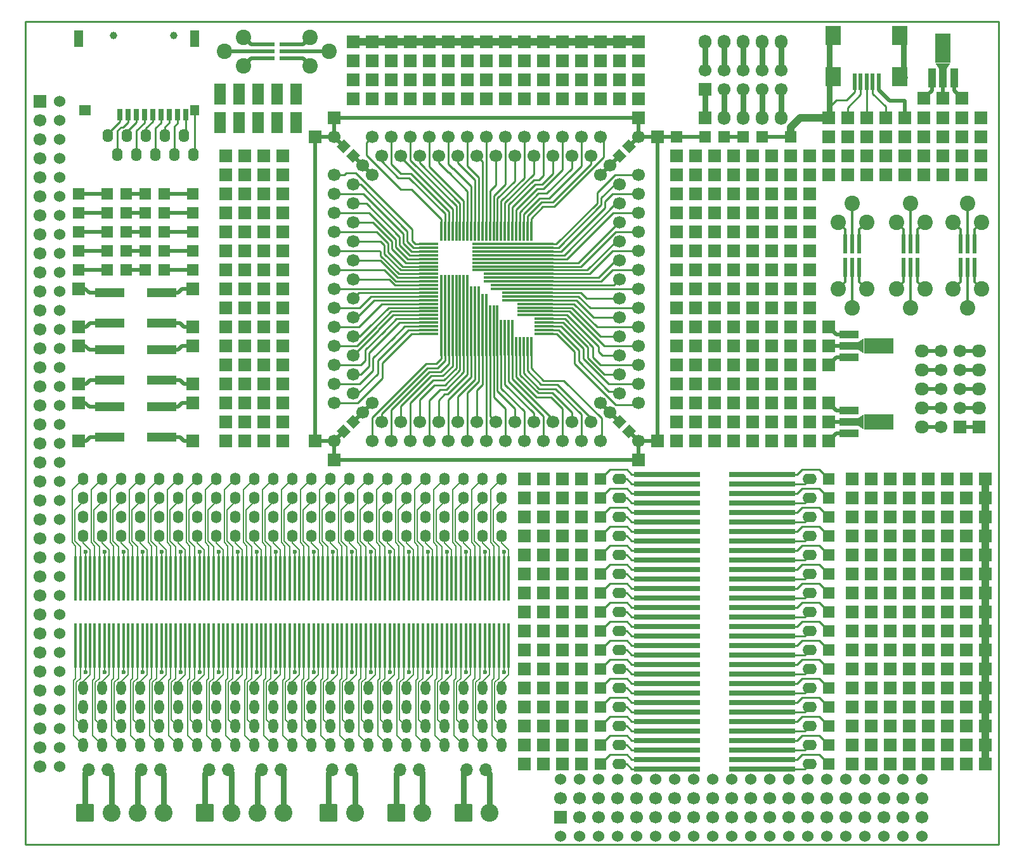
<source format=gbr>
%TF.GenerationSoftware,KiCad,Pcbnew,9.0.1*%
%TF.CreationDate,2025-05-07T00:22:52-04:00*%
%TF.ProjectId,smd-protoboard,736d642d-7072-46f7-946f-626f6172642e,rev?*%
%TF.SameCoordinates,Original*%
%TF.FileFunction,Copper,L1,Top*%
%TF.FilePolarity,Positive*%
%FSLAX46Y46*%
G04 Gerber Fmt 4.6, Leading zero omitted, Abs format (unit mm)*
G04 Created by KiCad (PCBNEW 9.0.1) date 2025-05-07 00:22:52*
%MOMM*%
%LPD*%
G01*
G04 APERTURE LIST*
G04 Aperture macros list*
%AMRoundRect*
0 Rectangle with rounded corners*
0 $1 Rounding radius*
0 $2 $3 $4 $5 $6 $7 $8 $9 X,Y pos of 4 corners*
0 Add a 4 corners polygon primitive as box body*
4,1,4,$2,$3,$4,$5,$6,$7,$8,$9,$2,$3,0*
0 Add four circle primitives for the rounded corners*
1,1,$1+$1,$2,$3*
1,1,$1+$1,$4,$5*
1,1,$1+$1,$6,$7*
1,1,$1+$1,$8,$9*
0 Add four rect primitives between the rounded corners*
20,1,$1+$1,$2,$3,$4,$5,0*
20,1,$1+$1,$4,$5,$6,$7,0*
20,1,$1+$1,$6,$7,$8,$9,0*
20,1,$1+$1,$8,$9,$2,$3,0*%
%AMRotRect*
0 Rectangle, with rotation*
0 The origin of the aperture is its center*
0 $1 length*
0 $2 width*
0 $3 Rotation angle, in degrees counterclockwise*
0 Add horizontal line*
21,1,$1,$2,0,0,$3*%
%AMOutline4P*
0 Free polygon, 4 corners , with rotation*
0 The origin of the aperture is its center*
0 number of corners: always 4*
0 $1 to $8 corner X, Y*
0 $9 Rotation angle, in degrees counterclockwise*
0 create outline with 4 corners*
4,1,4,$1,$2,$3,$4,$5,$6,$7,$8,$1,$2,$9*%
G04 Aperture macros list end*
%TA.AperFunction,ComponentPad*%
%ADD10R,1.700000X1.700000*%
%TD*%
%TA.AperFunction,ComponentPad*%
%ADD11C,2.060000*%
%TD*%
%TA.AperFunction,SMDPad,CuDef*%
%ADD12R,0.550000X2.500000*%
%TD*%
%TA.AperFunction,ComponentPad*%
%ADD13R,1.600000X1.600000*%
%TD*%
%TA.AperFunction,SMDPad,CuDef*%
%ADD14R,1.600000X1.600000*%
%TD*%
%TA.AperFunction,SMDPad,CuDef*%
%ADD15R,2.501900X1.000760*%
%TD*%
%TA.AperFunction,SMDPad,CuDef*%
%ADD16R,4.000500X1.998980*%
%TD*%
%TA.AperFunction,SMDPad,CuDef*%
%ADD17Outline4P,-1.000760X-0.374650X1.000760X-0.374650X0.500380X0.374650X-0.500380X0.374650X90.000000*%
%TD*%
%TA.AperFunction,ComponentPad*%
%ADD18RoundRect,0.250001X-0.949999X-0.949999X0.949999X-0.949999X0.949999X0.949999X-0.949999X0.949999X0*%
%TD*%
%TA.AperFunction,ComponentPad*%
%ADD19C,2.400000*%
%TD*%
%TA.AperFunction,ComponentPad*%
%ADD20O,1.300000X1.900000*%
%TD*%
%TA.AperFunction,SMDPad,CuDef*%
%ADD21R,0.350000X6.000000*%
%TD*%
%TA.AperFunction,ComponentPad*%
%ADD22O,1.400000X1.700000*%
%TD*%
%TA.AperFunction,ComponentPad*%
%ADD23R,1.800000X1.800000*%
%TD*%
%TA.AperFunction,SMDPad,CuDef*%
%ADD24R,4.000000X1.200000*%
%TD*%
%TA.AperFunction,ComponentPad*%
%ADD25O,1.900000X1.700000*%
%TD*%
%TA.AperFunction,ComponentPad*%
%ADD26C,1.700000*%
%TD*%
%TA.AperFunction,ComponentPad*%
%ADD27O,1.700000X1.700000*%
%TD*%
%TA.AperFunction,SMDPad,CuDef*%
%ADD28R,8.890000X0.650000*%
%TD*%
%TA.AperFunction,ComponentPad*%
%ADD29O,1.900000X1.400000*%
%TD*%
%TA.AperFunction,ComponentPad*%
%ADD30C,1.000000*%
%TD*%
%TA.AperFunction,ComponentPad*%
%ADD31O,1.399540X1.800000*%
%TD*%
%TA.AperFunction,SMDPad,CuDef*%
%ADD32R,0.698500X1.597660*%
%TD*%
%TA.AperFunction,SMDPad,CuDef*%
%ADD33R,1.198880X1.399540*%
%TD*%
%TA.AperFunction,SMDPad,CuDef*%
%ADD34R,1.597660X1.399540*%
%TD*%
%TA.AperFunction,SMDPad,CuDef*%
%ADD35R,1.198880X2.199640*%
%TD*%
%TA.AperFunction,ComponentPad*%
%ADD36O,1.700000X1.900000*%
%TD*%
%TA.AperFunction,SMDPad,CuDef*%
%ADD37R,2.500000X0.300000*%
%TD*%
%TA.AperFunction,SMDPad,CuDef*%
%ADD38R,0.300000X10.800000*%
%TD*%
%TA.AperFunction,SMDPad,CuDef*%
%ADD39R,0.300000X9.300000*%
%TD*%
%TA.AperFunction,SMDPad,CuDef*%
%ADD40R,0.300000X8.300000*%
%TD*%
%TA.AperFunction,SMDPad,CuDef*%
%ADD41R,0.300000X6.800000*%
%TD*%
%TA.AperFunction,SMDPad,CuDef*%
%ADD42R,0.300000X4.800000*%
%TD*%
%TA.AperFunction,SMDPad,CuDef*%
%ADD43R,0.300000X2.500000*%
%TD*%
%TA.AperFunction,SMDPad,CuDef*%
%ADD44R,4.800000X0.300000*%
%TD*%
%TA.AperFunction,SMDPad,CuDef*%
%ADD45R,6.800000X0.300000*%
%TD*%
%TA.AperFunction,SMDPad,CuDef*%
%ADD46R,8.300000X0.300000*%
%TD*%
%TA.AperFunction,SMDPad,CuDef*%
%ADD47R,9.300000X0.300000*%
%TD*%
%TA.AperFunction,SMDPad,CuDef*%
%ADD48R,10.800000X0.300000*%
%TD*%
%TA.AperFunction,SMDPad,CuDef*%
%ADD49RotRect,1.200000X1.400000X315.000000*%
%TD*%
%TA.AperFunction,SMDPad,CuDef*%
%ADD50RotRect,1.200000X1.400000X45.000000*%
%TD*%
%TA.AperFunction,SMDPad,CuDef*%
%ADD51R,0.500380X2.301240*%
%TD*%
%TA.AperFunction,SMDPad,CuDef*%
%ADD52R,1.998980X2.499360*%
%TD*%
%TA.AperFunction,SMDPad,CuDef*%
%ADD53R,2.500000X0.550000*%
%TD*%
%TA.AperFunction,SMDPad,CuDef*%
%ADD54R,1.000760X2.501900*%
%TD*%
%TA.AperFunction,SMDPad,CuDef*%
%ADD55R,1.998980X4.000500*%
%TD*%
%TA.AperFunction,SMDPad,CuDef*%
%ADD56Outline4P,-1.000760X-0.374650X1.000760X-0.374650X0.500380X0.374650X-0.500380X0.374650X180.000000*%
%TD*%
%TA.AperFunction,ViaPad*%
%ADD57C,0.600000*%
%TD*%
%TA.AperFunction,ViaPad*%
%ADD58C,1.524000*%
%TD*%
%TA.AperFunction,Conductor*%
%ADD59C,0.203200*%
%TD*%
%TA.AperFunction,Conductor*%
%ADD60C,0.254000*%
%TD*%
%TA.AperFunction,Conductor*%
%ADD61C,0.508000*%
%TD*%
%TA.AperFunction,Conductor*%
%ADD62C,0.355600*%
%TD*%
%TA.AperFunction,Conductor*%
%ADD63C,0.762000*%
%TD*%
%TA.AperFunction,Conductor*%
%ADD64C,1.016000*%
%TD*%
%TA.AperFunction,Profile*%
%ADD65C,0.254000*%
%TD*%
G04 APERTURE END LIST*
D10*
%TO.P,,1*%
%TO.N,N/C*%
X108625260Y-59660000D03*
%TO.P,,2*%
X111165260Y-59660000D03*
%TO.P,,3*%
X111165260Y-62200000D03*
%TO.P,,4*%
X108625260Y-62200000D03*
%TO.P,,5*%
X106085260Y-62200000D03*
%TO.P,,6*%
X106085260Y-59660000D03*
%TO.P,,7*%
X106085260Y-57120000D03*
%TO.P,,8*%
X108625260Y-57120000D03*
%TO.P,,9*%
X111165260Y-57120000D03*
%TO.P,,10*%
X113705260Y-57120000D03*
%TO.P,,11*%
X113705260Y-59660000D03*
%TO.P,,12*%
X113705260Y-62200000D03*
%TO.P,,13*%
X113705260Y-64740000D03*
%TO.P,,14*%
X111165260Y-64740000D03*
%TO.P,,15*%
X108625260Y-64740000D03*
%TO.P,,16*%
X106085260Y-64740000D03*
%TD*%
D11*
%TO.P,,1*%
%TO.N,N/C*%
X195660260Y-74900000D03*
D12*
X196615260Y-72055000D03*
D11*
%TO.P,,2*%
X197565260Y-77440000D03*
D12*
X197565260Y-72055000D03*
D11*
%TO.P,,3*%
X199470260Y-74900000D03*
D12*
X198515260Y-72055000D03*
%TO.P,,4*%
X198515260Y-68855000D03*
D11*
X199470260Y-66010000D03*
D12*
%TO.P,,5*%
X197565260Y-68855000D03*
D11*
X197565260Y-63470000D03*
D12*
%TO.P,,6*%
X196615260Y-68855000D03*
D11*
X195660260Y-66010000D03*
%TD*%
D13*
%TO.P,,1*%
%TO.N,N/C*%
X105340000Y-53310000D03*
D14*
X105340000Y-52040000D03*
%TO.P,,2*%
X105340000Y-49500000D03*
D13*
X105340000Y-48230000D03*
%TD*%
D10*
%TO.P,,1*%
%TO.N,N/C*%
X186620000Y-90140000D03*
D15*
X189347960Y-91178860D03*
D16*
%TO.P,,2*%
X193300200Y-92680000D03*
D17*
X190950700Y-92680000D03*
D15*
X189347960Y-92680000D03*
D10*
X186620000Y-92680000D03*
D15*
%TO.P,,3*%
X189347960Y-94181140D03*
D10*
X186620000Y-95220000D03*
%TD*%
%TO.P,,1*%
%TO.N,N/C*%
X202495000Y-133320000D03*
%TO.P,,2*%
X205035000Y-133320000D03*
%TO.P,,3*%
X205035000Y-135860000D03*
%TO.P,,4*%
X202495000Y-135860000D03*
%TO.P,,5*%
X199955000Y-135860000D03*
%TO.P,,6*%
X199955000Y-133320000D03*
%TO.P,,7*%
X199955000Y-130780000D03*
%TO.P,,8*%
X202495000Y-130780000D03*
%TO.P,,9*%
X205035000Y-130780000D03*
%TO.P,,10*%
X207575000Y-130780000D03*
%TO.P,,11*%
X207575000Y-133320000D03*
%TO.P,,12*%
X207575000Y-135860000D03*
%TO.P,,13*%
X207575000Y-138400000D03*
%TO.P,,14*%
X205035000Y-138400000D03*
%TO.P,,15*%
X202495000Y-138400000D03*
%TO.P,,16*%
X199955000Y-138400000D03*
%TD*%
%TO.P,,1*%
%TO.N,N/C*%
X168840000Y-79980000D03*
%TO.P,,2*%
X171380000Y-79980000D03*
%TO.P,,3*%
X171380000Y-82520000D03*
%TO.P,,4*%
X168840000Y-82520000D03*
%TO.P,,5*%
X166300000Y-82520000D03*
%TO.P,,6*%
X166300000Y-79980000D03*
%TO.P,,7*%
X166300000Y-77440000D03*
%TO.P,,8*%
X168840000Y-77440000D03*
%TO.P,,9*%
X171380000Y-77440000D03*
%TO.P,,10*%
X173920000Y-77440000D03*
%TO.P,,11*%
X173920000Y-79980000D03*
%TO.P,,12*%
X173920000Y-82520000D03*
%TO.P,,13*%
X173920000Y-85060000D03*
%TO.P,,14*%
X171380000Y-85060000D03*
%TO.P,,15*%
X168840000Y-85060000D03*
%TO.P,,16*%
X166300000Y-85060000D03*
%TD*%
D18*
%TO.P,REF\u002A\u002A,1*%
%TO.N,N/C*%
X137865260Y-144914280D03*
D19*
%TO.P,REF\u002A\u002A,2*%
X141365260Y-144914280D03*
%TD*%
D10*
%TO.P,,1*%
%TO.N,N/C*%
X202495000Y-102840000D03*
%TO.P,,2*%
X205035000Y-102840000D03*
%TO.P,,3*%
X205035000Y-105380000D03*
%TO.P,,4*%
X202495000Y-105380000D03*
%TO.P,,5*%
X199955000Y-105380000D03*
%TO.P,,6*%
X199955000Y-102840000D03*
%TO.P,,7*%
X199955000Y-100300000D03*
%TO.P,,8*%
X202495000Y-100300000D03*
%TO.P,,9*%
X205035000Y-100300000D03*
%TO.P,,10*%
X207575000Y-100300000D03*
%TO.P,,11*%
X207575000Y-102840000D03*
%TO.P,,12*%
X207575000Y-105380000D03*
%TO.P,,13*%
X207575000Y-107920000D03*
%TO.P,,14*%
X205035000Y-107920000D03*
%TO.P,,15*%
X202495000Y-107920000D03*
%TO.P,,16*%
X199955000Y-107920000D03*
%TD*%
%TO.P,,1*%
%TO.N,N/C*%
X145980000Y-44420000D03*
%TO.P,,2*%
X148520000Y-44420000D03*
%TO.P,,3*%
X148520000Y-46960000D03*
%TO.P,,4*%
X145980000Y-46960000D03*
%TO.P,,5*%
X143440000Y-46960000D03*
%TO.P,,6*%
X143440000Y-44420000D03*
%TO.P,,7*%
X143440000Y-41880000D03*
%TO.P,,8*%
X145980000Y-41880000D03*
%TO.P,,9*%
X148520000Y-41880000D03*
%TO.P,,10*%
X151060000Y-41880000D03*
%TO.P,,11*%
X151060000Y-44420000D03*
%TO.P,,12*%
X151060000Y-46960000D03*
%TO.P,,13*%
X151060000Y-49500000D03*
%TO.P,,14*%
X148520000Y-49500000D03*
%TO.P,,15*%
X145980000Y-49500000D03*
%TO.P,,16*%
X143440000Y-49500000D03*
%TD*%
D20*
%TO.P,,1*%
%TO.N,N/C*%
X140405000Y-135880000D03*
D21*
X139430000Y-122600000D03*
D20*
%TO.P,,2*%
X140405000Y-133340000D03*
D21*
X140080000Y-122600000D03*
D20*
%TO.P,,3*%
X140405000Y-130800000D03*
D21*
X140730000Y-122600000D03*
D20*
%TO.P,,4*%
X140405000Y-128260000D03*
D21*
X141380000Y-122600000D03*
%TO.P,,5*%
X141380000Y-113600000D03*
D22*
X140405000Y-107940000D03*
D21*
%TO.P,,6*%
X140730000Y-113600000D03*
D22*
X140405000Y-105400000D03*
D21*
%TO.P,,7*%
X140080000Y-113600000D03*
D22*
X140405000Y-102860000D03*
D21*
%TO.P,,8*%
X139430000Y-113600000D03*
D22*
X140405000Y-100320000D03*
%TD*%
D20*
%TO.P,,1*%
%TO.N,N/C*%
X92145000Y-135880000D03*
D21*
X91170000Y-122600000D03*
D20*
%TO.P,,2*%
X92145000Y-133340000D03*
D21*
X91820000Y-122600000D03*
D20*
%TO.P,,3*%
X92145000Y-130800000D03*
D21*
X92470000Y-122600000D03*
D20*
%TO.P,,4*%
X92145000Y-128260000D03*
D21*
X93120000Y-122600000D03*
%TO.P,,5*%
X93120000Y-113600000D03*
D22*
X92145000Y-107940000D03*
D21*
%TO.P,,6*%
X92470000Y-113600000D03*
D22*
X92145000Y-105400000D03*
D21*
%TO.P,,7*%
X91820000Y-113600000D03*
D22*
X92145000Y-102860000D03*
D21*
%TO.P,,8*%
X91170000Y-113600000D03*
D22*
X92145000Y-100320000D03*
%TD*%
D23*
%TO.P,,1*%
%TO.N,N/C*%
X86475260Y-82520000D03*
D24*
X90595260Y-83060000D03*
X97595260Y-83060000D03*
D23*
X101715260Y-82520000D03*
%TO.P,,2*%
X86475260Y-87600000D03*
D24*
X90595260Y-87060000D03*
X97595260Y-87060000D03*
D23*
X101715260Y-87600000D03*
%TD*%
D11*
%TO.P,,1*%
%TO.N,N/C*%
X187890000Y-74900000D03*
D12*
X188845000Y-72055000D03*
D11*
%TO.P,,2*%
X189795000Y-77440000D03*
D12*
X189795000Y-72055000D03*
D11*
%TO.P,,3*%
X191700000Y-74900000D03*
D12*
X190745000Y-72055000D03*
%TO.P,,4*%
X190745000Y-68855000D03*
D11*
X191700000Y-66010000D03*
D12*
%TO.P,,5*%
X189795000Y-68855000D03*
D11*
X189795000Y-63470000D03*
D12*
%TO.P,,6*%
X188845000Y-68855000D03*
D11*
X187890000Y-66010000D03*
%TD*%
D13*
%TO.P,,1*%
%TO.N,N/C*%
X86475260Y-69820000D03*
D14*
X90285260Y-69820000D03*
%TO.P,,2*%
X97905260Y-69820000D03*
D13*
X101715260Y-69820000D03*
D14*
%TO.P,,3*%
X92825260Y-69820000D03*
X95365260Y-69820000D03*
%TD*%
D20*
%TO.P,,1*%
%TO.N,N/C*%
X115005000Y-135880000D03*
D21*
X114030000Y-122600000D03*
D20*
%TO.P,,2*%
X115005000Y-133340000D03*
D21*
X114680000Y-122600000D03*
D20*
%TO.P,,3*%
X115005000Y-130800000D03*
D21*
X115330000Y-122600000D03*
D20*
%TO.P,,4*%
X115005000Y-128260000D03*
D21*
X115980000Y-122600000D03*
%TO.P,,5*%
X115980000Y-113600000D03*
D22*
X115005000Y-107940000D03*
D21*
%TO.P,,6*%
X115330000Y-113600000D03*
D22*
X115005000Y-105400000D03*
D21*
%TO.P,,7*%
X114680000Y-113600000D03*
D22*
X115005000Y-102860000D03*
D21*
%TO.P,,8*%
X114030000Y-113600000D03*
D22*
X115005000Y-100320000D03*
%TD*%
D10*
%TO.P,,1*%
%TO.N,N/C*%
X204165260Y-93366780D03*
X206705260Y-93366780D03*
D25*
%TO.P,,2*%
X199085260Y-93366780D03*
D26*
X201625260Y-93366780D03*
%TO.P,,3*%
X204165260Y-90826780D03*
D25*
X206705260Y-90826780D03*
%TO.P,,4*%
X199085260Y-90826780D03*
D26*
X201625260Y-90826780D03*
%TO.P,,5*%
X204165260Y-88286780D03*
D25*
X206705260Y-88286780D03*
%TO.P,,6*%
X199085260Y-88286780D03*
D26*
X201625260Y-88286780D03*
%TO.P,,7*%
X204165260Y-85746780D03*
D25*
X206705260Y-85746780D03*
%TO.P,,8*%
X199085260Y-85746780D03*
D26*
X201625260Y-85746780D03*
%TO.P,,9*%
X204165260Y-83206780D03*
D25*
X206705260Y-83206780D03*
%TO.P,,10*%
X199085260Y-83206780D03*
D26*
X201625260Y-83206780D03*
%TD*%
D10*
%TO.P,REF\u002A\u002A,1*%
%TO.N,N/C*%
X150865260Y-145546780D03*
D26*
%TO.P,REF\u002A\u002A,2*%
X150865260Y-143006780D03*
%TO.P,REF\u002A\u002A,3*%
X153405260Y-145546780D03*
%TO.P,REF\u002A\u002A,4*%
X153405260Y-143006780D03*
%TO.P,REF\u002A\u002A,5*%
X155945260Y-145546780D03*
%TO.P,REF\u002A\u002A,6*%
X155945260Y-143006780D03*
%TO.P,REF\u002A\u002A,7*%
X158485260Y-145546780D03*
%TO.P,REF\u002A\u002A,8*%
X158485260Y-143006780D03*
%TO.P,REF\u002A\u002A,9*%
X161025260Y-145546780D03*
%TO.P,REF\u002A\u002A,10*%
X161025260Y-143006780D03*
%TO.P,REF\u002A\u002A,11*%
X163565260Y-145546780D03*
%TO.P,REF\u002A\u002A,12*%
X163565260Y-143006780D03*
%TO.P,REF\u002A\u002A,13*%
X166105260Y-145546780D03*
%TO.P,REF\u002A\u002A,14*%
X166105260Y-143006780D03*
%TO.P,REF\u002A\u002A,15*%
X168645260Y-145546780D03*
%TO.P,REF\u002A\u002A,16*%
X168645260Y-143006780D03*
%TO.P,REF\u002A\u002A,17*%
X171185260Y-145546780D03*
%TO.P,REF\u002A\u002A,18*%
X171185260Y-143006780D03*
%TO.P,REF\u002A\u002A,19*%
X173725260Y-145546780D03*
%TO.P,REF\u002A\u002A,20*%
X173725260Y-143006780D03*
%TO.P,REF\u002A\u002A,21*%
X176265260Y-145546780D03*
%TO.P,REF\u002A\u002A,22*%
X176265260Y-143006780D03*
%TO.P,REF\u002A\u002A,23*%
X178805260Y-145546780D03*
%TO.P,REF\u002A\u002A,24*%
X178805260Y-143006780D03*
%TO.P,REF\u002A\u002A,25*%
X181345260Y-145546780D03*
%TO.P,REF\u002A\u002A,26*%
X181345260Y-143006780D03*
%TO.P,REF\u002A\u002A,27*%
X183885260Y-145546780D03*
%TO.P,REF\u002A\u002A,28*%
X183885260Y-143006780D03*
%TO.P,REF\u002A\u002A,29*%
X186425260Y-145546780D03*
%TO.P,REF\u002A\u002A,30*%
X186425260Y-143006780D03*
%TO.P,REF\u002A\u002A,31*%
X188965260Y-145546780D03*
%TO.P,REF\u002A\u002A,32*%
X188965260Y-143006780D03*
%TO.P,REF\u002A\u002A,33*%
X191505260Y-145546780D03*
%TO.P,REF\u002A\u002A,34*%
X191505260Y-143006780D03*
%TO.P,REF\u002A\u002A,35*%
X194045260Y-145546780D03*
%TO.P,REF\u002A\u002A,36*%
X194045260Y-143006780D03*
%TO.P,REF\u002A\u002A,37*%
X196585260Y-145546780D03*
%TO.P,REF\u002A\u002A,38*%
X196585260Y-143006780D03*
%TO.P,REF\u002A\u002A,39*%
X199125260Y-145546780D03*
%TO.P,REF\u002A\u002A,40*%
X199125260Y-143006780D03*
%TD*%
D10*
%TO.P,,1*%
%TO.N,N/C*%
X148520000Y-133320000D03*
%TO.P,,2*%
X151060000Y-133320000D03*
%TO.P,,3*%
X151060000Y-135860000D03*
%TO.P,,4*%
X148520000Y-135860000D03*
%TO.P,,5*%
X145980000Y-135860000D03*
%TO.P,,6*%
X145980000Y-133320000D03*
%TO.P,,7*%
X145980000Y-130780000D03*
%TO.P,,8*%
X148520000Y-130780000D03*
%TO.P,,9*%
X151060000Y-130780000D03*
%TO.P,,10*%
X153600000Y-130780000D03*
%TO.P,,11*%
X153600000Y-133320000D03*
%TO.P,,12*%
X153600000Y-135860000D03*
%TO.P,,13*%
X153600000Y-138400000D03*
%TO.P,,14*%
X151060000Y-138400000D03*
%TO.P,,15*%
X148520000Y-138400000D03*
%TO.P,,16*%
X145980000Y-138400000D03*
%TD*%
D18*
%TO.P,REF\u002A\u002A,1*%
%TO.N,N/C*%
X103365260Y-144914280D03*
D19*
%TO.P,REF\u002A\u002A,2*%
X106865260Y-144914280D03*
%TO.P,REF\u002A\u002A,3*%
X110365260Y-144914280D03*
%TO.P,REF\u002A\u002A,4*%
X113865260Y-144914280D03*
%TD*%
D20*
%TO.P,,1*%
%TO.N,N/C*%
X107385000Y-135880000D03*
D21*
X106410000Y-122600000D03*
D20*
%TO.P,,2*%
X107385000Y-133340000D03*
D21*
X107060000Y-122600000D03*
D20*
%TO.P,,3*%
X107385000Y-130800000D03*
D21*
X107710000Y-122600000D03*
D20*
%TO.P,,4*%
X107385000Y-128260000D03*
D21*
X108360000Y-122600000D03*
%TO.P,,5*%
X108360000Y-113600000D03*
D22*
X107385000Y-107940000D03*
D21*
%TO.P,,6*%
X107710000Y-113600000D03*
D22*
X107385000Y-105400000D03*
D21*
%TO.P,,7*%
X107060000Y-113600000D03*
D22*
X107385000Y-102860000D03*
D21*
%TO.P,,8*%
X106410000Y-113600000D03*
D22*
X107385000Y-100320000D03*
%TD*%
D10*
%TO.P,,1*%
%TO.N,N/C*%
X125660000Y-44420000D03*
%TO.P,,2*%
X128200000Y-44420000D03*
%TO.P,,3*%
X128200000Y-46960000D03*
%TO.P,,4*%
X125660000Y-46960000D03*
%TO.P,,5*%
X123120000Y-46960000D03*
%TO.P,,6*%
X123120000Y-44420000D03*
%TO.P,,7*%
X123120000Y-41880000D03*
%TO.P,,8*%
X125660000Y-41880000D03*
%TO.P,,9*%
X128200000Y-41880000D03*
%TO.P,,10*%
X130740000Y-41880000D03*
%TO.P,,11*%
X130740000Y-44420000D03*
%TO.P,,12*%
X130740000Y-46960000D03*
%TO.P,,13*%
X130740000Y-49500000D03*
%TO.P,,14*%
X128200000Y-49500000D03*
%TO.P,,15*%
X125660000Y-49500000D03*
%TO.P,,16*%
X123120000Y-49500000D03*
%TD*%
%TO.P,,1*%
%TO.N,N/C*%
X179000000Y-90140000D03*
%TO.P,,2*%
X181540000Y-90140000D03*
%TO.P,,3*%
X181540000Y-92680000D03*
%TO.P,,4*%
X179000000Y-92680000D03*
%TO.P,,5*%
X176460000Y-92680000D03*
%TO.P,,6*%
X176460000Y-90140000D03*
%TO.P,,7*%
X176460000Y-87600000D03*
%TO.P,,8*%
X179000000Y-87600000D03*
%TO.P,,9*%
X181540000Y-87600000D03*
%TO.P,,10*%
X184080000Y-87600000D03*
%TO.P,,11*%
X184080000Y-90140000D03*
%TO.P,,12*%
X184080000Y-92680000D03*
%TO.P,,13*%
X184080000Y-95220000D03*
%TO.P,,14*%
X181540000Y-95220000D03*
%TO.P,,15*%
X179000000Y-95220000D03*
%TO.P,,16*%
X176460000Y-95220000D03*
%TD*%
D23*
%TO.P,,1*%
%TO.N,N/C*%
X86475260Y-90140000D03*
D24*
X90595260Y-90680000D03*
X97595260Y-90680000D03*
D23*
X101715260Y-90140000D03*
%TO.P,,2*%
X86475260Y-95220000D03*
D24*
X90595260Y-94680000D03*
X97595260Y-94680000D03*
D23*
X101715260Y-95220000D03*
%TD*%
D27*
%TO.P,REF\u002A\u002A,1*%
%TO.N,N/C*%
X110925260Y-139136780D03*
X113465260Y-139136780D03*
%TD*%
D10*
%TO.P,REF\u002A\u002A,1*%
%TO.N,N/C*%
X81300000Y-49800000D03*
D26*
%TO.P,REF\u002A\u002A,2*%
X81300000Y-52340000D03*
%TO.P,REF\u002A\u002A,3*%
X81300000Y-54880000D03*
%TO.P,REF\u002A\u002A,4*%
X81300000Y-57420000D03*
%TO.P,REF\u002A\u002A,5*%
X81300000Y-59960000D03*
%TO.P,REF\u002A\u002A,6*%
X81300000Y-62500000D03*
%TO.P,REF\u002A\u002A,7*%
X81300000Y-65040000D03*
%TO.P,REF\u002A\u002A,8*%
X81300000Y-67580000D03*
%TO.P,REF\u002A\u002A,9*%
X81300000Y-70120000D03*
%TO.P,REF\u002A\u002A,10*%
X81300000Y-72660000D03*
%TO.P,REF\u002A\u002A,11*%
X81300000Y-75200000D03*
%TO.P,REF\u002A\u002A,12*%
X81300000Y-77740000D03*
%TO.P,REF\u002A\u002A,13*%
X81300000Y-80280000D03*
%TO.P,REF\u002A\u002A,14*%
X81300000Y-82820000D03*
%TO.P,REF\u002A\u002A,15*%
X81300000Y-85360000D03*
%TO.P,REF\u002A\u002A,16*%
X81300000Y-87900000D03*
%TO.P,REF\u002A\u002A,17*%
X81300000Y-90440000D03*
%TO.P,REF\u002A\u002A,18*%
X81300000Y-92980000D03*
%TO.P,REF\u002A\u002A,19*%
X81300000Y-95520000D03*
%TO.P,REF\u002A\u002A,20*%
X81300000Y-98060000D03*
%TO.P,REF\u002A\u002A,21*%
X81300000Y-100600000D03*
%TO.P,REF\u002A\u002A,22*%
X81300000Y-103140000D03*
%TO.P,REF\u002A\u002A,23*%
X81300000Y-105680000D03*
%TO.P,REF\u002A\u002A,24*%
X81300000Y-108220000D03*
%TO.P,REF\u002A\u002A,25*%
X81300000Y-110760000D03*
%TO.P,REF\u002A\u002A,26*%
X81300000Y-113300000D03*
%TO.P,REF\u002A\u002A,27*%
X81300000Y-115840000D03*
%TO.P,REF\u002A\u002A,28*%
X81300000Y-118380000D03*
%TO.P,REF\u002A\u002A,29*%
X81300000Y-120920000D03*
%TO.P,REF\u002A\u002A,30*%
X81300000Y-123460000D03*
%TO.P,REF\u002A\u002A,31*%
X81300000Y-126000000D03*
%TO.P,REF\u002A\u002A,32*%
X81300000Y-128540000D03*
%TO.P,REF\u002A\u002A,33*%
X81300000Y-131080000D03*
%TO.P,REF\u002A\u002A,34*%
X81300000Y-133620000D03*
%TO.P,REF\u002A\u002A,35*%
X81300000Y-136160000D03*
%TO.P,REF\u002A\u002A,36*%
X81300000Y-138700000D03*
%TD*%
D10*
%TO.P,,1*%
%TO.N,N/C*%
X168840000Y-69820000D03*
%TO.P,,2*%
X171380000Y-69820000D03*
%TO.P,,3*%
X171380000Y-72360000D03*
%TO.P,,4*%
X168840000Y-72360000D03*
%TO.P,,5*%
X166300000Y-72360000D03*
%TO.P,,6*%
X166300000Y-69820000D03*
%TO.P,,7*%
X166300000Y-67280000D03*
%TO.P,,8*%
X168840000Y-67280000D03*
%TO.P,,9*%
X171380000Y-67280000D03*
%TO.P,,10*%
X173920000Y-67280000D03*
%TO.P,,11*%
X173920000Y-69820000D03*
%TO.P,,12*%
X173920000Y-72360000D03*
%TO.P,,13*%
X173920000Y-74900000D03*
%TO.P,,14*%
X171380000Y-74900000D03*
%TO.P,,15*%
X168840000Y-74900000D03*
%TO.P,,16*%
X166300000Y-74900000D03*
%TD*%
D13*
%TO.P,,1*%
%TO.N,N/C*%
X156140000Y-135860000D03*
D28*
X165030000Y-135225000D03*
D29*
%TO.P,,2*%
X158680000Y-135860000D03*
D28*
X165030000Y-136495000D03*
%TO.P,,3*%
X177730000Y-136495000D03*
D29*
X184080000Y-135860000D03*
D28*
%TO.P,,4*%
X177730000Y-135225000D03*
D13*
X186620000Y-135860000D03*
%TD*%
D20*
%TO.P,,1*%
%TO.N,N/C*%
X120085000Y-135880000D03*
D21*
X119110000Y-122600000D03*
D20*
%TO.P,,2*%
X120085000Y-133340000D03*
D21*
X119760000Y-122600000D03*
D20*
%TO.P,,3*%
X120085000Y-130800000D03*
D21*
X120410000Y-122600000D03*
D20*
%TO.P,,4*%
X120085000Y-128260000D03*
D21*
X121060000Y-122600000D03*
%TO.P,,5*%
X121060000Y-113600000D03*
D22*
X120085000Y-107940000D03*
D21*
%TO.P,,6*%
X120410000Y-113600000D03*
D22*
X120085000Y-105400000D03*
D21*
%TO.P,,7*%
X119760000Y-113600000D03*
D22*
X120085000Y-102860000D03*
D21*
%TO.P,,8*%
X119110000Y-113600000D03*
D22*
X120085000Y-100320000D03*
%TD*%
D10*
%TO.P,,1*%
%TO.N,N/C*%
X108625260Y-90140000D03*
%TO.P,,2*%
X111165260Y-90140000D03*
%TO.P,,3*%
X111165260Y-92680000D03*
%TO.P,,4*%
X108625260Y-92680000D03*
%TO.P,,5*%
X106085260Y-92680000D03*
%TO.P,,6*%
X106085260Y-90140000D03*
%TO.P,,7*%
X106085260Y-87600000D03*
%TO.P,,8*%
X108625260Y-87600000D03*
%TO.P,,9*%
X111165260Y-87600000D03*
%TO.P,,10*%
X113705260Y-87600000D03*
%TO.P,,11*%
X113705260Y-90140000D03*
%TO.P,,12*%
X113705260Y-92680000D03*
%TO.P,,13*%
X113705260Y-95220000D03*
%TO.P,,14*%
X111165260Y-95220000D03*
%TO.P,,15*%
X108625260Y-95220000D03*
%TO.P,,16*%
X106085260Y-95220000D03*
%TD*%
D13*
%TO.P,,1*%
%TO.N,N/C*%
X156140000Y-138400000D03*
D28*
X165030000Y-137765000D03*
D29*
%TO.P,,2*%
X158680000Y-138400000D03*
D28*
X165030000Y-139035000D03*
%TO.P,,3*%
X177730000Y-139035000D03*
D29*
X184080000Y-138400000D03*
D28*
%TO.P,,4*%
X177730000Y-137765000D03*
D13*
X186620000Y-138400000D03*
%TD*%
D30*
%TO.P,,0*%
%TO.N,N/C*%
X91164800Y-41017600D03*
X99164800Y-41017600D03*
D31*
%TO.P,,1*%
X90404800Y-54427600D03*
D32*
X91966900Y-51641220D03*
D31*
%TO.P,,2*%
X91674800Y-56967600D03*
D32*
X93066720Y-51641220D03*
D31*
%TO.P,,3*%
X92944800Y-54427600D03*
D32*
X94166540Y-51641220D03*
D31*
%TO.P,,4*%
X94214800Y-56967600D03*
D32*
X95263820Y-51641220D03*
D31*
%TO.P,,5*%
X95484800Y-54427600D03*
D32*
X96363640Y-51641220D03*
D31*
%TO.P,,6*%
X96754800Y-56967600D03*
D32*
X97463460Y-51641220D03*
D31*
%TO.P,,7*%
X98024800Y-54427600D03*
D32*
X98563280Y-51641220D03*
D31*
%TO.P,,8*%
X99294800Y-56967600D03*
D32*
X99663100Y-51641220D03*
D31*
%TO.P,,9*%
X100564800Y-54427600D03*
D32*
X100762920Y-51641220D03*
D31*
%TO.P,,10*%
X101834800Y-56967600D03*
D33*
X101964340Y-51016380D03*
D34*
%TO.P,,11*%
X87366960Y-51016380D03*
D35*
%TO.P,,12*%
X101964340Y-41417720D03*
%TO.P,,13*%
X86465260Y-41417720D03*
%TD*%
D13*
%TO.P,,1*%
%TO.N,N/C*%
X166300000Y-54580000D03*
D14*
X170110000Y-54580000D03*
%TO.P,,2*%
X177730000Y-54580000D03*
D13*
X181540000Y-54580000D03*
D14*
%TO.P,,3*%
X172650000Y-54580000D03*
X175190000Y-54580000D03*
%TD*%
D13*
%TO.P,,1*%
%TO.N,N/C*%
X86475260Y-64740000D03*
D14*
X90285260Y-64740000D03*
%TO.P,,2*%
X97905260Y-64740000D03*
D13*
X101715260Y-64740000D03*
D14*
%TO.P,,3*%
X92825260Y-64740000D03*
X95365260Y-64740000D03*
%TD*%
D10*
%TO.P,,1*%
%TO.N,N/C*%
X135820000Y-44420000D03*
%TO.P,,2*%
X138360000Y-44420000D03*
%TO.P,,3*%
X138360000Y-46960000D03*
%TO.P,,4*%
X135820000Y-46960000D03*
%TO.P,,5*%
X133280000Y-46960000D03*
%TO.P,,6*%
X133280000Y-44420000D03*
%TO.P,,7*%
X133280000Y-41880000D03*
%TO.P,,8*%
X135820000Y-41880000D03*
%TO.P,,9*%
X138360000Y-41880000D03*
%TO.P,,10*%
X140900000Y-41880000D03*
%TO.P,,11*%
X140900000Y-44420000D03*
%TO.P,,12*%
X140900000Y-46960000D03*
%TO.P,,13*%
X140900000Y-49500000D03*
%TO.P,,14*%
X138360000Y-49500000D03*
%TO.P,,15*%
X135820000Y-49500000D03*
%TO.P,,16*%
X133280000Y-49500000D03*
%TD*%
%TO.P,,1*%
%TO.N,N/C*%
X168840000Y-90140000D03*
%TO.P,,2*%
X171380000Y-90140000D03*
%TO.P,,3*%
X171380000Y-92680000D03*
%TO.P,,4*%
X168840000Y-92680000D03*
%TO.P,,5*%
X166300000Y-92680000D03*
%TO.P,,6*%
X166300000Y-90140000D03*
%TO.P,,7*%
X166300000Y-87600000D03*
%TO.P,,8*%
X168840000Y-87600000D03*
%TO.P,,9*%
X171380000Y-87600000D03*
%TO.P,,10*%
X173920000Y-87600000D03*
%TO.P,,11*%
X173920000Y-90140000D03*
%TO.P,,12*%
X173920000Y-92680000D03*
%TO.P,,13*%
X173920000Y-95220000D03*
%TO.P,,14*%
X171380000Y-95220000D03*
%TO.P,,15*%
X168840000Y-95220000D03*
%TO.P,,16*%
X166300000Y-95220000D03*
%TD*%
%TO.P,,1*%
%TO.N,N/C*%
X170110000Y-48230000D03*
X170110000Y-52040000D03*
D36*
%TO.P,,2*%
X170110000Y-41880000D03*
D26*
X170110000Y-45690000D03*
%TO.P,,3*%
X172650000Y-48230000D03*
D36*
X172650000Y-52040000D03*
%TO.P,,4*%
X172650000Y-41880000D03*
D26*
X172650000Y-45690000D03*
%TO.P,,5*%
X175190000Y-48230000D03*
D36*
X175190000Y-52040000D03*
%TO.P,,6*%
X175190000Y-41880000D03*
D26*
X175190000Y-45690000D03*
%TO.P,,7*%
X177730000Y-48230000D03*
D36*
X177730000Y-52040000D03*
%TO.P,,8*%
X177730000Y-41880000D03*
D26*
X177730000Y-45690000D03*
%TO.P,,9*%
X180270000Y-48230000D03*
D36*
X180270000Y-52040000D03*
%TO.P,,10*%
X180270000Y-41880000D03*
D26*
X180270000Y-45690000D03*
%TD*%
D13*
%TO.P,,1*%
%TO.N,N/C*%
X156140000Y-100300000D03*
D28*
X165030000Y-99665000D03*
D29*
%TO.P,,2*%
X158680000Y-100300000D03*
D28*
X165030000Y-100935000D03*
%TO.P,,3*%
X177730000Y-100935000D03*
D29*
X184080000Y-100300000D03*
D28*
%TO.P,,4*%
X177730000Y-99665000D03*
D13*
X186620000Y-100300000D03*
%TD*%
D10*
%TO.P,,1*%
%TO.N,N/C*%
X202495000Y-123160000D03*
%TO.P,,2*%
X205035000Y-123160000D03*
%TO.P,,3*%
X205035000Y-125700000D03*
%TO.P,,4*%
X202495000Y-125700000D03*
%TO.P,,5*%
X199955000Y-125700000D03*
%TO.P,,6*%
X199955000Y-123160000D03*
%TO.P,,7*%
X199955000Y-120620000D03*
%TO.P,,8*%
X202495000Y-120620000D03*
%TO.P,,9*%
X205035000Y-120620000D03*
%TO.P,,10*%
X207575000Y-120620000D03*
%TO.P,,11*%
X207575000Y-123160000D03*
%TO.P,,12*%
X207575000Y-125700000D03*
%TO.P,,13*%
X207575000Y-128240000D03*
%TO.P,,14*%
X205035000Y-128240000D03*
%TO.P,,15*%
X202495000Y-128240000D03*
%TO.P,,16*%
X199955000Y-128240000D03*
%TD*%
%TO.P,,1*%
%TO.N,N/C*%
X201860000Y-54580000D03*
%TO.P,,2*%
X204400000Y-54580000D03*
%TO.P,,3*%
X204400000Y-57120000D03*
%TO.P,,4*%
X201860000Y-57120000D03*
%TO.P,,5*%
X199320000Y-57120000D03*
%TO.P,,6*%
X199320000Y-54580000D03*
%TO.P,,7*%
X199320000Y-52040000D03*
%TO.P,,8*%
X201860000Y-52040000D03*
%TO.P,,9*%
X204400000Y-52040000D03*
%TO.P,,10*%
X206940000Y-52040000D03*
%TO.P,,11*%
X206940000Y-54580000D03*
%TO.P,,12*%
X206940000Y-57120000D03*
%TO.P,,13*%
X206940000Y-59660000D03*
%TO.P,,14*%
X204400000Y-59660000D03*
%TO.P,,15*%
X201860000Y-59660000D03*
%TO.P,,16*%
X199320000Y-59660000D03*
%TD*%
%TO.P,,1*%
%TO.N,N/C*%
X179000000Y-69820000D03*
%TO.P,,2*%
X181540000Y-69820000D03*
%TO.P,,3*%
X181540000Y-72360000D03*
%TO.P,,4*%
X179000000Y-72360000D03*
%TO.P,,5*%
X176460000Y-72360000D03*
%TO.P,,6*%
X176460000Y-69820000D03*
%TO.P,,7*%
X176460000Y-67280000D03*
%TO.P,,8*%
X179000000Y-67280000D03*
%TO.P,,9*%
X181540000Y-67280000D03*
%TO.P,,10*%
X184080000Y-67280000D03*
%TO.P,,11*%
X184080000Y-69820000D03*
%TO.P,,12*%
X184080000Y-72360000D03*
%TO.P,,13*%
X184080000Y-74900000D03*
%TO.P,,14*%
X181540000Y-74900000D03*
%TO.P,,15*%
X179000000Y-74900000D03*
%TO.P,,16*%
X176460000Y-74900000D03*
%TD*%
D13*
%TO.P,,1*%
%TO.N,N/C*%
X156140000Y-110460000D03*
D28*
X165030000Y-109825000D03*
D29*
%TO.P,,2*%
X158680000Y-110460000D03*
D28*
X165030000Y-111095000D03*
%TO.P,,3*%
X177730000Y-111095000D03*
D29*
X184080000Y-110460000D03*
D28*
%TO.P,,4*%
X177730000Y-109825000D03*
D13*
X186620000Y-110460000D03*
%TD*%
D18*
%TO.P,REF\u002A\u002A,1*%
%TO.N,N/C*%
X119865260Y-144914280D03*
D19*
%TO.P,REF\u002A\u002A,2*%
X123365260Y-144914280D03*
%TD*%
D20*
%TO.P,,1*%
%TO.N,N/C*%
X122625000Y-135880000D03*
D21*
X121650000Y-122600000D03*
D20*
%TO.P,,2*%
X122625000Y-133340000D03*
D21*
X122300000Y-122600000D03*
D20*
%TO.P,,3*%
X122625000Y-130800000D03*
D21*
X122950000Y-122600000D03*
D20*
%TO.P,,4*%
X122625000Y-128260000D03*
D21*
X123600000Y-122600000D03*
%TO.P,,5*%
X123600000Y-113600000D03*
D22*
X122625000Y-107940000D03*
D21*
%TO.P,,6*%
X122950000Y-113600000D03*
D22*
X122625000Y-105400000D03*
D21*
%TO.P,,7*%
X122300000Y-113600000D03*
D22*
X122625000Y-102860000D03*
D21*
%TO.P,,8*%
X121650000Y-113600000D03*
D22*
X122625000Y-100320000D03*
%TD*%
D13*
%TO.P,,1*%
%TO.N,N/C*%
X156140000Y-133320000D03*
D28*
X165030000Y-132685000D03*
D29*
%TO.P,,2*%
X158680000Y-133320000D03*
D28*
X165030000Y-133955000D03*
%TO.P,,3*%
X177730000Y-133955000D03*
D29*
X184080000Y-133320000D03*
D28*
%TO.P,,4*%
X177730000Y-132685000D03*
D13*
X186620000Y-133320000D03*
%TD*%
D10*
%TO.P,,1*%
%TO.N,N/C*%
X148520000Y-113000000D03*
%TO.P,,2*%
X151060000Y-113000000D03*
%TO.P,,3*%
X151060000Y-115540000D03*
%TO.P,,4*%
X148520000Y-115540000D03*
%TO.P,,5*%
X145980000Y-115540000D03*
%TO.P,,6*%
X145980000Y-113000000D03*
%TO.P,,7*%
X145980000Y-110460000D03*
%TO.P,,8*%
X148520000Y-110460000D03*
%TO.P,,9*%
X151060000Y-110460000D03*
%TO.P,,10*%
X153600000Y-110460000D03*
%TO.P,,11*%
X153600000Y-113000000D03*
%TO.P,,12*%
X153600000Y-115540000D03*
%TO.P,,13*%
X153600000Y-118080000D03*
%TO.P,,14*%
X151060000Y-118080000D03*
%TO.P,,15*%
X148520000Y-118080000D03*
%TO.P,,16*%
X145980000Y-118080000D03*
%TD*%
D13*
%TO.P,,1*%
%TO.N,N/C*%
X156140000Y-105380000D03*
D28*
X165030000Y-104745000D03*
D29*
%TO.P,,2*%
X158680000Y-105380000D03*
D28*
X165030000Y-106015000D03*
%TO.P,,3*%
X177730000Y-106015000D03*
D29*
X184080000Y-105380000D03*
D28*
%TO.P,,4*%
X177730000Y-104745000D03*
D13*
X186620000Y-105380000D03*
%TD*%
D10*
%TO.P,,1*%
%TO.N,N/C*%
X192335000Y-113000000D03*
%TO.P,,2*%
X194875000Y-113000000D03*
%TO.P,,3*%
X194875000Y-115540000D03*
%TO.P,,4*%
X192335000Y-115540000D03*
%TO.P,,5*%
X189795000Y-115540000D03*
%TO.P,,6*%
X189795000Y-113000000D03*
%TO.P,,7*%
X189795000Y-110460000D03*
%TO.P,,8*%
X192335000Y-110460000D03*
%TO.P,,9*%
X194875000Y-110460000D03*
%TO.P,,10*%
X197415000Y-110460000D03*
%TO.P,,11*%
X197415000Y-113000000D03*
%TO.P,,12*%
X197415000Y-115540000D03*
%TO.P,,13*%
X197415000Y-118080000D03*
%TO.P,,14*%
X194875000Y-118080000D03*
%TO.P,,15*%
X192335000Y-118080000D03*
%TO.P,,16*%
X189795000Y-118080000D03*
%TD*%
%TO.P,,1*%
%TO.N,N/C*%
X202495000Y-113000000D03*
%TO.P,,2*%
X205035000Y-113000000D03*
%TO.P,,3*%
X205035000Y-115540000D03*
%TO.P,,4*%
X202495000Y-115540000D03*
%TO.P,,5*%
X199955000Y-115540000D03*
%TO.P,,6*%
X199955000Y-113000000D03*
%TO.P,,7*%
X199955000Y-110460000D03*
%TO.P,,8*%
X202495000Y-110460000D03*
%TO.P,,9*%
X205035000Y-110460000D03*
%TO.P,,10*%
X207575000Y-110460000D03*
%TO.P,,11*%
X207575000Y-113000000D03*
%TO.P,,12*%
X207575000Y-115540000D03*
%TO.P,,13*%
X207575000Y-118080000D03*
%TO.P,,14*%
X205035000Y-118080000D03*
%TO.P,,15*%
X202495000Y-118080000D03*
%TO.P,,16*%
X199955000Y-118080000D03*
%TD*%
D13*
%TO.P,,1*%
%TO.N,N/C*%
X86475260Y-67280000D03*
D14*
X90285260Y-67280000D03*
%TO.P,,2*%
X97905260Y-67280000D03*
D13*
X101715260Y-67280000D03*
D14*
%TO.P,,3*%
X92825260Y-67280000D03*
X95365260Y-67280000D03*
%TD*%
D20*
%TO.P,,1*%
%TO.N,N/C*%
X132785000Y-135880000D03*
D21*
X131810000Y-122600000D03*
D20*
%TO.P,,2*%
X132785000Y-133340000D03*
D21*
X132460000Y-122600000D03*
D20*
%TO.P,,3*%
X132785000Y-130800000D03*
D21*
X133110000Y-122600000D03*
D20*
%TO.P,,4*%
X132785000Y-128260000D03*
D21*
X133760000Y-122600000D03*
%TO.P,,5*%
X133760000Y-113600000D03*
D22*
X132785000Y-107940000D03*
D21*
%TO.P,,6*%
X133110000Y-113600000D03*
D22*
X132785000Y-105400000D03*
D21*
%TO.P,,7*%
X132460000Y-113600000D03*
D22*
X132785000Y-102860000D03*
D21*
%TO.P,,8*%
X131810000Y-113600000D03*
D22*
X132785000Y-100320000D03*
%TD*%
D10*
%TO.P,,1*%
%TO.N,N/C*%
X179000000Y-79980000D03*
%TO.P,,2*%
X181540000Y-79980000D03*
%TO.P,,3*%
X181540000Y-82520000D03*
%TO.P,,4*%
X179000000Y-82520000D03*
%TO.P,,5*%
X176460000Y-82520000D03*
%TO.P,,6*%
X176460000Y-79980000D03*
%TO.P,,7*%
X176460000Y-77440000D03*
%TO.P,,8*%
X179000000Y-77440000D03*
%TO.P,,9*%
X181540000Y-77440000D03*
%TO.P,,10*%
X184080000Y-77440000D03*
%TO.P,,11*%
X184080000Y-79980000D03*
%TO.P,,12*%
X184080000Y-82520000D03*
%TO.P,,13*%
X184080000Y-85060000D03*
%TO.P,,14*%
X181540000Y-85060000D03*
%TO.P,,15*%
X179000000Y-85060000D03*
%TO.P,,16*%
X176460000Y-85060000D03*
%TD*%
D20*
%TO.P,,1*%
%TO.N,N/C*%
X127705000Y-135880000D03*
D21*
X126730000Y-122600000D03*
D20*
%TO.P,,2*%
X127705000Y-133340000D03*
D21*
X127380000Y-122600000D03*
D20*
%TO.P,,3*%
X127705000Y-130800000D03*
D21*
X128030000Y-122600000D03*
D20*
%TO.P,,4*%
X127705000Y-128260000D03*
D21*
X128680000Y-122600000D03*
%TO.P,,5*%
X128680000Y-113600000D03*
D22*
X127705000Y-107940000D03*
D21*
%TO.P,,6*%
X128030000Y-113600000D03*
D22*
X127705000Y-105400000D03*
D21*
%TO.P,,7*%
X127380000Y-113600000D03*
D22*
X127705000Y-102860000D03*
D21*
%TO.P,,8*%
X126730000Y-113600000D03*
D22*
X127705000Y-100320000D03*
%TD*%
D13*
%TO.P,,1*%
%TO.N,N/C*%
X156140000Y-125700000D03*
D28*
X165030000Y-125065000D03*
D29*
%TO.P,,2*%
X158680000Y-125700000D03*
D28*
X165030000Y-126335000D03*
%TO.P,,3*%
X177730000Y-126335000D03*
D29*
X184080000Y-125700000D03*
D28*
%TO.P,,4*%
X177730000Y-125065000D03*
D13*
X186620000Y-125700000D03*
%TD*%
D10*
%TO.P,,1*%
%TO.N,N/C*%
X108625260Y-69820000D03*
%TO.P,,2*%
X111165260Y-69820000D03*
%TO.P,,3*%
X111165260Y-72360000D03*
%TO.P,,4*%
X108625260Y-72360000D03*
%TO.P,,5*%
X106085260Y-72360000D03*
%TO.P,,6*%
X106085260Y-69820000D03*
%TO.P,,7*%
X106085260Y-67280000D03*
%TO.P,,8*%
X108625260Y-67280000D03*
%TO.P,,9*%
X111165260Y-67280000D03*
%TO.P,,10*%
X113705260Y-67280000D03*
%TO.P,,11*%
X113705260Y-69820000D03*
%TO.P,,12*%
X113705260Y-72360000D03*
%TO.P,,13*%
X113705260Y-74900000D03*
%TO.P,,14*%
X111165260Y-74900000D03*
%TO.P,,15*%
X108625260Y-74900000D03*
%TO.P,,16*%
X106085260Y-74900000D03*
%TD*%
D20*
%TO.P,,1*%
%TO.N,N/C*%
X117545000Y-135880000D03*
D21*
X116570000Y-122600000D03*
D20*
%TO.P,,2*%
X117545000Y-133340000D03*
D21*
X117220000Y-122600000D03*
D20*
%TO.P,,3*%
X117545000Y-130800000D03*
D21*
X117870000Y-122600000D03*
D20*
%TO.P,,4*%
X117545000Y-128260000D03*
D21*
X118520000Y-122600000D03*
%TO.P,,5*%
X118520000Y-113600000D03*
D22*
X117545000Y-107940000D03*
D21*
%TO.P,,6*%
X117870000Y-113600000D03*
D22*
X117545000Y-105400000D03*
D21*
%TO.P,,7*%
X117220000Y-113600000D03*
D22*
X117545000Y-102860000D03*
D21*
%TO.P,,8*%
X116570000Y-113600000D03*
D22*
X117545000Y-100320000D03*
%TD*%
D13*
%TO.P,,1*%
%TO.N,N/C*%
X86475260Y-72360000D03*
D14*
X90285260Y-72360000D03*
%TO.P,,2*%
X97905260Y-72360000D03*
D13*
X101715260Y-72360000D03*
D14*
%TO.P,,3*%
X92825260Y-72360000D03*
X95365260Y-72360000D03*
%TD*%
D13*
%TO.P,,1*%
%TO.N,N/C*%
X156140000Y-123160000D03*
D28*
X165030000Y-122525000D03*
D29*
%TO.P,,2*%
X158680000Y-123160000D03*
D28*
X165030000Y-123795000D03*
%TO.P,,3*%
X177730000Y-123795000D03*
D29*
X184080000Y-123160000D03*
D28*
%TO.P,,4*%
X177730000Y-122525000D03*
D13*
X186620000Y-123160000D03*
%TD*%
D20*
%TO.P,,1*%
%TO.N,N/C*%
X99765000Y-135880000D03*
D21*
X98790000Y-122600000D03*
D20*
%TO.P,,2*%
X99765000Y-133340000D03*
D21*
X99440000Y-122600000D03*
D20*
%TO.P,,3*%
X99765000Y-130800000D03*
D21*
X100090000Y-122600000D03*
D20*
%TO.P,,4*%
X99765000Y-128260000D03*
D21*
X100740000Y-122600000D03*
%TO.P,,5*%
X100740000Y-113600000D03*
D22*
X99765000Y-107940000D03*
D21*
%TO.P,,6*%
X100090000Y-113600000D03*
D22*
X99765000Y-105400000D03*
D21*
%TO.P,,7*%
X99440000Y-113600000D03*
D22*
X99765000Y-102860000D03*
D21*
%TO.P,,8*%
X98790000Y-113600000D03*
D22*
X99765000Y-100320000D03*
%TD*%
D13*
%TO.P,,1*%
%TO.N,N/C*%
X156140000Y-113000000D03*
D28*
X165030000Y-112365000D03*
D29*
%TO.P,,2*%
X158680000Y-113000000D03*
D28*
X165030000Y-113635000D03*
%TO.P,,3*%
X177730000Y-113635000D03*
D29*
X184080000Y-113000000D03*
D28*
%TO.P,,4*%
X177730000Y-112365000D03*
D13*
X186620000Y-113000000D03*
%TD*%
D11*
%TO.P,,1*%
%TO.N,N/C*%
X203260260Y-74900000D03*
D12*
X204215260Y-72055000D03*
D11*
%TO.P,,2*%
X205165260Y-77440000D03*
D12*
X205165260Y-72055000D03*
D11*
%TO.P,,3*%
X207070260Y-74900000D03*
D12*
X206115260Y-72055000D03*
%TO.P,,4*%
X206115260Y-68855000D03*
D11*
X207070260Y-66010000D03*
D12*
%TO.P,,5*%
X205165260Y-68855000D03*
D11*
X205165260Y-63470000D03*
D12*
%TO.P,,6*%
X204215260Y-68855000D03*
D11*
X203260260Y-66010000D03*
%TD*%
D26*
%TO.P,,1*%
%TO.N,N/C*%
X120580000Y-59660000D03*
D37*
X133200000Y-68900000D03*
D26*
%TO.P,,2*%
X123120000Y-60930000D03*
D37*
X133200000Y-69400000D03*
D26*
%TO.P,,3*%
X120580000Y-62200000D03*
D37*
X133200000Y-69900000D03*
D26*
%TO.P,,4*%
X123120000Y-63470000D03*
D37*
X133200000Y-70400000D03*
D26*
%TO.P,,5*%
X120580000Y-64740000D03*
D37*
X133200000Y-70900000D03*
D26*
%TO.P,,6*%
X123120000Y-66010000D03*
D37*
X133200000Y-71400000D03*
D26*
%TO.P,,7*%
X120580000Y-67280000D03*
D37*
X133200000Y-71900000D03*
D26*
%TO.P,,8*%
X123120000Y-68550000D03*
D37*
X133200000Y-72400000D03*
D26*
%TO.P,,9*%
X120580000Y-69820000D03*
D37*
X133200000Y-72900000D03*
D26*
%TO.P,,10*%
X123120000Y-71090000D03*
D37*
X133200000Y-73400000D03*
D26*
%TO.P,,11*%
X120580000Y-72360000D03*
D37*
X133200000Y-73900000D03*
D26*
%TO.P,,12*%
X123120000Y-73630000D03*
D37*
X133200000Y-74400000D03*
D26*
%TO.P,,13*%
X120580000Y-74900000D03*
D37*
X133200000Y-74900000D03*
D26*
%TO.P,,14*%
X123120000Y-76170000D03*
D37*
X133200000Y-75400000D03*
D26*
%TO.P,,15*%
X120580000Y-77440000D03*
D37*
X133200000Y-75900000D03*
D26*
%TO.P,,16*%
X123120000Y-78710000D03*
D37*
X133200000Y-76400000D03*
D26*
%TO.P,,17*%
X120580000Y-79980000D03*
D37*
X133200000Y-76900000D03*
D26*
%TO.P,,18*%
X123120000Y-81250000D03*
D37*
X133200000Y-77400000D03*
D26*
%TO.P,,19*%
X120580000Y-82520000D03*
D37*
X133200000Y-77900000D03*
D26*
%TO.P,,20*%
X123120000Y-83790000D03*
D37*
X133200000Y-78400000D03*
D26*
%TO.P,,21*%
X120580000Y-85060000D03*
D37*
X133200000Y-78900000D03*
D26*
%TO.P,,22*%
X123120000Y-86330000D03*
D37*
X133200000Y-79400000D03*
D26*
%TO.P,,23*%
X120580000Y-87600000D03*
D37*
X133200000Y-79900000D03*
D26*
%TO.P,,24*%
X123120000Y-88870000D03*
D37*
X133200000Y-80400000D03*
D26*
%TO.P,,25*%
X120580000Y-90140000D03*
D37*
X133200000Y-80900000D03*
D26*
%TO.P,,26*%
X125660000Y-95220000D03*
D38*
X134900000Y-78450000D03*
D26*
%TO.P,,27*%
X126930000Y-92680000D03*
D38*
X135400000Y-78450000D03*
D26*
%TO.P,,28*%
X128200000Y-95220000D03*
D38*
X135900000Y-78450000D03*
D26*
%TO.P,,29*%
X129470000Y-92680000D03*
D38*
X136400000Y-78450000D03*
D26*
%TO.P,,30*%
X130740000Y-95220000D03*
D38*
X136900000Y-78450000D03*
D26*
%TO.P,,31*%
X132010000Y-92680000D03*
D38*
X137400000Y-78450000D03*
D26*
%TO.P,,32*%
X133280000Y-95220000D03*
D38*
X137900000Y-78450000D03*
D26*
%TO.P,,33*%
X134550000Y-92680000D03*
D38*
X138400000Y-78450000D03*
D26*
%TO.P,,34*%
X135820000Y-95220000D03*
D39*
X138900000Y-79200000D03*
D26*
%TO.P,,35*%
X137090000Y-92680000D03*
D39*
X139400000Y-79200000D03*
D26*
%TO.P,,36*%
X138360000Y-95220000D03*
D39*
X139900000Y-79200000D03*
D26*
%TO.P,,37*%
X139630000Y-92680000D03*
D40*
X140400000Y-79700000D03*
%TO.P,,38*%
X140900000Y-79700000D03*
D26*
X140900000Y-95220000D03*
D41*
%TO.P,,39*%
X141400000Y-80450000D03*
D26*
X142170000Y-92680000D03*
D41*
%TO.P,,40*%
X141900000Y-80450000D03*
D26*
X143440000Y-95220000D03*
D41*
%TO.P,,41*%
X142400000Y-80450000D03*
D26*
X144710000Y-92680000D03*
D42*
%TO.P,,42*%
X142900000Y-81450000D03*
D26*
X145980000Y-95220000D03*
D42*
%TO.P,,43*%
X143400000Y-81450000D03*
D26*
X147250000Y-92680000D03*
D42*
%TO.P,,44*%
X143900000Y-81450000D03*
D26*
X148520000Y-95220000D03*
D42*
%TO.P,,45*%
X144400000Y-81450000D03*
D26*
X149790000Y-92680000D03*
D43*
%TO.P,,46*%
X144900000Y-82600000D03*
D26*
X151060000Y-95220000D03*
D43*
%TO.P,,47*%
X145400000Y-82600000D03*
D26*
X152330000Y-92680000D03*
D43*
%TO.P,,48*%
X145900000Y-82600000D03*
D26*
X153600000Y-95220000D03*
D43*
%TO.P,,49*%
X146400000Y-82600000D03*
D26*
X154870000Y-92680000D03*
D43*
%TO.P,,50*%
X146900000Y-82600000D03*
D26*
X156140000Y-95220000D03*
D37*
%TO.P,,51*%
X148600000Y-80900000D03*
D26*
X161220000Y-90140000D03*
D37*
%TO.P,,52*%
X148600000Y-80400000D03*
D26*
X158680000Y-88870000D03*
D37*
%TO.P,,53*%
X148600000Y-79900000D03*
D26*
X161220000Y-87600000D03*
D37*
%TO.P,,54*%
X148600000Y-79400000D03*
D26*
X158680000Y-86330000D03*
D37*
%TO.P,,55*%
X148600000Y-78900000D03*
D26*
X161220000Y-85060000D03*
D44*
%TO.P,,56*%
X147450000Y-78400000D03*
D26*
X158680000Y-83790000D03*
D44*
%TO.P,,57*%
X147450000Y-77900000D03*
D26*
X161220000Y-82520000D03*
D44*
%TO.P,,58*%
X147450000Y-77400000D03*
D26*
X158680000Y-81250000D03*
D44*
%TO.P,,59*%
X147450000Y-76900000D03*
D26*
X161220000Y-79980000D03*
D45*
%TO.P,,60*%
X146450000Y-76400000D03*
D26*
X158680000Y-78710000D03*
D45*
%TO.P,,61*%
X146450000Y-75900000D03*
D26*
X161220000Y-77440000D03*
D45*
%TO.P,,62*%
X146450000Y-75400000D03*
D26*
X158680000Y-76170000D03*
D46*
%TO.P,,63*%
X145700000Y-74900000D03*
D26*
X161220000Y-74900000D03*
D46*
%TO.P,,64*%
X145700000Y-74400000D03*
D26*
X158680000Y-73630000D03*
D47*
%TO.P,,65*%
X145200000Y-73900000D03*
D26*
X161220000Y-72360000D03*
D47*
%TO.P,,66*%
X145200000Y-73400000D03*
D26*
X158680000Y-71090000D03*
D47*
%TO.P,,67*%
X145200000Y-72900000D03*
D26*
X161220000Y-69820000D03*
D48*
%TO.P,,68*%
X144450000Y-72400000D03*
D26*
X158680000Y-68550000D03*
D48*
%TO.P,,69*%
X144450000Y-71900000D03*
D26*
X161220000Y-67280000D03*
D48*
%TO.P,,70*%
X144450000Y-71400000D03*
D26*
X158680000Y-66010000D03*
D48*
%TO.P,,71*%
X144450000Y-70900000D03*
D26*
X161220000Y-64740000D03*
D48*
%TO.P,,72*%
X144450000Y-70400000D03*
D26*
X158680000Y-63470000D03*
D48*
%TO.P,,73*%
X144450000Y-69900000D03*
D26*
X161220000Y-62200000D03*
D48*
%TO.P,,74*%
X144450000Y-69400000D03*
D26*
X158680000Y-60930000D03*
D48*
%TO.P,,75*%
X144450000Y-68900000D03*
D26*
X161220000Y-59660000D03*
D43*
%TO.P,,76*%
X146900000Y-67200000D03*
D26*
X156140000Y-54580000D03*
D43*
%TO.P,,77*%
X146400000Y-67200000D03*
D26*
X154870000Y-57120000D03*
D43*
%TO.P,,78*%
X145900000Y-67200000D03*
D26*
X153600000Y-54580000D03*
D43*
%TO.P,,79*%
X145400000Y-67200000D03*
D26*
X152330000Y-57120000D03*
D43*
%TO.P,,80*%
X144900000Y-67200000D03*
D26*
X151060000Y-54580000D03*
D43*
%TO.P,,81*%
X144400000Y-67200000D03*
D26*
X149790000Y-57120000D03*
D43*
%TO.P,,82*%
X143900000Y-67200000D03*
D26*
X148520000Y-54580000D03*
D43*
%TO.P,,83*%
X143400000Y-67200000D03*
D26*
X147250000Y-57120000D03*
D43*
%TO.P,,84*%
X142900000Y-67200000D03*
D26*
X145980000Y-54580000D03*
D43*
%TO.P,,85*%
X142400000Y-67200000D03*
D26*
X144710000Y-57120000D03*
D43*
%TO.P,,86*%
X141900000Y-67200000D03*
D26*
X143440000Y-54580000D03*
D43*
%TO.P,,87*%
X141400000Y-67200000D03*
D26*
X142170000Y-57120000D03*
%TO.P,,88*%
X140900000Y-54580000D03*
D43*
X140900000Y-67200000D03*
D26*
%TO.P,,89*%
X139630000Y-57120000D03*
D43*
X140400000Y-67200000D03*
D26*
%TO.P,,90*%
X138360000Y-54580000D03*
D43*
X139900000Y-67200000D03*
D26*
%TO.P,,91*%
X137090000Y-57120000D03*
D43*
X139400000Y-67200000D03*
D26*
%TO.P,,92*%
X135820000Y-54580000D03*
D43*
X138900000Y-67200000D03*
D26*
%TO.P,,93*%
X134550000Y-57120000D03*
D43*
X138400000Y-67200000D03*
D26*
%TO.P,,94*%
X133280000Y-54580000D03*
D43*
X137900000Y-67200000D03*
D26*
%TO.P,,95*%
X132010000Y-57120000D03*
D43*
X137400000Y-67200000D03*
D26*
%TO.P,,96*%
X130740000Y-54580000D03*
D43*
X136900000Y-67200000D03*
D26*
%TO.P,,97*%
X129470000Y-57120000D03*
D43*
X136400000Y-67200000D03*
D26*
%TO.P,,98*%
X128200000Y-54580000D03*
D43*
X135900000Y-67200000D03*
D26*
%TO.P,,99*%
X126930000Y-57120000D03*
D43*
X135400000Y-67200000D03*
D26*
%TO.P,,100*%
X125660000Y-54580000D03*
D43*
X134900000Y-67200000D03*
D49*
%TO.P,,101*%
X123120000Y-57120000D03*
D26*
X124390000Y-58390000D03*
%TO.P,,102*%
X120580000Y-54580000D03*
D49*
X121850000Y-55850000D03*
D50*
%TO.P,,103*%
X123120000Y-92680000D03*
D26*
X124390000Y-91410000D03*
%TO.P,,104*%
X120580000Y-95220000D03*
D50*
X121850000Y-93950000D03*
D26*
%TO.P,,105*%
X157410000Y-91410000D03*
D49*
X158680000Y-92680000D03*
%TO.P,,106*%
X159950000Y-93950000D03*
D26*
X161220000Y-95220000D03*
%TO.P,,107*%
X157410000Y-58390000D03*
D50*
X158680000Y-57120000D03*
%TO.P,,108*%
X159950000Y-55850000D03*
D26*
X161220000Y-54580000D03*
%TO.P,,109*%
X125660000Y-59660000D03*
%TO.P,,110*%
X156140000Y-59660000D03*
%TO.P,,111*%
X125660000Y-90140000D03*
%TO.P,,112*%
X156140000Y-90140000D03*
D23*
%TO.P,,113*%
X161220000Y-52040000D03*
%TO.P,,114*%
X163760000Y-54580000D03*
%TO.P,,115*%
X120580000Y-52040000D03*
%TO.P,,116*%
X118040000Y-54580000D03*
%TO.P,,117*%
X163760000Y-95220000D03*
%TO.P,,118*%
X161220000Y-97760000D03*
%TO.P,,119*%
X120580000Y-97760000D03*
%TO.P,,120*%
X118040000Y-95220000D03*
%TD*%
D10*
%TO.P,,1*%
%TO.N,N/C*%
X148520000Y-102840000D03*
%TO.P,,2*%
X151060000Y-102840000D03*
%TO.P,,3*%
X151060000Y-105380000D03*
%TO.P,,4*%
X148520000Y-105380000D03*
%TO.P,,5*%
X145980000Y-105380000D03*
%TO.P,,6*%
X145980000Y-102840000D03*
%TO.P,,7*%
X145980000Y-100300000D03*
%TO.P,,8*%
X148520000Y-100300000D03*
%TO.P,,9*%
X151060000Y-100300000D03*
%TO.P,,10*%
X153600000Y-100300000D03*
%TO.P,,11*%
X153600000Y-102840000D03*
%TO.P,,12*%
X153600000Y-105380000D03*
%TO.P,,13*%
X153600000Y-107920000D03*
%TO.P,,14*%
X151060000Y-107920000D03*
%TO.P,,15*%
X148520000Y-107920000D03*
%TO.P,,16*%
X145980000Y-107920000D03*
%TD*%
%TO.P,,1*%
%TO.N,N/C*%
X192335000Y-133320000D03*
%TO.P,,2*%
X194875000Y-133320000D03*
%TO.P,,3*%
X194875000Y-135860000D03*
%TO.P,,4*%
X192335000Y-135860000D03*
%TO.P,,5*%
X189795000Y-135860000D03*
%TO.P,,6*%
X189795000Y-133320000D03*
%TO.P,,7*%
X189795000Y-130780000D03*
%TO.P,,8*%
X192335000Y-130780000D03*
%TO.P,,9*%
X194875000Y-130780000D03*
%TO.P,,10*%
X197415000Y-130780000D03*
%TO.P,,11*%
X197415000Y-133320000D03*
%TO.P,,12*%
X197415000Y-135860000D03*
%TO.P,,13*%
X197415000Y-138400000D03*
%TO.P,,14*%
X194875000Y-138400000D03*
%TO.P,,15*%
X192335000Y-138400000D03*
%TO.P,,16*%
X189795000Y-138400000D03*
%TD*%
%TO.P,,1*%
%TO.N,N/C*%
X156140000Y-44420000D03*
%TO.P,,2*%
X158680000Y-44420000D03*
%TO.P,,3*%
X158680000Y-46960000D03*
%TO.P,,4*%
X156140000Y-46960000D03*
%TO.P,,5*%
X153600000Y-46960000D03*
%TO.P,,6*%
X153600000Y-44420000D03*
%TO.P,,7*%
X153600000Y-41880000D03*
%TO.P,,8*%
X156140000Y-41880000D03*
%TO.P,,9*%
X158680000Y-41880000D03*
%TO.P,,10*%
X161220000Y-41880000D03*
%TO.P,,11*%
X161220000Y-44420000D03*
%TO.P,,12*%
X161220000Y-46960000D03*
%TO.P,,13*%
X161220000Y-49500000D03*
%TO.P,,14*%
X158680000Y-49500000D03*
%TO.P,,15*%
X156140000Y-49500000D03*
%TO.P,,16*%
X153600000Y-49500000D03*
%TD*%
D13*
%TO.P,,1*%
%TO.N,N/C*%
X107880000Y-48230000D03*
D14*
X107880000Y-49500000D03*
%TO.P,,2*%
X107880000Y-52040000D03*
D13*
X107880000Y-53310000D03*
%TD*%
D51*
%TO.P,>NAME,1*%
%TO.N,N/C*%
X193300200Y-47214000D03*
%TO.P,>NAME,2*%
X192500100Y-47214000D03*
%TO.P,>NAME,3*%
X191700000Y-47214000D03*
%TO.P,>NAME,4*%
X190899900Y-47214000D03*
%TO.P,>NAME,5*%
X190099800Y-47214000D03*
D52*
%TO.P,>NAME,6*%
X196150080Y-46500260D03*
%TO.P,>NAME,7*%
X196150080Y-41001160D03*
%TO.P,>NAME,8*%
X187249920Y-46500260D03*
%TO.P,>NAME,9*%
X187249920Y-41001160D03*
%TD*%
D27*
%TO.P,REF\u002A\u002A,1*%
%TO.N,N/C*%
X103925260Y-139136780D03*
X106465260Y-139136780D03*
%TD*%
D20*
%TO.P,,1*%
%TO.N,N/C*%
X97225000Y-135880000D03*
D21*
X96250000Y-122600000D03*
D20*
%TO.P,,2*%
X97225000Y-133340000D03*
D21*
X96900000Y-122600000D03*
D20*
%TO.P,,3*%
X97225000Y-130800000D03*
D21*
X97550000Y-122600000D03*
D20*
%TO.P,,4*%
X97225000Y-128260000D03*
D21*
X98200000Y-122600000D03*
%TO.P,,5*%
X98200000Y-113600000D03*
D22*
X97225000Y-107940000D03*
D21*
%TO.P,,6*%
X97550000Y-113600000D03*
D22*
X97225000Y-105400000D03*
D21*
%TO.P,,7*%
X96900000Y-113600000D03*
D22*
X97225000Y-102860000D03*
D21*
%TO.P,,8*%
X96250000Y-113600000D03*
D22*
X97225000Y-100320000D03*
%TD*%
D11*
%TO.P,,1*%
%TO.N,N/C*%
X108515000Y-41245000D03*
D53*
X111360000Y-42200000D03*
D11*
%TO.P,,2*%
X105975000Y-43150000D03*
D53*
X111360000Y-43150000D03*
D11*
%TO.P,,3*%
X108515000Y-45055000D03*
D53*
X111360000Y-44100000D03*
%TO.P,,4*%
X114560000Y-44100000D03*
D11*
X117405000Y-45055000D03*
D53*
%TO.P,,5*%
X114560000Y-43150000D03*
D11*
X119945000Y-43150000D03*
D53*
%TO.P,,6*%
X114560000Y-42200000D03*
D11*
X117405000Y-41245000D03*
%TD*%
D10*
%TO.P,,1*%
%TO.N,N/C*%
X199365260Y-49446780D03*
D54*
X200404120Y-46718820D03*
D55*
%TO.P,,2*%
X201905260Y-42766580D03*
D56*
X201905260Y-45116080D03*
D54*
X201905260Y-46718820D03*
D10*
X201905260Y-49446780D03*
D54*
%TO.P,,3*%
X203406400Y-46718820D03*
D10*
X204445260Y-49446780D03*
%TD*%
D20*
%TO.P,,1*%
%TO.N,N/C*%
X137865000Y-135880000D03*
D21*
X136890000Y-122600000D03*
D20*
%TO.P,,2*%
X137865000Y-133340000D03*
D21*
X137540000Y-122600000D03*
D20*
%TO.P,,3*%
X137865000Y-130800000D03*
D21*
X138190000Y-122600000D03*
D20*
%TO.P,,4*%
X137865000Y-128260000D03*
D21*
X138840000Y-122600000D03*
%TO.P,,5*%
X138840000Y-113600000D03*
D22*
X137865000Y-107940000D03*
D21*
%TO.P,,6*%
X138190000Y-113600000D03*
D22*
X137865000Y-105400000D03*
D21*
%TO.P,,7*%
X137540000Y-113600000D03*
D22*
X137865000Y-102860000D03*
D21*
%TO.P,,8*%
X136890000Y-113600000D03*
D22*
X137865000Y-100320000D03*
%TD*%
D27*
%TO.P,REF\u002A\u002A,1*%
%TO.N,N/C*%
X94825260Y-139136780D03*
X97365260Y-139136780D03*
%TD*%
D20*
%TO.P,,1*%
%TO.N,N/C*%
X104845000Y-135880000D03*
D21*
X103870000Y-122600000D03*
D20*
%TO.P,,2*%
X104845000Y-133340000D03*
D21*
X104520000Y-122600000D03*
D20*
%TO.P,,3*%
X104845000Y-130800000D03*
D21*
X105170000Y-122600000D03*
D20*
%TO.P,,4*%
X104845000Y-128260000D03*
D21*
X105820000Y-122600000D03*
%TO.P,,5*%
X105820000Y-113600000D03*
D22*
X104845000Y-107940000D03*
D21*
%TO.P,,6*%
X105170000Y-113600000D03*
D22*
X104845000Y-105400000D03*
D21*
%TO.P,,7*%
X104520000Y-113600000D03*
D22*
X104845000Y-102860000D03*
D21*
%TO.P,,8*%
X103870000Y-113600000D03*
D22*
X104845000Y-100320000D03*
%TD*%
D10*
%TO.P,,1*%
%TO.N,N/C*%
X108625260Y-79980000D03*
%TO.P,,2*%
X111165260Y-79980000D03*
%TO.P,,3*%
X111165260Y-82520000D03*
%TO.P,,4*%
X108625260Y-82520000D03*
%TO.P,,5*%
X106085260Y-82520000D03*
%TO.P,,6*%
X106085260Y-79980000D03*
%TO.P,,7*%
X106085260Y-77440000D03*
%TO.P,,8*%
X108625260Y-77440000D03*
%TO.P,,9*%
X111165260Y-77440000D03*
%TO.P,,10*%
X113705260Y-77440000D03*
%TO.P,,11*%
X113705260Y-79980000D03*
%TO.P,,12*%
X113705260Y-82520000D03*
%TO.P,,13*%
X113705260Y-85060000D03*
%TO.P,,14*%
X111165260Y-85060000D03*
%TO.P,,15*%
X108625260Y-85060000D03*
%TO.P,,16*%
X106085260Y-85060000D03*
%TD*%
D23*
%TO.P,,1*%
%TO.N,N/C*%
X86475260Y-74900000D03*
D24*
X90595260Y-75440000D03*
X97595260Y-75440000D03*
D23*
X101715260Y-74900000D03*
%TO.P,,2*%
X86475260Y-79980000D03*
D24*
X90595260Y-79440000D03*
X97595260Y-79440000D03*
D23*
X101715260Y-79980000D03*
%TD*%
D13*
%TO.P,,1*%
%TO.N,N/C*%
X110420000Y-53310000D03*
D14*
X110420000Y-52040000D03*
%TO.P,,2*%
X110420000Y-49500000D03*
D13*
X110420000Y-48230000D03*
%TD*%
D27*
%TO.P,REF\u002A\u002A,1*%
%TO.N,N/C*%
X138325260Y-139136780D03*
X140865260Y-139136780D03*
%TD*%
D20*
%TO.P,,1*%
%TO.N,N/C*%
X142945000Y-135880000D03*
D21*
X141970000Y-122600000D03*
D20*
%TO.P,,2*%
X142945000Y-133340000D03*
D21*
X142620000Y-122600000D03*
D20*
%TO.P,,3*%
X142945000Y-130800000D03*
D21*
X143270000Y-122600000D03*
D20*
%TO.P,,4*%
X142945000Y-128260000D03*
D21*
X143920000Y-122600000D03*
%TO.P,,5*%
X143920000Y-113600000D03*
D22*
X142945000Y-107940000D03*
D21*
%TO.P,,6*%
X143270000Y-113600000D03*
D22*
X142945000Y-105400000D03*
D21*
%TO.P,,7*%
X142620000Y-113600000D03*
D22*
X142945000Y-102860000D03*
D21*
%TO.P,,8*%
X141970000Y-113600000D03*
D22*
X142945000Y-100320000D03*
%TD*%
D10*
%TO.P,,1*%
%TO.N,N/C*%
X192335000Y-102840000D03*
%TO.P,,2*%
X194875000Y-102840000D03*
%TO.P,,3*%
X194875000Y-105380000D03*
%TO.P,,4*%
X192335000Y-105380000D03*
%TO.P,,5*%
X189795000Y-105380000D03*
%TO.P,,6*%
X189795000Y-102840000D03*
%TO.P,,7*%
X189795000Y-100300000D03*
%TO.P,,8*%
X192335000Y-100300000D03*
%TO.P,,9*%
X194875000Y-100300000D03*
%TO.P,,10*%
X197415000Y-100300000D03*
%TO.P,,11*%
X197415000Y-102840000D03*
%TO.P,,12*%
X197415000Y-105380000D03*
%TO.P,,13*%
X197415000Y-107920000D03*
%TO.P,,14*%
X194875000Y-107920000D03*
%TO.P,,15*%
X192335000Y-107920000D03*
%TO.P,,16*%
X189795000Y-107920000D03*
%TD*%
D18*
%TO.P,REF\u002A\u002A,1*%
%TO.N,N/C*%
X87365260Y-144914280D03*
D19*
%TO.P,REF\u002A\u002A,2*%
X90865260Y-144914280D03*
%TO.P,REF\u002A\u002A,3*%
X94365260Y-144914280D03*
%TO.P,REF\u002A\u002A,4*%
X97865260Y-144914280D03*
%TD*%
D20*
%TO.P,,1*%
%TO.N,N/C*%
X94685000Y-135880000D03*
D21*
X93710000Y-122600000D03*
D20*
%TO.P,,2*%
X94685000Y-133340000D03*
D21*
X94360000Y-122600000D03*
D20*
%TO.P,,3*%
X94685000Y-130800000D03*
D21*
X95010000Y-122600000D03*
D20*
%TO.P,,4*%
X94685000Y-128260000D03*
D21*
X95660000Y-122600000D03*
%TO.P,,5*%
X95660000Y-113600000D03*
D22*
X94685000Y-107940000D03*
D21*
%TO.P,,6*%
X95010000Y-113600000D03*
D22*
X94685000Y-105400000D03*
D21*
%TO.P,,7*%
X94360000Y-113600000D03*
D22*
X94685000Y-102860000D03*
D21*
%TO.P,,8*%
X93710000Y-113600000D03*
D22*
X94685000Y-100320000D03*
%TD*%
D13*
%TO.P,,1*%
%TO.N,N/C*%
X156140000Y-130780000D03*
D28*
X165030000Y-130145000D03*
D29*
%TO.P,,2*%
X158680000Y-130780000D03*
D28*
X165030000Y-131415000D03*
%TO.P,,3*%
X177730000Y-131415000D03*
D29*
X184080000Y-130780000D03*
D28*
%TO.P,,4*%
X177730000Y-130145000D03*
D13*
X186620000Y-130780000D03*
%TD*%
D10*
%TO.P,,1*%
%TO.N,N/C*%
X186620000Y-79980000D03*
D15*
X189347960Y-81018860D03*
D16*
%TO.P,,2*%
X193300200Y-82520000D03*
D17*
X190950700Y-82520000D03*
D15*
X189347960Y-82520000D03*
D10*
X186620000Y-82520000D03*
D15*
%TO.P,,3*%
X189347960Y-84021140D03*
D10*
X186620000Y-85060000D03*
%TD*%
D27*
%TO.P,REF\u002A\u002A,1*%
%TO.N,N/C*%
X129425260Y-139136780D03*
X131965260Y-139136780D03*
%TD*%
D13*
%TO.P,,1*%
%TO.N,N/C*%
X156140000Y-107920000D03*
D28*
X165030000Y-107285000D03*
D29*
%TO.P,,2*%
X158680000Y-107920000D03*
D28*
X165030000Y-108555000D03*
%TO.P,,3*%
X177730000Y-108555000D03*
D29*
X184080000Y-107920000D03*
D28*
%TO.P,,4*%
X177730000Y-107285000D03*
D13*
X186620000Y-107920000D03*
%TD*%
%TO.P,,1*%
%TO.N,N/C*%
X156140000Y-128240000D03*
D28*
X165030000Y-127605000D03*
D29*
%TO.P,,2*%
X158680000Y-128240000D03*
D28*
X165030000Y-128875000D03*
%TO.P,,3*%
X177730000Y-128875000D03*
D29*
X184080000Y-128240000D03*
D28*
%TO.P,,4*%
X177730000Y-127605000D03*
D13*
X186620000Y-128240000D03*
%TD*%
D27*
%TO.P,REF\u002A\u002A,1*%
%TO.N,N/C*%
X120325260Y-139136780D03*
X122865260Y-139136780D03*
%TD*%
D13*
%TO.P,,1*%
%TO.N,N/C*%
X156140000Y-118080000D03*
D28*
X165030000Y-117445000D03*
D29*
%TO.P,,2*%
X158680000Y-118080000D03*
D28*
X165030000Y-118715000D03*
%TO.P,,3*%
X177730000Y-118715000D03*
D29*
X184080000Y-118080000D03*
D28*
%TO.P,,4*%
X177730000Y-117445000D03*
D13*
X186620000Y-118080000D03*
%TD*%
D20*
%TO.P,,1*%
%TO.N,N/C*%
X109925000Y-135880000D03*
D21*
X108950000Y-122600000D03*
D20*
%TO.P,,2*%
X109925000Y-133340000D03*
D21*
X109600000Y-122600000D03*
D20*
%TO.P,,3*%
X109925000Y-130800000D03*
D21*
X110250000Y-122600000D03*
D20*
%TO.P,,4*%
X109925000Y-128260000D03*
D21*
X110900000Y-122600000D03*
%TO.P,,5*%
X110900000Y-113600000D03*
D22*
X109925000Y-107940000D03*
D21*
%TO.P,,6*%
X110250000Y-113600000D03*
D22*
X109925000Y-105400000D03*
D21*
%TO.P,,7*%
X109600000Y-113600000D03*
D22*
X109925000Y-102860000D03*
D21*
%TO.P,,8*%
X108950000Y-113600000D03*
D22*
X109925000Y-100320000D03*
%TD*%
D18*
%TO.P,REF\u002A\u002A,1*%
%TO.N,N/C*%
X128865260Y-144914280D03*
D19*
%TO.P,REF\u002A\u002A,2*%
X132365260Y-144914280D03*
%TD*%
D10*
%TO.P,,1*%
%TO.N,N/C*%
X191700000Y-54580000D03*
%TO.P,,2*%
X191700000Y-57120000D03*
%TO.P,,3*%
X189160000Y-57120000D03*
%TO.P,,4*%
X189160000Y-54580000D03*
%TO.P,,5*%
X189160000Y-52040000D03*
%TO.P,,6*%
X191700000Y-52040000D03*
%TO.P,,7*%
X194240000Y-52040000D03*
%TO.P,,8*%
X194240000Y-54580000D03*
%TO.P,,9*%
X194240000Y-57120000D03*
%TO.P,,10*%
X194240000Y-59660000D03*
%TO.P,,11*%
X191700000Y-59660000D03*
%TO.P,,12*%
X189160000Y-59660000D03*
%TO.P,,13*%
X186620000Y-59660000D03*
%TO.P,,14*%
X186620000Y-57120000D03*
%TO.P,,15*%
X186620000Y-54580000D03*
%TO.P,,16*%
X186620000Y-52040000D03*
%TO.P,,17*%
X196780000Y-52040000D03*
%TO.P,,18*%
X196780000Y-54580000D03*
%TO.P,,19*%
X196780000Y-57120000D03*
%TO.P,,20*%
X196780000Y-59660000D03*
%TD*%
D20*
%TO.P,,1*%
%TO.N,N/C*%
X89605000Y-135880000D03*
D21*
X88630000Y-122600000D03*
D20*
%TO.P,,2*%
X89605000Y-133340000D03*
D21*
X89280000Y-122600000D03*
D20*
%TO.P,,3*%
X89605000Y-130800000D03*
D21*
X89930000Y-122600000D03*
D20*
%TO.P,,4*%
X89605000Y-128260000D03*
D21*
X90580000Y-122600000D03*
%TO.P,,5*%
X90580000Y-113600000D03*
D22*
X89605000Y-107940000D03*
D21*
%TO.P,,6*%
X89930000Y-113600000D03*
D22*
X89605000Y-105400000D03*
D21*
%TO.P,,7*%
X89280000Y-113600000D03*
D22*
X89605000Y-102860000D03*
D21*
%TO.P,,8*%
X88630000Y-113600000D03*
D22*
X89605000Y-100320000D03*
%TD*%
D13*
%TO.P,,1*%
%TO.N,N/C*%
X156140000Y-102840000D03*
D28*
X165030000Y-102205000D03*
D29*
%TO.P,,2*%
X158680000Y-102840000D03*
D28*
X165030000Y-103475000D03*
%TO.P,,3*%
X177730000Y-103475000D03*
D29*
X184080000Y-102840000D03*
D28*
%TO.P,,4*%
X177730000Y-102205000D03*
D13*
X186620000Y-102840000D03*
%TD*%
D27*
%TO.P,REF\u002A\u002A,1*%
%TO.N,N/C*%
X87825260Y-139136780D03*
X90365260Y-139136780D03*
%TD*%
D20*
%TO.P,,1*%
%TO.N,N/C*%
X102305000Y-135880000D03*
D21*
X101330000Y-122600000D03*
D20*
%TO.P,,2*%
X102305000Y-133340000D03*
D21*
X101980000Y-122600000D03*
D20*
%TO.P,,3*%
X102305000Y-130800000D03*
D21*
X102630000Y-122600000D03*
D20*
%TO.P,,4*%
X102305000Y-128260000D03*
D21*
X103280000Y-122600000D03*
%TO.P,,5*%
X103280000Y-113600000D03*
D22*
X102305000Y-107940000D03*
D21*
%TO.P,,6*%
X102630000Y-113600000D03*
D22*
X102305000Y-105400000D03*
D21*
%TO.P,,7*%
X101980000Y-113600000D03*
D22*
X102305000Y-102860000D03*
D21*
%TO.P,,8*%
X101330000Y-113600000D03*
D22*
X102305000Y-100320000D03*
%TD*%
D13*
%TO.P,,1*%
%TO.N,N/C*%
X115500000Y-53310000D03*
D14*
X115500000Y-52040000D03*
%TO.P,,2*%
X115500000Y-49500000D03*
D13*
X115500000Y-48230000D03*
%TD*%
D10*
%TO.P,,1*%
%TO.N,N/C*%
X192335000Y-123160000D03*
%TO.P,,2*%
X194875000Y-123160000D03*
%TO.P,,3*%
X194875000Y-125700000D03*
%TO.P,,4*%
X192335000Y-125700000D03*
%TO.P,,5*%
X189795000Y-125700000D03*
%TO.P,,6*%
X189795000Y-123160000D03*
%TO.P,,7*%
X189795000Y-120620000D03*
%TO.P,,8*%
X192335000Y-120620000D03*
%TO.P,,9*%
X194875000Y-120620000D03*
%TO.P,,10*%
X197415000Y-120620000D03*
%TO.P,,11*%
X197415000Y-123160000D03*
%TO.P,,12*%
X197415000Y-125700000D03*
%TO.P,,13*%
X197415000Y-128240000D03*
%TO.P,,14*%
X194875000Y-128240000D03*
%TO.P,,15*%
X192335000Y-128240000D03*
%TO.P,,16*%
X189795000Y-128240000D03*
%TD*%
D20*
%TO.P,,1*%
%TO.N,N/C*%
X135325000Y-135880000D03*
D21*
X134350000Y-122600000D03*
D20*
%TO.P,,2*%
X135325000Y-133340000D03*
D21*
X135000000Y-122600000D03*
D20*
%TO.P,,3*%
X135325000Y-130800000D03*
D21*
X135650000Y-122600000D03*
D20*
%TO.P,,4*%
X135325000Y-128260000D03*
D21*
X136300000Y-122600000D03*
%TO.P,,5*%
X136300000Y-113600000D03*
D22*
X135325000Y-107940000D03*
D21*
%TO.P,,6*%
X135650000Y-113600000D03*
D22*
X135325000Y-105400000D03*
D21*
%TO.P,,7*%
X135000000Y-113600000D03*
D22*
X135325000Y-102860000D03*
D21*
%TO.P,,8*%
X134350000Y-113600000D03*
D22*
X135325000Y-100320000D03*
%TD*%
D20*
%TO.P,,1*%
%TO.N,N/C*%
X87065000Y-135880000D03*
D21*
X86090000Y-122600000D03*
D20*
%TO.P,,2*%
X87065000Y-133340000D03*
D21*
X86740000Y-122600000D03*
D20*
%TO.P,,3*%
X87065000Y-130800000D03*
D21*
X87390000Y-122600000D03*
D20*
%TO.P,,4*%
X87065000Y-128260000D03*
D21*
X88040000Y-122600000D03*
%TO.P,,5*%
X88040000Y-113600000D03*
D22*
X87065000Y-107940000D03*
D21*
%TO.P,,6*%
X87390000Y-113600000D03*
D22*
X87065000Y-105400000D03*
D21*
%TO.P,,7*%
X86740000Y-113600000D03*
D22*
X87065000Y-102860000D03*
D21*
%TO.P,,8*%
X86090000Y-113600000D03*
D22*
X87065000Y-100320000D03*
%TD*%
D20*
%TO.P,,1*%
%TO.N,N/C*%
X112465000Y-135880000D03*
D21*
X111490000Y-122600000D03*
D20*
%TO.P,,2*%
X112465000Y-133340000D03*
D21*
X112140000Y-122600000D03*
D20*
%TO.P,,3*%
X112465000Y-130800000D03*
D21*
X112790000Y-122600000D03*
D20*
%TO.P,,4*%
X112465000Y-128260000D03*
D21*
X113440000Y-122600000D03*
%TO.P,,5*%
X113440000Y-113600000D03*
D22*
X112465000Y-107940000D03*
D21*
%TO.P,,6*%
X112790000Y-113600000D03*
D22*
X112465000Y-105400000D03*
D21*
%TO.P,,7*%
X112140000Y-113600000D03*
D22*
X112465000Y-102860000D03*
D21*
%TO.P,,8*%
X111490000Y-113600000D03*
D22*
X112465000Y-100320000D03*
%TD*%
D20*
%TO.P,,1*%
%TO.N,N/C*%
X130245000Y-135880000D03*
D21*
X129270000Y-122600000D03*
D20*
%TO.P,,2*%
X130245000Y-133340000D03*
D21*
X129920000Y-122600000D03*
D20*
%TO.P,,3*%
X130245000Y-130800000D03*
D21*
X130570000Y-122600000D03*
D20*
%TO.P,,4*%
X130245000Y-128260000D03*
D21*
X131220000Y-122600000D03*
%TO.P,,5*%
X131220000Y-113600000D03*
D22*
X130245000Y-107940000D03*
D21*
%TO.P,,6*%
X130570000Y-113600000D03*
D22*
X130245000Y-105400000D03*
D21*
%TO.P,,7*%
X129920000Y-113600000D03*
D22*
X130245000Y-102860000D03*
D21*
%TO.P,,8*%
X129270000Y-113600000D03*
D22*
X130245000Y-100320000D03*
%TD*%
D13*
%TO.P,,1*%
%TO.N,N/C*%
X156140000Y-115540000D03*
D28*
X165030000Y-114905000D03*
D29*
%TO.P,,2*%
X158680000Y-115540000D03*
D28*
X165030000Y-116175000D03*
%TO.P,,3*%
X177730000Y-116175000D03*
D29*
X184080000Y-115540000D03*
D28*
%TO.P,,4*%
X177730000Y-114905000D03*
D13*
X186620000Y-115540000D03*
%TD*%
%TO.P,,1*%
%TO.N,N/C*%
X86475260Y-62200000D03*
D14*
X90285260Y-62200000D03*
%TO.P,,2*%
X97905260Y-62200000D03*
D13*
X101715260Y-62200000D03*
D14*
%TO.P,,3*%
X92825260Y-62200000D03*
X95365260Y-62200000D03*
%TD*%
D10*
%TO.P,,1*%
%TO.N,N/C*%
X168840000Y-59660000D03*
%TO.P,,2*%
X171380000Y-59660000D03*
%TO.P,,3*%
X171380000Y-62200000D03*
%TO.P,,4*%
X168840000Y-62200000D03*
%TO.P,,5*%
X166300000Y-62200000D03*
%TO.P,,6*%
X166300000Y-59660000D03*
%TO.P,,7*%
X166300000Y-57120000D03*
%TO.P,,8*%
X168840000Y-57120000D03*
%TO.P,,9*%
X171380000Y-57120000D03*
%TO.P,,10*%
X173920000Y-57120000D03*
%TO.P,,11*%
X173920000Y-59660000D03*
%TO.P,,12*%
X173920000Y-62200000D03*
%TO.P,,13*%
X173920000Y-64740000D03*
%TO.P,,14*%
X171380000Y-64740000D03*
%TO.P,,15*%
X168840000Y-64740000D03*
%TO.P,,16*%
X166300000Y-64740000D03*
%TD*%
D13*
%TO.P,,1*%
%TO.N,N/C*%
X156140000Y-120620000D03*
D28*
X165030000Y-119985000D03*
D29*
%TO.P,,2*%
X158680000Y-120620000D03*
D28*
X165030000Y-121255000D03*
%TO.P,,3*%
X177730000Y-121255000D03*
D29*
X184080000Y-120620000D03*
D28*
%TO.P,,4*%
X177730000Y-119985000D03*
D13*
X186620000Y-120620000D03*
%TD*%
%TO.P,,1*%
%TO.N,N/C*%
X112960000Y-53310000D03*
D14*
X112960000Y-52040000D03*
%TO.P,,2*%
X112960000Y-49500000D03*
D13*
X112960000Y-48230000D03*
%TD*%
D10*
%TO.P,,1*%
%TO.N,N/C*%
X179000000Y-59660000D03*
%TO.P,,2*%
X181540000Y-59660000D03*
%TO.P,,3*%
X181540000Y-62200000D03*
%TO.P,,4*%
X179000000Y-62200000D03*
%TO.P,,5*%
X176460000Y-62200000D03*
%TO.P,,6*%
X176460000Y-59660000D03*
%TO.P,,7*%
X176460000Y-57120000D03*
%TO.P,,8*%
X179000000Y-57120000D03*
%TO.P,,9*%
X181540000Y-57120000D03*
%TO.P,,10*%
X184080000Y-57120000D03*
%TO.P,,11*%
X184080000Y-59660000D03*
%TO.P,,12*%
X184080000Y-62200000D03*
%TO.P,,13*%
X184080000Y-64740000D03*
%TO.P,,14*%
X181540000Y-64740000D03*
%TO.P,,15*%
X179000000Y-64740000D03*
%TO.P,,16*%
X176460000Y-64740000D03*
%TD*%
%TO.P,,1*%
%TO.N,N/C*%
X148520000Y-123160000D03*
%TO.P,,2*%
X151060000Y-123160000D03*
%TO.P,,3*%
X151060000Y-125700000D03*
%TO.P,,4*%
X148520000Y-125700000D03*
%TO.P,,5*%
X145980000Y-125700000D03*
%TO.P,,6*%
X145980000Y-123160000D03*
%TO.P,,7*%
X145980000Y-120620000D03*
%TO.P,,8*%
X148520000Y-120620000D03*
%TO.P,,9*%
X151060000Y-120620000D03*
%TO.P,,10*%
X153600000Y-120620000D03*
%TO.P,,11*%
X153600000Y-123160000D03*
%TO.P,,12*%
X153600000Y-125700000D03*
%TO.P,,13*%
X153600000Y-128240000D03*
%TO.P,,14*%
X151060000Y-128240000D03*
%TO.P,,15*%
X148520000Y-128240000D03*
%TO.P,,16*%
X145980000Y-128240000D03*
%TD*%
D20*
%TO.P,,1*%
%TO.N,N/C*%
X125165000Y-135880000D03*
D21*
X124190000Y-122600000D03*
D20*
%TO.P,,2*%
X125165000Y-133340000D03*
D21*
X124840000Y-122600000D03*
D20*
%TO.P,,3*%
X125165000Y-130800000D03*
D21*
X125490000Y-122600000D03*
D20*
%TO.P,,4*%
X125165000Y-128260000D03*
D21*
X126140000Y-122600000D03*
%TO.P,,5*%
X126140000Y-113600000D03*
D22*
X125165000Y-107940000D03*
D21*
%TO.P,,6*%
X125490000Y-113600000D03*
D22*
X125165000Y-105400000D03*
D21*
%TO.P,,7*%
X124840000Y-113600000D03*
D22*
X125165000Y-102860000D03*
D21*
%TO.P,,8*%
X124190000Y-113600000D03*
D22*
X125165000Y-100320000D03*
%TD*%
D57*
%TO.N,*%
X130575200Y-126151800D03*
D58*
X83900000Y-128540000D03*
X155945260Y-148046780D03*
X183885260Y-148046780D03*
X176265260Y-140446780D03*
D57*
X95015200Y-110048200D03*
X117875200Y-126151800D03*
D58*
X83900000Y-136160000D03*
X150865260Y-148046780D03*
X194045260Y-148046780D03*
X173725260Y-148046780D03*
X83900000Y-67580000D03*
X171185260Y-140446780D03*
X83900000Y-105680000D03*
X153405260Y-140446780D03*
X83900000Y-82820000D03*
D57*
X102635200Y-110048200D03*
D58*
X83900000Y-98060000D03*
X83900000Y-113300000D03*
X83900000Y-92980000D03*
X83900000Y-133620000D03*
X181345260Y-148046780D03*
X83900000Y-62500000D03*
D57*
X133115200Y-126151800D03*
D58*
X83900000Y-115840000D03*
X83900000Y-52340000D03*
D57*
X128035200Y-110048200D03*
D58*
X158485260Y-148046780D03*
D57*
X89935200Y-110048200D03*
D58*
X183885260Y-140446780D03*
D57*
X135655200Y-110048200D03*
D58*
X178805260Y-148046780D03*
X83900000Y-87900000D03*
D57*
X128035200Y-126151800D03*
D58*
X150865260Y-140446780D03*
D57*
X143275200Y-110048200D03*
D58*
X168645260Y-140446780D03*
D57*
X112795200Y-126151800D03*
X125495200Y-126151800D03*
X110255200Y-126151800D03*
X133115200Y-110048200D03*
D58*
X83900000Y-59960000D03*
X83900000Y-138700000D03*
D57*
X102635200Y-126151800D03*
X100095200Y-110048200D03*
X122955200Y-110048200D03*
X140735200Y-126151800D03*
X120415200Y-126151800D03*
X107715200Y-126151800D03*
X115335200Y-110048200D03*
D58*
X191505260Y-140446780D03*
X196585260Y-140446780D03*
D57*
X112795200Y-110048200D03*
D58*
X83900000Y-57420000D03*
D57*
X97555200Y-110048200D03*
D58*
X171185260Y-148046780D03*
D57*
X110255200Y-110048200D03*
X117875200Y-110048200D03*
X125495200Y-110048200D03*
D58*
X83900000Y-103140000D03*
X199125260Y-148046780D03*
X83900000Y-118380000D03*
D57*
X92475200Y-126151800D03*
D58*
X83900000Y-77740000D03*
D57*
X89935200Y-126151800D03*
D58*
X166105260Y-148046780D03*
X176265260Y-148046780D03*
X83900000Y-131080000D03*
D57*
X87395200Y-126151800D03*
X115335200Y-126151800D03*
X105175200Y-110048200D03*
X100095200Y-126151800D03*
D58*
X83900000Y-72660000D03*
X83900000Y-70120000D03*
D57*
X130575200Y-110048200D03*
D58*
X83900000Y-49800000D03*
X163565260Y-140446780D03*
D57*
X135655200Y-126151800D03*
D58*
X161025260Y-140446780D03*
X83900000Y-100600000D03*
X188965260Y-148046780D03*
X153405260Y-148046780D03*
D57*
X138195200Y-110048200D03*
D58*
X83900000Y-123460000D03*
D57*
X97555200Y-126151800D03*
D58*
X166105260Y-140446780D03*
X199125260Y-140446780D03*
X181345260Y-140446780D03*
X173725260Y-140446780D03*
D57*
X92475200Y-110048200D03*
D58*
X83900000Y-65040000D03*
X188965260Y-140446780D03*
X155945260Y-140446780D03*
X161025260Y-148046780D03*
X196585260Y-148046780D03*
X83900000Y-95520000D03*
X186425260Y-140446780D03*
X83900000Y-54880000D03*
X83900000Y-80280000D03*
X163565260Y-148046780D03*
X186425260Y-148046780D03*
D57*
X87395200Y-110048200D03*
D58*
X83900000Y-126000000D03*
X83900000Y-108220000D03*
D57*
X140735200Y-110048200D03*
D58*
X83900000Y-110760000D03*
D57*
X143275200Y-126151800D03*
D58*
X83900000Y-90440000D03*
X191505260Y-148046780D03*
X83900000Y-120920000D03*
X194045260Y-140446780D03*
X168645260Y-148046780D03*
D57*
X95015200Y-126151800D03*
X120415200Y-110048200D03*
D58*
X83900000Y-85360000D03*
D57*
X122955200Y-126151800D03*
D58*
X178805260Y-140446780D03*
X158485260Y-140446780D03*
D57*
X105175200Y-126151800D03*
X138195200Y-126151800D03*
D58*
X83900000Y-75200000D03*
D57*
X107715200Y-110048200D03*
%TD*%
D59*
%TO.N,*%
X124098200Y-108625800D02*
X124840000Y-109367600D01*
D60*
X156140000Y-128240000D02*
X157410000Y-126970000D01*
X177730000Y-111095000D02*
X183445000Y-111095000D01*
D59*
X116570000Y-109276400D02*
X116097200Y-108803600D01*
X88040000Y-109804000D02*
X88040000Y-113600000D01*
D60*
X123755000Y-88870000D02*
X123120000Y-88870000D01*
D59*
X86090000Y-109276400D02*
X85617200Y-108803600D01*
X100090000Y-122600000D02*
X100090000Y-126146600D01*
D61*
X100318260Y-74900000D02*
X101715260Y-74900000D01*
D60*
X156775000Y-64028800D02*
X156775000Y-63216000D01*
X156140000Y-123160000D02*
X157410000Y-121890000D01*
X142400000Y-80450000D02*
X142400000Y-88566600D01*
X157816400Y-64740000D02*
X161220000Y-64740000D01*
X157791000Y-62200000D02*
X161220000Y-62200000D01*
X177730000Y-118715000D02*
X183445000Y-118715000D01*
D61*
X120580000Y-54580000D02*
X121850000Y-55850000D01*
D60*
X126422000Y-84552000D02*
X126422000Y-86203000D01*
D59*
X134055000Y-134610000D02*
X135325000Y-135880000D01*
X141380000Y-109804000D02*
X141380000Y-113600000D01*
D61*
X158680000Y-57120000D02*
X156140000Y-59660000D01*
D59*
X103397200Y-101767800D02*
X104845000Y-100320000D01*
X107710000Y-126146600D02*
X107715200Y-126151800D01*
D61*
X87364260Y-82520000D02*
X87904260Y-83060000D01*
D60*
X157410000Y-132050000D02*
X159696000Y-132050000D01*
X177730000Y-114905000D02*
X182429000Y-114905000D01*
D59*
X129920000Y-122600000D02*
X129920000Y-126934000D01*
D60*
X182429000Y-122525000D02*
X183064000Y-121890000D01*
X139400000Y-67200000D02*
X139400000Y-60344400D01*
D59*
X92470000Y-110053400D02*
X92475200Y-110048200D01*
X97225000Y-103342600D02*
X96158200Y-104409400D01*
X126257200Y-108803600D02*
X126257200Y-101767800D01*
D60*
X157410000Y-116810000D02*
X159696000Y-116810000D01*
D62*
X188845000Y-66965000D02*
X187890000Y-66010000D01*
D60*
X123907400Y-79980000D02*
X120580000Y-79980000D01*
X133200000Y-76400000D02*
X125938000Y-76400000D01*
D59*
X112465000Y-102860000D02*
X112465000Y-103342600D01*
D60*
X160331000Y-122525000D02*
X165030000Y-122525000D01*
X135400000Y-84464000D02*
X134423000Y-85441000D01*
X120580000Y-64740000D02*
X125279000Y-64740000D01*
X159696000Y-107920000D02*
X160331000Y-108555000D01*
D59*
X130245000Y-103342600D02*
X129178200Y-104409400D01*
D60*
X125279000Y-64740000D02*
X128835000Y-68296000D01*
X156775000Y-63216000D02*
X157791000Y-62200000D01*
D59*
X87065000Y-102860000D02*
X87065000Y-103342600D01*
D60*
X127184000Y-80615000D02*
X124771000Y-83028000D01*
X154870000Y-58212200D02*
X154870000Y-57120000D01*
D59*
X95010000Y-113600000D02*
X95010000Y-110053400D01*
X139430000Y-113600000D02*
X139430000Y-109276400D01*
D60*
X124009000Y-87600000D02*
X120580000Y-87600000D01*
D59*
X95777200Y-101767800D02*
X97225000Y-100320000D01*
D60*
X140900000Y-67200000D02*
X140900000Y-60422000D01*
X153239200Y-71400000D02*
X158629200Y-66010000D01*
D59*
X142970400Y-107965400D02*
X142945000Y-107940000D01*
X86176000Y-132451000D02*
X87065000Y-133340000D01*
D60*
X128260700Y-77900000D02*
X125914000Y-80246700D01*
D61*
X86475260Y-69820000D02*
X90285260Y-69820000D01*
D60*
X131471000Y-68900000D02*
X133200000Y-68900000D01*
D59*
X131220000Y-109804000D02*
X131220000Y-113600000D01*
X136976000Y-127498000D02*
X136976000Y-132451000D01*
X114680000Y-109367600D02*
X114680000Y-113600000D01*
X108858200Y-108625800D02*
X109600000Y-109367600D01*
D60*
X190102340Y-46756800D02*
X190102340Y-48570360D01*
D59*
X111576000Y-127498000D02*
X111576000Y-132451000D01*
D60*
X140900000Y-88108000D02*
X140900000Y-95220000D01*
D59*
X89930000Y-113600000D02*
X89930000Y-110053400D01*
D60*
X157410000Y-124430000D02*
X159696000Y-124430000D01*
X156292400Y-95067600D02*
X156140000Y-95220000D01*
X177730000Y-128875000D02*
X183445000Y-128875000D01*
D59*
X91078200Y-108625800D02*
X91820000Y-109367600D01*
D61*
X99778260Y-90680000D02*
X100318260Y-90140000D01*
D59*
X107710000Y-113600000D02*
X107710000Y-110053400D01*
X130570000Y-113600000D02*
X130570000Y-110053400D01*
X138190000Y-110053400D02*
X138195200Y-110048200D01*
X105820000Y-126446800D02*
X104845000Y-127421800D01*
D60*
X183445000Y-100935000D02*
X184080000Y-100300000D01*
D63*
X90865260Y-139636780D02*
X90365260Y-139136780D01*
D60*
X183064000Y-99030000D02*
X185350000Y-99030000D01*
D61*
X97595260Y-79440000D02*
X100032260Y-79440000D01*
D60*
X101964340Y-51016380D02*
X101964340Y-56838060D01*
X177730000Y-117445000D02*
X182429000Y-117445000D01*
X146400000Y-65183600D02*
X148316800Y-63266800D01*
D59*
X136976000Y-132451000D02*
X137865000Y-133340000D01*
X134258200Y-104409400D02*
X134258200Y-108625800D01*
D60*
X126803000Y-70455000D02*
X129248000Y-72900000D01*
D59*
X113938200Y-104409400D02*
X113938200Y-108625800D01*
X136300000Y-109804000D02*
X136300000Y-113600000D01*
D60*
X144900000Y-67200000D02*
X144900000Y-64296000D01*
D59*
X124190000Y-113600000D02*
X124190000Y-109276400D01*
D60*
X147450000Y-77400000D02*
X152315400Y-77400000D01*
D59*
X135350400Y-107965400D02*
X135350400Y-108854400D01*
D60*
X156140000Y-118080000D02*
X157410000Y-116810000D01*
D59*
X105170000Y-110053400D02*
X105175200Y-110048200D01*
D63*
X132365260Y-144914280D02*
X132365260Y-139536780D01*
D59*
X99440000Y-109367600D02*
X99440000Y-113600000D01*
D63*
X103365260Y-139696780D02*
X103925260Y-139136780D01*
D59*
X93710000Y-109276400D02*
X93237200Y-108803600D01*
D61*
X204165260Y-88286780D02*
X206705260Y-88286780D01*
D60*
X158680000Y-113000000D02*
X159696000Y-113000000D01*
D59*
X108360000Y-109804000D02*
X108360000Y-113600000D01*
D60*
X128716000Y-74400000D02*
X127946000Y-73630000D01*
D61*
X88031260Y-87060000D02*
X90595260Y-87060000D01*
D60*
X177730000Y-131415000D02*
X183445000Y-131415000D01*
D59*
X120110400Y-107965400D02*
X120110400Y-108854400D01*
D60*
X150018600Y-63901800D02*
X156622600Y-57297800D01*
D59*
X106318200Y-104409400D02*
X106318200Y-108625800D01*
D60*
X156698800Y-86330000D02*
X158680000Y-86330000D01*
X160331000Y-131415000D02*
X165030000Y-131415000D01*
X142170000Y-61031600D02*
X142170000Y-57120000D01*
X186752080Y-51666620D02*
X186620000Y-51798700D01*
X136900000Y-67200000D02*
X136900000Y-63838800D01*
X177730000Y-104745000D02*
X182429000Y-104745000D01*
D62*
X204215260Y-68855000D02*
X204215260Y-66965000D01*
D60*
X160331000Y-99665000D02*
X165030000Y-99665000D01*
X139900000Y-79200000D02*
X139900000Y-87279200D01*
D59*
X125490000Y-110053400D02*
X125495200Y-110048200D01*
D62*
X205165260Y-77440000D02*
X205165260Y-72055000D01*
D60*
X130359000Y-67153000D02*
X130359000Y-68550000D01*
X183064000Y-104110000D02*
X185350000Y-104110000D01*
D61*
X163760000Y-54580000D02*
X166300000Y-54580000D01*
D60*
X183064000Y-101570000D02*
X185350000Y-101570000D01*
X143440000Y-90902000D02*
X143440000Y-95220000D01*
D63*
X110365260Y-139696780D02*
X110925260Y-139136780D01*
D60*
X149307400Y-62758800D02*
X153600000Y-58466200D01*
D59*
X131718200Y-104409400D02*
X131718200Y-108625800D01*
X105170000Y-122600000D02*
X105170000Y-126146600D01*
X128030000Y-110053400D02*
X128035200Y-110048200D01*
D60*
X124263000Y-62200000D02*
X124517000Y-62200000D01*
D59*
X89605000Y-102860000D02*
X89605000Y-103342600D01*
X90580000Y-109804000D02*
X90580000Y-113600000D01*
D60*
X143400000Y-87661600D02*
X147250000Y-91511600D01*
D59*
X92145000Y-103342600D02*
X91078200Y-104409400D01*
D60*
X127819000Y-80869000D02*
X125279000Y-83409000D01*
X150399600Y-87676200D02*
X154870000Y-92146600D01*
D59*
X107410400Y-107965400D02*
X107385000Y-107940000D01*
D60*
X149536000Y-89403400D02*
X151060000Y-90927400D01*
D61*
X166300000Y-54580000D02*
X170110000Y-54580000D01*
D59*
X97550000Y-122600000D02*
X97550000Y-126146600D01*
D60*
X147450000Y-76900000D02*
X152628200Y-76900000D01*
X126549000Y-80335600D02*
X126549000Y-80361000D01*
X160331000Y-109825000D02*
X165030000Y-109825000D01*
X158222800Y-63470000D02*
X158680000Y-63470000D01*
X139400000Y-86966400D02*
X137090000Y-89276400D01*
D59*
X118637200Y-108803600D02*
X118637200Y-101767800D01*
X128975000Y-134610000D02*
X130245000Y-135880000D01*
X140080000Y-126934000D02*
X139516000Y-127498000D01*
D61*
X86475260Y-82520000D02*
X87364260Y-82520000D01*
D60*
X157410000Y-104110000D02*
X159696000Y-104110000D01*
X132848200Y-84856800D02*
X125660000Y-92045000D01*
D59*
X91170000Y-122600000D02*
X91170000Y-126949000D01*
X128680000Y-126446800D02*
X127705000Y-127421800D01*
D60*
X148037400Y-62758800D02*
X149307400Y-62758800D01*
D61*
X114560000Y-44100000D02*
X116450000Y-44100000D01*
D60*
X133200000Y-75900000D02*
X125549000Y-75900000D01*
X183445000Y-136495000D02*
X184080000Y-135860000D01*
D59*
X95660000Y-109804000D02*
X95660000Y-113600000D01*
X137890400Y-107965400D02*
X137865000Y-107940000D01*
D60*
X144400000Y-81450000D02*
X144400000Y-86934400D01*
X129495400Y-59507600D02*
X128200000Y-58212200D01*
D59*
X98698200Y-108625800D02*
X99440000Y-109367600D01*
X132785000Y-103342600D02*
X131718200Y-104409400D01*
D61*
X189347960Y-94181140D02*
X187658860Y-94181140D01*
D59*
X139516000Y-132451000D02*
X140405000Y-133340000D01*
X109036000Y-127498000D02*
X109036000Y-132451000D01*
D60*
X144450000Y-69400000D02*
X150540200Y-69400000D01*
D59*
X85617200Y-101767800D02*
X87065000Y-100320000D01*
X117570400Y-107965400D02*
X117570400Y-108854400D01*
X91256000Y-127498000D02*
X91256000Y-132451000D01*
D60*
X159696000Y-118080000D02*
X160331000Y-118715000D01*
X157410000Y-114270000D02*
X159696000Y-114270000D01*
D59*
X139135000Y-134610000D02*
X140405000Y-135880000D01*
D60*
X138900000Y-86628200D02*
X135820000Y-89708200D01*
D59*
X103778200Y-104409400D02*
X103778200Y-108625800D01*
X103280000Y-109804000D02*
X103280000Y-113600000D01*
D60*
X183064000Y-106650000D02*
X185350000Y-106650000D01*
D59*
X128797200Y-108803600D02*
X128797200Y-101767800D01*
D60*
X182429000Y-127605000D02*
X183064000Y-126970000D01*
D59*
X106496000Y-127498000D02*
X106496000Y-132451000D01*
X86090000Y-122600000D02*
X86090000Y-126949000D01*
X95955000Y-134610000D02*
X97225000Y-135880000D01*
X107385000Y-102860000D02*
X107385000Y-103342600D01*
X88157200Y-101767800D02*
X89605000Y-100320000D01*
D61*
X159950000Y-93950000D02*
X161220000Y-95220000D01*
D59*
X136300000Y-109804000D02*
X135350400Y-108854400D01*
X88157200Y-108803600D02*
X88157200Y-101767800D01*
X117220000Y-109367600D02*
X117220000Y-113600000D01*
D60*
X129851000Y-68804000D02*
X130947000Y-69900000D01*
D59*
X103280000Y-126446800D02*
X102305000Y-127421800D01*
D60*
X148520000Y-91892600D02*
X148520000Y-95220000D01*
D59*
X123600000Y-109804000D02*
X123600000Y-113600000D01*
D60*
X128454000Y-81478600D02*
X128454000Y-81478600D01*
D59*
X131718200Y-108625800D02*
X132460000Y-109367600D01*
D60*
X130523200Y-80400000D02*
X129089000Y-81834200D01*
D62*
X189795000Y-77440000D02*
X189795000Y-72055000D01*
D60*
X177730000Y-107285000D02*
X182429000Y-107285000D01*
X142900000Y-88152200D02*
X145980000Y-91232200D01*
X158680000Y-105380000D02*
X159696000Y-105380000D01*
D59*
X119196000Y-132451000D02*
X120085000Y-133340000D01*
D60*
X124517000Y-62200000D02*
X129851000Y-67534000D01*
X182429000Y-125065000D02*
X183064000Y-124430000D01*
D59*
X134055000Y-127244000D02*
X134055000Y-134610000D01*
X132460000Y-109367600D02*
X132460000Y-113600000D01*
X86090000Y-113600000D02*
X86090000Y-109276400D01*
D61*
X199085260Y-90826780D02*
X201625260Y-90826780D01*
D59*
X99440000Y-126934000D02*
X98876000Y-127498000D01*
D61*
X161220000Y-97760000D02*
X120580000Y-97760000D01*
D60*
X147250000Y-91511600D02*
X147250000Y-92680000D01*
D59*
X112140000Y-109367600D02*
X112140000Y-113600000D01*
D60*
X136493100Y-58796400D02*
X136404200Y-58796400D01*
D61*
X88031260Y-79440000D02*
X90595260Y-79440000D01*
D59*
X130570000Y-122600000D02*
X130570000Y-126146600D01*
X125165000Y-103342600D02*
X124098200Y-104409400D01*
X94360000Y-109367600D02*
X94360000Y-113600000D01*
X141970000Y-126949000D02*
X141675000Y-127244000D01*
X99765000Y-103342600D02*
X98698200Y-104409400D01*
X93796000Y-132451000D02*
X94685000Y-133340000D01*
D63*
X186752080Y-46528200D02*
X186752080Y-51666620D01*
D59*
X105937200Y-101767800D02*
X107385000Y-100320000D01*
D60*
X157410000Y-109190000D02*
X159696000Y-109190000D01*
D59*
X108477200Y-101767800D02*
X109925000Y-100320000D01*
X119110000Y-113600000D02*
X119110000Y-109276400D01*
D61*
X97595260Y-75440000D02*
X99778260Y-75440000D01*
D59*
X134350000Y-113600000D02*
X134350000Y-109276400D01*
D60*
X177730000Y-135225000D02*
X182429000Y-135225000D01*
D59*
X111398200Y-108625800D02*
X112140000Y-109367600D01*
X133760000Y-122600000D02*
X133760000Y-126446800D01*
X125165000Y-102860000D02*
X125165000Y-103342600D01*
X138957200Y-108803600D02*
X138957200Y-101767800D01*
X106115000Y-134610000D02*
X107385000Y-135880000D01*
X116478200Y-104409400D02*
X116478200Y-108625800D01*
D61*
X203406400Y-46718820D02*
X203406400Y-48407920D01*
D60*
X177730000Y-103475000D02*
X183445000Y-103475000D01*
D59*
X119018200Y-104409400D02*
X119018200Y-108625800D01*
D60*
X135058000Y-86533200D02*
X133534000Y-86533200D01*
X130685000Y-70400000D02*
X129343000Y-69058000D01*
D59*
X126140000Y-109804000D02*
X126140000Y-113600000D01*
D60*
X160331000Y-103475000D02*
X165030000Y-103475000D01*
X183064000Y-114270000D02*
X185350000Y-114270000D01*
D59*
X122950000Y-110053400D02*
X122955200Y-110048200D01*
D60*
X156419400Y-83790000D02*
X158680000Y-83790000D01*
X139900000Y-59980800D02*
X138360000Y-58440800D01*
X143400000Y-63408400D02*
X147250000Y-59558400D01*
D59*
X108950000Y-122600000D02*
X108950000Y-126949000D01*
X117570400Y-107965400D02*
X117545000Y-107940000D01*
X123895000Y-134610000D02*
X125165000Y-135880000D01*
D60*
X183064000Y-132050000D02*
X185350000Y-132050000D01*
X159696000Y-100300000D02*
X160331000Y-100935000D01*
X182429000Y-117445000D02*
X183064000Y-116810000D01*
D59*
X117220000Y-126934000D02*
X116656000Y-127498000D01*
X99440000Y-122600000D02*
X99440000Y-126934000D01*
D60*
X157410000Y-121890000D02*
X159696000Y-121890000D01*
X160331000Y-119985000D02*
X165030000Y-119985000D01*
D59*
X95010000Y-110053400D02*
X95015200Y-110048200D01*
D60*
X123120000Y-71090000D02*
X126803000Y-71090000D01*
D63*
X113865260Y-144914280D02*
X113865260Y-139536780D01*
D59*
X120085000Y-103342600D02*
X119018200Y-104409400D01*
D60*
X159696000Y-119350000D02*
X160331000Y-119985000D01*
X135400000Y-64853400D02*
X130613000Y-60066400D01*
X158680000Y-138400000D02*
X159696000Y-138400000D01*
D59*
X140430400Y-107965400D02*
X140405000Y-107940000D01*
X96900000Y-122600000D02*
X96900000Y-126934000D01*
D62*
X188845000Y-68855000D02*
X188845000Y-66965000D01*
D59*
X119110000Y-109276400D02*
X118637200Y-108803600D01*
X127380000Y-109367600D02*
X127380000Y-113600000D01*
D60*
X159696000Y-124430000D02*
X160331000Y-125065000D01*
X143440000Y-60904600D02*
X143440000Y-54580000D01*
X177730000Y-139035000D02*
X183445000Y-139035000D01*
D59*
X103397200Y-108803600D02*
X103397200Y-101767800D01*
D60*
X124136000Y-85060000D02*
X120580000Y-85060000D01*
D59*
X139430000Y-109276400D02*
X138957200Y-108803600D01*
D60*
X148520000Y-59761600D02*
X148520000Y-54580000D01*
X147453200Y-60904600D02*
X148367600Y-60904600D01*
D59*
X138190000Y-122600000D02*
X138190000Y-126146600D01*
X88716000Y-132451000D02*
X89605000Y-133340000D01*
D60*
X156292400Y-92172000D02*
X156292400Y-95067600D01*
X159696000Y-115540000D02*
X160331000Y-116175000D01*
X132010000Y-89733600D02*
X132010000Y-92680000D01*
X125279000Y-83409000D02*
X125279000Y-85187000D01*
D59*
X95777200Y-108803600D02*
X95777200Y-101767800D01*
D60*
X155174800Y-84044000D02*
X156190800Y-85060000D01*
D59*
X118637200Y-101767800D02*
X120085000Y-100320000D01*
X121650000Y-113600000D02*
X121650000Y-109276400D01*
X98200000Y-126446800D02*
X97225000Y-127421800D01*
D60*
X129343000Y-69058000D02*
X129343000Y-67915000D01*
D59*
X116570000Y-113600000D02*
X116570000Y-109276400D01*
D62*
X196615260Y-66965000D02*
X195660260Y-66010000D01*
D60*
X157791000Y-69820000D02*
X161220000Y-69820000D01*
X145900000Y-67200000D02*
X145900000Y-64896200D01*
X134900000Y-65547200D02*
X130943200Y-61590400D01*
D59*
X97550000Y-110053400D02*
X97555200Y-110048200D01*
D60*
X138400000Y-78450000D02*
X138400000Y-86340800D01*
X148480400Y-63901800D02*
X150018600Y-63901800D01*
D63*
X137865260Y-144914280D02*
X137865260Y-139596780D01*
X137865260Y-139596780D02*
X138325260Y-139136780D01*
D60*
X159696000Y-111730000D02*
X160331000Y-112365000D01*
D59*
X119760000Y-109367600D02*
X119760000Y-113600000D01*
D60*
X152315400Y-77400000D02*
X156165400Y-81250000D01*
D59*
X110250000Y-110053400D02*
X110255200Y-110048200D01*
D60*
X177730000Y-133955000D02*
X183445000Y-133955000D01*
D59*
X117545000Y-102860000D02*
X117545000Y-103342600D01*
X136890000Y-109276400D02*
X136417200Y-108803600D01*
X143920000Y-109804000D02*
X142970400Y-108854400D01*
X129270000Y-126949000D02*
X128975000Y-127244000D01*
X86176000Y-127498000D02*
X86176000Y-132451000D01*
X98317200Y-108803600D02*
X98317200Y-101767800D01*
X143920000Y-126446800D02*
X142945000Y-127421800D01*
X102630000Y-122600000D02*
X102630000Y-126146600D01*
D60*
X177730000Y-137765000D02*
X182429000Y-137765000D01*
D59*
X115980000Y-126446800D02*
X115005000Y-127421800D01*
D60*
X185350000Y-109190000D02*
X186620000Y-110460000D01*
X177730000Y-126335000D02*
X183445000Y-126335000D01*
D61*
X123120000Y-57120000D02*
X125660000Y-59660000D01*
D60*
X160940600Y-90419400D02*
X161220000Y-90140000D01*
D61*
X200404120Y-46718820D02*
X200404120Y-48407920D01*
D59*
X91256000Y-132451000D02*
X92145000Y-133340000D01*
D60*
X149790000Y-59482200D02*
X149790000Y-57120000D01*
X146400000Y-85835600D02*
X148240600Y-87676200D01*
D61*
X114560000Y-42200000D02*
X116450000Y-42200000D01*
D60*
X91674800Y-53767200D02*
X91674800Y-56967600D01*
D59*
X135650000Y-126146600D02*
X135655200Y-126151800D01*
X112465000Y-103342600D02*
X111398200Y-104409400D01*
D60*
X160331000Y-133955000D02*
X165030000Y-133955000D01*
D59*
X142620000Y-122600000D02*
X142620000Y-126934000D01*
X121177200Y-101767800D02*
X122625000Y-100320000D01*
X94360000Y-122600000D02*
X94360000Y-126934000D01*
D60*
X156140000Y-107920000D02*
X157410000Y-106650000D01*
D63*
X175190000Y-41880000D02*
X175190000Y-45690000D01*
D60*
X96363640Y-52507360D02*
X95484800Y-53386200D01*
D59*
X129920000Y-109367600D02*
X129920000Y-113600000D01*
D60*
X127846300Y-77400000D02*
X125279000Y-79967300D01*
X151715200Y-78400000D02*
X155886000Y-82570800D01*
D59*
X133877200Y-108803600D02*
X133877200Y-101767800D01*
D60*
X145200000Y-73900000D02*
X156225600Y-73900000D01*
D59*
X135650000Y-110053400D02*
X135655200Y-110048200D01*
D60*
X124136000Y-60930000D02*
X130359000Y-67153000D01*
X126803000Y-69947000D02*
X126803000Y-70455000D01*
X145200000Y-73400000D02*
X155887400Y-73400000D01*
D59*
X110900000Y-109804000D02*
X110900000Y-113600000D01*
X137890400Y-107965400D02*
X137890400Y-108854400D01*
D60*
X135883500Y-59355200D02*
X135870800Y-59355200D01*
D61*
X97905260Y-67280000D02*
X101715260Y-67280000D01*
D60*
X123640700Y-82520000D02*
X120580000Y-82520000D01*
D61*
X109470000Y-42200000D02*
X108515000Y-41245000D01*
D60*
X126295000Y-67280000D02*
X127819000Y-68804000D01*
D59*
X99790400Y-107965400D02*
X99765000Y-107940000D01*
D60*
X160331000Y-128875000D02*
X165030000Y-128875000D01*
X183445000Y-133955000D02*
X184080000Y-133320000D01*
X134550000Y-58034400D02*
X134550000Y-57120000D01*
D59*
X113440000Y-122600000D02*
X113440000Y-126446800D01*
X132810400Y-107965400D02*
X132810400Y-108854400D01*
D60*
X155886000Y-83256600D02*
X156419400Y-83790000D01*
D61*
X86475260Y-82520000D02*
X87364260Y-82520000D01*
D60*
X125787000Y-66010000D02*
X128327000Y-68550000D01*
X150565600Y-80400000D02*
X148600000Y-80400000D01*
D59*
X121060000Y-122600000D02*
X121060000Y-126446800D01*
X141497200Y-101767800D02*
X142945000Y-100320000D01*
D60*
X154768400Y-77440000D02*
X161220000Y-77440000D01*
X135769200Y-88971600D02*
X135337400Y-88971600D01*
D59*
X128680000Y-109804000D02*
X127730400Y-108854400D01*
X107410400Y-107965400D02*
X107410400Y-108854400D01*
D61*
X199085260Y-93366780D02*
X201625260Y-93366780D01*
D59*
X86740000Y-126934000D02*
X86176000Y-127498000D01*
D60*
X192497560Y-48786260D02*
X194240000Y-50528700D01*
X91966900Y-52586100D02*
X90404800Y-54148200D01*
X158680000Y-133320000D02*
X159696000Y-133320000D01*
X135337400Y-88971600D02*
X134550000Y-89759000D01*
D59*
X108655000Y-134610000D02*
X109925000Y-135880000D01*
D60*
X158387900Y-88577900D02*
X157295700Y-88577900D01*
D59*
X103870000Y-109276400D02*
X103397200Y-108803600D01*
X96158200Y-104409400D02*
X96158200Y-108625800D01*
D60*
X144900000Y-82600000D02*
X144900000Y-86697800D01*
D61*
X100318260Y-90140000D02*
X101715260Y-90140000D01*
D60*
X185350000Y-119350000D02*
X186620000Y-120620000D01*
X133200000Y-78900000D02*
X128899000Y-78900000D01*
D61*
X97595260Y-90680000D02*
X99778260Y-90680000D01*
D60*
X128835000Y-69312000D02*
X130423000Y-70900000D01*
X160331000Y-139035000D02*
X165030000Y-139035000D01*
D59*
X113735000Y-134610000D02*
X115005000Y-135880000D01*
X129270000Y-113600000D02*
X129270000Y-109276400D01*
D60*
X128327000Y-68550000D02*
X128327000Y-69566000D01*
D61*
X200404120Y-48407920D02*
X199365260Y-49446780D01*
D60*
X182429000Y-107285000D02*
X183064000Y-106650000D01*
X177730000Y-100935000D02*
X183445000Y-100935000D01*
X125787000Y-84145600D02*
X125787000Y-85822000D01*
D59*
X87090400Y-107965400D02*
X87090400Y-108854400D01*
X93710000Y-126949000D02*
X93415000Y-127244000D01*
D60*
X129470000Y-57272400D02*
X129470000Y-57120000D01*
D59*
X108950000Y-126949000D02*
X108655000Y-127244000D01*
D60*
X93066720Y-52629280D02*
X92386000Y-53310000D01*
D61*
X204165260Y-85746780D02*
X206705260Y-85746780D01*
D60*
X138400000Y-67200000D02*
X138400000Y-61871700D01*
X145900000Y-82600000D02*
X145900000Y-86148400D01*
D59*
X120410000Y-113600000D02*
X120410000Y-110053400D01*
D61*
X193297660Y-46756800D02*
X193297660Y-48316360D01*
D59*
X98790000Y-113600000D02*
X98790000Y-109276400D01*
X122625000Y-103342600D02*
X121558200Y-104409400D01*
X133760000Y-109804000D02*
X133760000Y-113600000D01*
D62*
X190745000Y-73945000D02*
X191700000Y-74900000D01*
D61*
X100032260Y-94680000D02*
X100572260Y-95220000D01*
D59*
X129270000Y-109276400D02*
X128797200Y-108803600D01*
D60*
X156140000Y-133320000D02*
X157410000Y-132050000D01*
D59*
X101980000Y-122600000D02*
X101980000Y-126934000D01*
X114030000Y-126949000D02*
X113735000Y-127244000D01*
X135325000Y-102860000D02*
X135325000Y-103342600D01*
D60*
X146450000Y-76400000D02*
X152915600Y-76400000D01*
D59*
X100857200Y-108803600D02*
X100857200Y-101767800D01*
D62*
X198515260Y-66965000D02*
X199470260Y-66010000D01*
D60*
X128484600Y-78400000D02*
X126549000Y-80335600D01*
D61*
X118040000Y-95220000D02*
X120580000Y-95220000D01*
D62*
X196615260Y-68855000D02*
X196615260Y-66965000D01*
D60*
X158680000Y-123160000D02*
X159696000Y-123160000D01*
D59*
X133110000Y-110053400D02*
X133115200Y-110048200D01*
D60*
X150929200Y-79900000D02*
X153854000Y-82824800D01*
X140400000Y-79700000D02*
X140400000Y-87693600D01*
D59*
X98495000Y-127244000D02*
X98495000Y-134610000D01*
D60*
X100762920Y-54229480D02*
X100564800Y-54427600D01*
D59*
X92170400Y-107965400D02*
X92145000Y-107940000D01*
X103575000Y-127244000D02*
X103575000Y-134610000D01*
D60*
X182429000Y-135225000D02*
X183064000Y-134590000D01*
D59*
X87390000Y-126146600D02*
X87395200Y-126151800D01*
X102330400Y-107965400D02*
X102305000Y-107940000D01*
X106410000Y-109276400D02*
X105937200Y-108803600D01*
X94360000Y-126934000D02*
X93796000Y-127498000D01*
D60*
X130613000Y-60066400D02*
X129165200Y-60066400D01*
X159696000Y-137130000D02*
X160331000Y-137765000D01*
D59*
X121060000Y-109804000D02*
X121060000Y-113600000D01*
D61*
X99778260Y-75440000D02*
X100318260Y-74900000D01*
D60*
X134550000Y-89759000D02*
X134550000Y-92680000D01*
D61*
X99778260Y-83060000D02*
X100318260Y-82520000D01*
X87904260Y-90680000D02*
X90595260Y-90680000D01*
D59*
X115980000Y-109804000D02*
X115030400Y-108854400D01*
X139430000Y-122600000D02*
X139430000Y-126949000D01*
D61*
X87491260Y-95220000D02*
X88031260Y-94680000D01*
D59*
X120410000Y-126146600D02*
X120415200Y-126151800D01*
D60*
X96754800Y-53386200D02*
X96754800Y-56967600D01*
X185350000Y-116810000D02*
X186620000Y-118080000D01*
D59*
X141380000Y-126446800D02*
X140405000Y-127421800D01*
X98876000Y-127498000D02*
X98876000Y-132451000D01*
X89280000Y-126934000D02*
X88716000Y-127498000D01*
X126638200Y-104409400D02*
X126638200Y-108625800D01*
X139135000Y-127244000D02*
X139135000Y-134610000D01*
D60*
X177730000Y-109825000D02*
X182429000Y-109825000D01*
X156622600Y-57297800D02*
X156622600Y-55062600D01*
D59*
X101980000Y-126934000D02*
X101416000Y-127498000D01*
X98876000Y-132451000D02*
X99765000Y-133340000D01*
X126730000Y-109276400D02*
X126257200Y-108803600D01*
X115980000Y-109804000D02*
X115980000Y-113600000D01*
X93710000Y-122600000D02*
X93710000Y-126949000D01*
D60*
X183445000Y-108555000D02*
X184080000Y-107920000D01*
D59*
X120085000Y-102860000D02*
X120085000Y-103342600D01*
D60*
X138400000Y-61871700D02*
X135883500Y-59355200D01*
D59*
X100740000Y-126446800D02*
X99765000Y-127421800D01*
D60*
X133200000Y-77900000D02*
X128260700Y-77900000D01*
X137400000Y-63449800D02*
X132010000Y-58059800D01*
X182429000Y-132685000D02*
X183064000Y-132050000D01*
D59*
X136798200Y-108625800D02*
X137540000Y-109367600D01*
X135000000Y-126934000D02*
X134436000Y-127498000D01*
D60*
X99663100Y-51641220D02*
X99663100Y-52763900D01*
X146450000Y-75400000D02*
X153515800Y-75400000D01*
D61*
X100318260Y-82520000D02*
X101715260Y-82520000D01*
D59*
X91170000Y-126949000D02*
X90875000Y-127244000D01*
D60*
X97463460Y-51641220D02*
X97463460Y-52677540D01*
X129288000Y-79400000D02*
X127819000Y-80869000D01*
X133200000Y-79400000D02*
X129288000Y-79400000D01*
X128899000Y-78900000D02*
X127184000Y-80615000D01*
X143900000Y-63645000D02*
X147250000Y-60295000D01*
X134900000Y-84202000D02*
X134245200Y-84856800D01*
X126930000Y-91537000D02*
X126930000Y-92680000D01*
X135870800Y-59355200D02*
X134550000Y-58034400D01*
X149764600Y-88819200D02*
X152330000Y-91384600D01*
D59*
X115005000Y-103342600D02*
X113938200Y-104409400D01*
D60*
X190902440Y-48913260D02*
X189160000Y-50655700D01*
D59*
X93415000Y-127244000D02*
X93415000Y-134610000D01*
D60*
X139900000Y-67200000D02*
X139900000Y-59980800D01*
X177730000Y-132685000D02*
X182429000Y-132685000D01*
X177730000Y-113635000D02*
X183445000Y-113635000D01*
D59*
X142056000Y-132451000D02*
X142945000Y-133340000D01*
X120410000Y-110053400D02*
X120415200Y-110048200D01*
X97550000Y-113600000D02*
X97550000Y-110053400D01*
D63*
X170110000Y-41880000D02*
X170110000Y-45690000D01*
D60*
X124898000Y-55342000D02*
X125660000Y-54580000D01*
D59*
X101035000Y-134610000D02*
X102305000Y-135880000D01*
X129356000Y-127498000D02*
X129356000Y-132451000D01*
X104870400Y-107965400D02*
X104870400Y-108854400D01*
X142620000Y-126934000D02*
X142056000Y-127498000D01*
X111017200Y-108803600D02*
X111017200Y-101767800D01*
D60*
X135900000Y-67200000D02*
X135900000Y-64566000D01*
D59*
X87390000Y-110053400D02*
X87395200Y-110048200D01*
D61*
X86475260Y-87600000D02*
X87491260Y-87600000D01*
D60*
X138400000Y-86340800D02*
X135769200Y-88971600D01*
D59*
X111195000Y-127244000D02*
X111195000Y-134610000D01*
D62*
X197565260Y-77440000D02*
X197565260Y-72055000D01*
D59*
X112490400Y-107965400D02*
X112465000Y-107940000D01*
X127705000Y-103342600D02*
X126638200Y-104409400D01*
D61*
X189347960Y-81018860D02*
X187658860Y-81018860D01*
D60*
X155708200Y-79980000D02*
X161220000Y-79980000D01*
D59*
X128680000Y-122600000D02*
X128680000Y-126446800D01*
D60*
X156267000Y-62733400D02*
X158070400Y-60930000D01*
X98563280Y-51641220D02*
X98563280Y-52720720D01*
D59*
X133760000Y-109804000D02*
X132810400Y-108854400D01*
D63*
X113865260Y-139536780D02*
X113465260Y-139136780D01*
D60*
X127819000Y-69947000D02*
X129772000Y-71900000D01*
X183445000Y-128875000D02*
X184080000Y-128240000D01*
D59*
X126816000Y-127498000D02*
X126816000Y-132451000D01*
X105820000Y-109804000D02*
X105820000Y-113600000D01*
D60*
X148316800Y-63266800D02*
X149815400Y-63266800D01*
D61*
X204165260Y-93366780D02*
X206705260Y-93366780D01*
D60*
X146900000Y-85472000D02*
X148570800Y-87142800D01*
D59*
X118520000Y-109804000D02*
X117570400Y-108854400D01*
X93796000Y-127498000D02*
X93796000Y-132451000D01*
X106115000Y-127244000D02*
X106115000Y-134610000D01*
D60*
X120580000Y-69820000D02*
X126676000Y-69820000D01*
D59*
X142945000Y-102860000D02*
X142945000Y-103342600D01*
D60*
X160331000Y-100935000D02*
X165030000Y-100935000D01*
D59*
X85998200Y-104409400D02*
X85998200Y-108625800D01*
X126730000Y-113600000D02*
X126730000Y-109276400D01*
D61*
X194748000Y-49766700D02*
X196780000Y-49766700D01*
X161220000Y-54580000D02*
X159950000Y-55850000D01*
D59*
X135325000Y-103342600D02*
X134258200Y-104409400D01*
D60*
X138900000Y-79200000D02*
X138900000Y-86628200D01*
X183445000Y-121255000D02*
X184080000Y-120620000D01*
X147656400Y-61539600D02*
X148520000Y-61539600D01*
D59*
X92470000Y-126146600D02*
X92475200Y-126151800D01*
D60*
X156140000Y-138400000D02*
X157410000Y-137130000D01*
D59*
X123717200Y-101767800D02*
X125165000Y-100320000D01*
D60*
X154489000Y-82723200D02*
X154489000Y-84120200D01*
X157410000Y-119350000D02*
X159696000Y-119350000D01*
X157410000Y-101570000D02*
X159696000Y-101570000D01*
D59*
X129178200Y-108625800D02*
X129920000Y-109367600D01*
D63*
X177730000Y-48230000D02*
X177730000Y-52040000D01*
D60*
X129248000Y-72900000D02*
X133200000Y-72900000D01*
D59*
X134258200Y-108625800D02*
X135000000Y-109367600D01*
D60*
X151427800Y-78900000D02*
X155174800Y-82647000D01*
X134245200Y-84856800D02*
X132848200Y-84856800D01*
D59*
X136595000Y-127244000D02*
X136595000Y-134610000D01*
X116097200Y-101767800D02*
X117545000Y-100320000D01*
X111490000Y-126949000D02*
X111195000Y-127244000D01*
D61*
X92825260Y-62200000D02*
X95365260Y-62200000D01*
D60*
X151060000Y-90927400D02*
X151060000Y-95220000D01*
D59*
X101238200Y-108625800D02*
X101980000Y-109367600D01*
X103870000Y-126949000D02*
X103575000Y-127244000D01*
D63*
X106865260Y-139536780D02*
X106465260Y-139136780D01*
X175190000Y-48230000D02*
X175190000Y-52040000D01*
D59*
X143270000Y-110053400D02*
X143275200Y-110048200D01*
X126140000Y-126446800D02*
X125165000Y-127421800D01*
D60*
X183445000Y-123795000D02*
X184080000Y-123160000D01*
X148570800Y-87142800D02*
X151263200Y-87142800D01*
D59*
X141380000Y-109804000D02*
X140430400Y-108854400D01*
X102630000Y-113600000D02*
X102630000Y-110053400D01*
D60*
X144450000Y-72400000D02*
X154398200Y-72400000D01*
X177730000Y-127605000D02*
X182429000Y-127605000D01*
D59*
X119110000Y-122600000D02*
X119110000Y-126949000D01*
D61*
X92825260Y-67280000D02*
X95365260Y-67280000D01*
D59*
X113440000Y-109804000D02*
X112490400Y-108854400D01*
X88630000Y-109276400D02*
X88157200Y-108803600D01*
D60*
X159696000Y-125700000D02*
X160331000Y-126335000D01*
X142900000Y-67200000D02*
X142900000Y-63121000D01*
X137400000Y-85740600D02*
X135388200Y-87752400D01*
X124517000Y-62200000D02*
X124517000Y-62200000D01*
D59*
X131896000Y-132451000D02*
X132785000Y-133340000D01*
D62*
X196549260Y-72121000D02*
X196615260Y-72055000D01*
D59*
X134436000Y-132451000D02*
X135325000Y-133340000D01*
D60*
X158680000Y-115540000D02*
X159696000Y-115540000D01*
X137900000Y-63137000D02*
X133280000Y-58517000D01*
D59*
X96158200Y-108625800D02*
X96900000Y-109367600D01*
X87390000Y-122600000D02*
X87390000Y-126146600D01*
X123717200Y-108803600D02*
X123717200Y-101767800D01*
X96336000Y-127498000D02*
X96336000Y-132451000D01*
D60*
X125279000Y-85187000D02*
X124136000Y-86330000D01*
X185350000Y-106650000D02*
X186620000Y-107920000D01*
D59*
X139430000Y-126949000D02*
X139135000Y-127244000D01*
D60*
X133534000Y-86533200D02*
X129470000Y-90597200D01*
D59*
X109950400Y-107965400D02*
X109925000Y-107940000D01*
X85617200Y-108803600D02*
X85617200Y-101767800D01*
D60*
X130963000Y-80900000D02*
X127057000Y-84806000D01*
D61*
X111360000Y-42200000D02*
X109470000Y-42200000D01*
D59*
X131810000Y-113600000D02*
X131810000Y-109276400D01*
D60*
X141400000Y-61801600D02*
X142170000Y-61031600D01*
X135900000Y-78450000D02*
X135900000Y-84903800D01*
D59*
X104870400Y-107965400D02*
X104845000Y-107940000D01*
D60*
X183445000Y-111095000D02*
X184080000Y-110460000D01*
X142900000Y-81450000D02*
X142900000Y-88152200D01*
X145400000Y-64634200D02*
X147885000Y-62149200D01*
D59*
X111490000Y-122600000D02*
X111490000Y-126949000D01*
D60*
X185350000Y-121890000D02*
X186620000Y-123160000D01*
D59*
X111398200Y-104409400D02*
X111398200Y-108625800D01*
X107060000Y-126934000D02*
X106496000Y-127498000D01*
D61*
X118040000Y-95220000D02*
X118040000Y-54580000D01*
D60*
X156140000Y-102840000D02*
X157410000Y-101570000D01*
D59*
X89630400Y-107965400D02*
X89605000Y-107940000D01*
X108477200Y-108803600D02*
X108477200Y-101767800D01*
X101035000Y-127244000D02*
X101035000Y-134610000D01*
X122300000Y-122600000D02*
X122300000Y-126934000D01*
X107710000Y-110053400D02*
X107715200Y-110048200D01*
X112140000Y-126934000D02*
X111576000Y-127498000D01*
X106410000Y-113600000D02*
X106410000Y-109276400D01*
X101416000Y-132451000D02*
X102305000Y-133340000D01*
D60*
X136900000Y-63838800D02*
X130740000Y-57678800D01*
D59*
X108950000Y-113600000D02*
X108950000Y-109276400D01*
D60*
X130841600Y-59507600D02*
X129495400Y-59507600D01*
X145700000Y-74400000D02*
X157910000Y-74400000D01*
D59*
X126730000Y-122600000D02*
X126730000Y-126949000D01*
D60*
X144450000Y-71400000D02*
X153239200Y-71400000D01*
D59*
X114680000Y-126934000D02*
X114116000Y-127498000D01*
X105820000Y-109804000D02*
X104870400Y-108854400D01*
X115030400Y-107965400D02*
X115005000Y-107940000D01*
X131220000Y-122600000D02*
X131220000Y-126446800D01*
X115030400Y-107965400D02*
X115030400Y-108854400D01*
X116570000Y-122600000D02*
X116570000Y-126949000D01*
X116570000Y-126949000D02*
X116275000Y-127244000D01*
D60*
X140900000Y-79700000D02*
X140900000Y-88108000D01*
X145200000Y-72900000D02*
X154711000Y-72900000D01*
D59*
X93120000Y-109804000D02*
X92170400Y-108854400D01*
D60*
X142400000Y-67200000D02*
X142400000Y-62808200D01*
X153295200Y-84577400D02*
X157295700Y-88577900D01*
X159696000Y-138400000D02*
X160331000Y-139035000D01*
D62*
X205165260Y-68855000D02*
X205165260Y-63470000D01*
D59*
X116656000Y-132451000D02*
X117545000Y-133340000D01*
X126257200Y-101767800D02*
X127705000Y-100320000D01*
D60*
X160331000Y-127605000D02*
X165030000Y-127605000D01*
D59*
X91820000Y-126934000D02*
X91256000Y-127498000D01*
X143920000Y-122600000D02*
X143920000Y-126446800D01*
D60*
X158680000Y-125700000D02*
X159696000Y-125700000D01*
D59*
X141970000Y-122600000D02*
X141970000Y-126949000D01*
X117220000Y-122600000D02*
X117220000Y-126934000D01*
D60*
X183445000Y-118715000D02*
X184080000Y-118080000D01*
X130740000Y-90165400D02*
X130740000Y-95220000D01*
X123628000Y-78710000D02*
X123120000Y-78710000D01*
D59*
X86090000Y-126949000D02*
X85795000Y-127244000D01*
D60*
X160331000Y-108555000D02*
X165030000Y-108555000D01*
X135566000Y-88362000D02*
X134753200Y-88362000D01*
X146900000Y-82600000D02*
X146900000Y-85472000D01*
X133200000Y-76900000D02*
X126987400Y-76900000D01*
D59*
X118520000Y-109804000D02*
X118520000Y-113600000D01*
X108360000Y-126446800D02*
X107385000Y-127421800D01*
D60*
X160331000Y-137765000D02*
X165030000Y-137765000D01*
D59*
X136417200Y-101767800D02*
X137865000Y-100320000D01*
X98790000Y-122600000D02*
X98790000Y-126949000D01*
D60*
X177730000Y-121255000D02*
X183445000Y-121255000D01*
X144450000Y-70400000D02*
X151292800Y-70400000D01*
X123890000Y-75400000D02*
X123120000Y-76170000D01*
D59*
X137865000Y-103342600D02*
X136798200Y-104409400D01*
D60*
X134804000Y-85999800D02*
X133280000Y-85999800D01*
X139400000Y-79200000D02*
X139400000Y-86966400D01*
X147450000Y-78400000D02*
X151715200Y-78400000D01*
D59*
X127380000Y-122600000D02*
X127380000Y-126934000D01*
D60*
X160331000Y-135225000D02*
X165030000Y-135225000D01*
D59*
X90697200Y-101767800D02*
X92145000Y-100320000D01*
X118815000Y-134610000D02*
X120085000Y-135880000D01*
D61*
X100318260Y-82520000D02*
X101715260Y-82520000D01*
D62*
X188845000Y-72055000D02*
X188845000Y-73945000D01*
D60*
X185350000Y-111730000D02*
X186620000Y-113000000D01*
X183064000Y-134590000D02*
X185350000Y-134590000D01*
X129851000Y-67534000D02*
X129851000Y-68804000D01*
X126930000Y-57831200D02*
X126930000Y-57120000D01*
X158387900Y-88577900D02*
X158680000Y-88870000D01*
D63*
X196780000Y-46660280D02*
X196647920Y-46528200D01*
D60*
X137900000Y-86028000D02*
X135566000Y-88362000D01*
D59*
X98200000Y-122600000D02*
X98200000Y-126446800D01*
X115330000Y-110053400D02*
X115335200Y-110048200D01*
X142056000Y-127498000D02*
X142056000Y-132451000D01*
X88716000Y-127498000D02*
X88716000Y-132451000D01*
X124276000Y-127498000D02*
X124276000Y-132451000D01*
D61*
X92825260Y-64740000D02*
X95365260Y-64740000D01*
D59*
X96250000Y-109276400D02*
X95777200Y-108803600D01*
X90875000Y-127244000D02*
X90875000Y-134610000D01*
D61*
X114560000Y-43150000D02*
X119945000Y-43150000D01*
D60*
X185350000Y-124430000D02*
X186620000Y-125700000D01*
X190102340Y-48570360D02*
X189033000Y-49639700D01*
X189033000Y-49639700D02*
X187636000Y-49639700D01*
D59*
X130245000Y-102860000D02*
X130245000Y-103342600D01*
D61*
X86475260Y-90140000D02*
X87364260Y-90140000D01*
D59*
X97250400Y-107965400D02*
X97225000Y-107940000D01*
D60*
X156140000Y-113000000D02*
X157410000Y-111730000D01*
X153295200Y-83129600D02*
X153295200Y-84577400D01*
D59*
X129270000Y-122600000D02*
X129270000Y-126949000D01*
X114030000Y-113600000D02*
X114030000Y-109276400D01*
D60*
X126549000Y-80361000D02*
X123120000Y-83790000D01*
D59*
X101330000Y-113600000D02*
X101330000Y-109276400D01*
X107385000Y-103342600D02*
X106318200Y-104409400D01*
X104845000Y-103342600D02*
X103778200Y-104409400D01*
D61*
X100032260Y-79440000D02*
X100572260Y-79980000D01*
D59*
X141970000Y-113600000D02*
X141970000Y-109276400D01*
X125490000Y-122600000D02*
X125490000Y-126146600D01*
D60*
X159696000Y-102840000D02*
X160331000Y-103475000D01*
D59*
X109600000Y-126934000D02*
X109036000Y-127498000D01*
D60*
X156165400Y-81250000D02*
X158680000Y-81250000D01*
X135820000Y-58212200D02*
X135820000Y-54580000D01*
X134423000Y-85441000D02*
X133026000Y-85441000D01*
D61*
X97905260Y-64740000D02*
X101715260Y-64740000D01*
D59*
X143270000Y-113600000D02*
X143270000Y-110053400D01*
D63*
X94365260Y-139596780D02*
X94825260Y-139136780D01*
D60*
X155886000Y-82570800D02*
X155886000Y-83256600D01*
X185350000Y-129510000D02*
X186620000Y-130780000D01*
X147834200Y-88819200D02*
X149764600Y-88819200D01*
D61*
X116450000Y-44100000D02*
X117405000Y-45055000D01*
D59*
X91820000Y-122600000D02*
X91820000Y-126934000D01*
D60*
X160331000Y-116175000D02*
X165030000Y-116175000D01*
D59*
X103778200Y-108625800D02*
X104520000Y-109367600D01*
X141878200Y-104409400D02*
X141878200Y-108625800D01*
X98200000Y-109804000D02*
X98200000Y-113600000D01*
D60*
X159696000Y-128240000D02*
X160331000Y-128875000D01*
D59*
X124840000Y-126934000D02*
X124276000Y-127498000D01*
D63*
X172650000Y-48230000D02*
X172650000Y-52040000D01*
D64*
X181540000Y-53310000D02*
X181540000Y-54580000D01*
D59*
X108360000Y-122600000D02*
X108360000Y-126446800D01*
D60*
X135235800Y-87117400D02*
X133788000Y-87117400D01*
D59*
X97550000Y-126146600D02*
X97555200Y-126151800D01*
D60*
X125549000Y-75900000D02*
X124009000Y-77440000D01*
X186620000Y-50655700D02*
X186620000Y-51798700D01*
X92132000Y-53310000D02*
X91674800Y-53767200D01*
X159696000Y-134590000D02*
X160331000Y-135225000D01*
X95263820Y-52718180D02*
X94214800Y-53767200D01*
X130032600Y-79900000D02*
X128454000Y-81478600D01*
D62*
X206181260Y-72121000D02*
X206115260Y-72055000D01*
D59*
X131337200Y-101767800D02*
X132785000Y-100320000D01*
D60*
X183445000Y-103475000D02*
X184080000Y-102840000D01*
D59*
X96900000Y-126934000D02*
X96336000Y-127498000D01*
D60*
X130740000Y-57678800D02*
X130740000Y-54580000D01*
D59*
X93120000Y-122600000D02*
X93120000Y-126446800D01*
D61*
X163760000Y-54580000D02*
X163760000Y-95220000D01*
D59*
X101330000Y-109276400D02*
X100857200Y-108803600D01*
X111195000Y-134610000D02*
X112465000Y-135880000D01*
D60*
X124136000Y-86330000D02*
X123120000Y-86330000D01*
D59*
X116097200Y-108803600D02*
X116097200Y-101767800D01*
X121558200Y-104409400D02*
X121558200Y-108625800D01*
D60*
X177730000Y-106015000D02*
X183445000Y-106015000D01*
X128835000Y-68296000D02*
X128835000Y-69312000D01*
X151292800Y-70400000D02*
X158222800Y-63470000D01*
D59*
X143270000Y-126146600D02*
X143275200Y-126151800D01*
D61*
X87364260Y-82520000D02*
X87904260Y-83060000D01*
X100572260Y-87600000D02*
X101715260Y-87600000D01*
D60*
X129495400Y-61590400D02*
X124898000Y-56993000D01*
X159696000Y-110460000D02*
X160331000Y-111095000D01*
D62*
X204215260Y-66965000D02*
X203260260Y-66010000D01*
D59*
X137540000Y-109367600D02*
X137540000Y-113600000D01*
D60*
X141900000Y-62444600D02*
X143440000Y-60904600D01*
D59*
X95010000Y-126146600D02*
X95015200Y-126151800D01*
D60*
X157410000Y-137130000D02*
X159696000Y-137130000D01*
D59*
X142945000Y-103342600D02*
X141878200Y-104409400D01*
X92145000Y-102860000D02*
X92145000Y-103342600D01*
X90580000Y-109804000D02*
X89630400Y-108854400D01*
D60*
X133280000Y-58517000D02*
X133280000Y-54580000D01*
D59*
X117870000Y-122600000D02*
X117870000Y-126146600D01*
D60*
X160331000Y-123795000D02*
X165030000Y-123795000D01*
X147250000Y-59558400D02*
X147250000Y-57120000D01*
D59*
X94710400Y-107965400D02*
X94710400Y-108854400D01*
D60*
X127057000Y-86838000D02*
X123755000Y-90140000D01*
D59*
X125490000Y-126146600D02*
X125495200Y-126151800D01*
D60*
X177730000Y-119985000D02*
X182429000Y-119985000D01*
X155225600Y-78710000D02*
X158680000Y-78710000D01*
D59*
X124190000Y-109276400D02*
X123717200Y-108803600D01*
X122950000Y-122600000D02*
X122950000Y-126146600D01*
D61*
X87904260Y-75440000D02*
X90595260Y-75440000D01*
D63*
X123365260Y-144914280D02*
X123365260Y-139636780D01*
D59*
X95010000Y-122600000D02*
X95010000Y-126146600D01*
X115330000Y-113600000D02*
X115330000Y-110053400D01*
D61*
X199085260Y-85746780D02*
X201625260Y-85746780D01*
D59*
X143270000Y-122600000D02*
X143270000Y-126146600D01*
X112790000Y-126146600D02*
X112795200Y-126151800D01*
D60*
X149002600Y-62149200D02*
X152330000Y-58821800D01*
D59*
X106410000Y-122600000D02*
X106410000Y-126949000D01*
D60*
X133026000Y-85441000D02*
X126930000Y-91537000D01*
D59*
X99765000Y-102860000D02*
X99765000Y-103342600D01*
X133110000Y-122600000D02*
X133110000Y-126146600D01*
X138190000Y-113600000D02*
X138190000Y-110053400D01*
X91170000Y-113600000D02*
X91170000Y-109276400D01*
X103870000Y-113600000D02*
X103870000Y-109276400D01*
D60*
X135400000Y-67200000D02*
X135400000Y-64853400D01*
X156140000Y-125700000D02*
X157410000Y-124430000D01*
D59*
X88335000Y-127244000D02*
X88335000Y-134610000D01*
X109600000Y-122600000D02*
X109600000Y-126934000D01*
D60*
X159696000Y-121890000D02*
X160331000Y-122525000D01*
X159696000Y-123160000D02*
X160331000Y-123795000D01*
X136404200Y-58796400D02*
X135820000Y-58212200D01*
D61*
X97905260Y-62200000D02*
X101715260Y-62200000D01*
D60*
X177730000Y-125065000D02*
X182429000Y-125065000D01*
D59*
X89605000Y-103342600D02*
X88538200Y-104409400D01*
D61*
X196780000Y-49766700D02*
X196780000Y-51798700D01*
D60*
X148520000Y-61539600D02*
X151060000Y-58999600D01*
X147250000Y-60295000D02*
X147986600Y-60295000D01*
D59*
X109950400Y-107965400D02*
X109950400Y-108854400D01*
X122300000Y-109367600D02*
X122300000Y-113600000D01*
X119110000Y-126949000D02*
X118815000Y-127244000D01*
D60*
X138900000Y-61203300D02*
X136493100Y-58796400D01*
X133200000Y-77400000D02*
X127846300Y-77400000D01*
D61*
X121850000Y-93950000D02*
X120580000Y-95220000D01*
D60*
X123996300Y-81250000D02*
X123120000Y-81250000D01*
D59*
X135650000Y-113600000D02*
X135650000Y-110053400D01*
D60*
X125914000Y-80246700D02*
X123640700Y-82520000D01*
X177730000Y-112365000D02*
X182429000Y-112365000D01*
D59*
X132810400Y-107965400D02*
X132785000Y-107940000D01*
D60*
X154711000Y-72900000D02*
X157791000Y-69820000D01*
D59*
X126638200Y-108625800D02*
X127380000Y-109367600D01*
X93618200Y-108625800D02*
X94360000Y-109367600D01*
X94685000Y-103342600D02*
X93618200Y-104409400D01*
X102305000Y-102860000D02*
X102305000Y-103342600D01*
D60*
X159696000Y-132050000D02*
X160331000Y-132685000D01*
X125279000Y-79967300D02*
X123996300Y-81250000D01*
D62*
X204215260Y-73945000D02*
X203260260Y-74900000D01*
D60*
X145400000Y-67200000D02*
X145400000Y-64634200D01*
X94166540Y-52672460D02*
X92944800Y-53894200D01*
X123120000Y-66010000D02*
X125787000Y-66010000D01*
D59*
X87090400Y-107965400D02*
X87065000Y-107940000D01*
D61*
X189347960Y-84021140D02*
X187658860Y-84021140D01*
D64*
X123120000Y-41880000D02*
X161220000Y-41880000D01*
D59*
X115980000Y-122600000D02*
X115980000Y-126446800D01*
D61*
X92825260Y-69820000D02*
X95365260Y-69820000D01*
D60*
X124771000Y-79116400D02*
X124771000Y-79116400D01*
D59*
X130570000Y-126146600D02*
X130575200Y-126151800D01*
D63*
X87365260Y-144914280D02*
X87365260Y-139596780D01*
D59*
X130570000Y-110053400D02*
X130575200Y-110048200D01*
X101980000Y-109367600D02*
X101980000Y-113600000D01*
X135350400Y-107965400D02*
X135325000Y-107940000D01*
D60*
X124009000Y-77440000D02*
X120580000Y-77440000D01*
D61*
X189347960Y-91178860D02*
X187658860Y-91178860D01*
D60*
X152711000Y-83307400D02*
X152711000Y-84907600D01*
D63*
X103365260Y-144914280D02*
X103365260Y-139696780D01*
D60*
X127184000Y-80615000D02*
X127184000Y-80615000D01*
D59*
X128797200Y-101767800D02*
X130245000Y-100320000D01*
D60*
X177730000Y-136495000D02*
X183445000Y-136495000D01*
X158070400Y-60930000D02*
X158680000Y-60930000D01*
D59*
X104520000Y-126934000D02*
X103956000Y-127498000D01*
D61*
X187658860Y-94181140D02*
X186620000Y-95220000D01*
X120580000Y-95220000D02*
X120580000Y-97760000D01*
D59*
X107710000Y-122600000D02*
X107710000Y-126146600D01*
D60*
X150540200Y-69400000D02*
X156267000Y-63673200D01*
X146450000Y-75900000D02*
X153228400Y-75900000D01*
D59*
X141497200Y-108803600D02*
X141497200Y-101767800D01*
D60*
X133280000Y-89835200D02*
X133280000Y-95220000D01*
X120580000Y-59660000D02*
X121977000Y-59660000D01*
D59*
X124276000Y-132451000D02*
X125165000Y-133340000D01*
D60*
X136900000Y-85453200D02*
X135235800Y-87117400D01*
X131209000Y-69400000D02*
X133200000Y-69400000D01*
D59*
X95660000Y-109804000D02*
X94710400Y-108854400D01*
X86740000Y-122600000D02*
X86740000Y-126934000D01*
D60*
X125787000Y-85822000D02*
X124009000Y-87600000D01*
D59*
X117870000Y-113600000D02*
X117870000Y-110053400D01*
X141970000Y-109276400D02*
X141497200Y-108803600D01*
D60*
X127819000Y-68804000D02*
X127819000Y-69947000D01*
X137900000Y-67200000D02*
X137900000Y-63137000D01*
D59*
X121650000Y-122600000D02*
X121650000Y-126949000D01*
D60*
X160331000Y-118715000D02*
X165030000Y-118715000D01*
X130994000Y-66899000D02*
X130994000Y-68423000D01*
X130947000Y-69900000D02*
X133200000Y-69900000D01*
D61*
X161220000Y-95220000D02*
X163760000Y-95220000D01*
D59*
X100090000Y-110053400D02*
X100095200Y-110048200D01*
D60*
X132010000Y-58059800D02*
X132010000Y-57120000D01*
X129510000Y-72400000D02*
X133200000Y-72400000D01*
D59*
X110250000Y-122600000D02*
X110250000Y-126146600D01*
D60*
X152330000Y-58821800D02*
X152330000Y-57120000D01*
X155887400Y-73400000D02*
X158197400Y-71090000D01*
X133788000Y-87117400D02*
X130740000Y-90165400D01*
D61*
X120580000Y-52040000D02*
X161220000Y-52040000D01*
D59*
X98698200Y-104409400D02*
X98698200Y-108625800D01*
D60*
X159696000Y-129510000D02*
X160331000Y-130145000D01*
D63*
X128865260Y-139696780D02*
X129425260Y-139136780D01*
D60*
X160331000Y-102205000D02*
X165030000Y-102205000D01*
D59*
X121736000Y-132451000D02*
X122625000Y-133340000D01*
D60*
X150565600Y-80400000D02*
X153295200Y-83129600D01*
X150252800Y-68900000D02*
X155708200Y-63444600D01*
D59*
X102330400Y-107965400D02*
X102330400Y-108854400D01*
D60*
X145980000Y-91232200D02*
X145980000Y-95220000D01*
D59*
X116275000Y-127244000D02*
X116275000Y-134610000D01*
X123600000Y-126446800D02*
X122625000Y-127421800D01*
D61*
X87904260Y-83060000D02*
X90595260Y-83060000D01*
D60*
X136400000Y-85191200D02*
X135058000Y-86533200D01*
D59*
X86740000Y-109367600D02*
X86740000Y-113600000D01*
D60*
X133200000Y-78400000D02*
X128484600Y-78400000D01*
X158680000Y-118080000D02*
X159696000Y-118080000D01*
X154870000Y-92146600D02*
X154870000Y-92680000D01*
X145700000Y-74900000D02*
X161220000Y-74900000D01*
D59*
X91170000Y-109276400D02*
X90697200Y-108803600D01*
D60*
X160331000Y-126335000D02*
X165030000Y-126335000D01*
D59*
X85998200Y-108625800D02*
X86740000Y-109367600D01*
X100740000Y-109804000D02*
X100740000Y-113600000D01*
D61*
X201905260Y-46718820D02*
X201905260Y-49446780D01*
D60*
X135900000Y-64566000D02*
X130841600Y-59507600D01*
X157410000Y-99030000D02*
X159696000Y-99030000D01*
X158680000Y-120620000D02*
X159696000Y-120620000D01*
X183064000Y-124430000D02*
X185350000Y-124430000D01*
D59*
X141380000Y-122600000D02*
X141380000Y-126446800D01*
D60*
X95263820Y-51641220D02*
X95263820Y-52718180D01*
D59*
X112140000Y-122600000D02*
X112140000Y-126934000D01*
X105170000Y-113600000D02*
X105170000Y-110053400D01*
D60*
X129089000Y-73376000D02*
X133176000Y-73376000D01*
X133200000Y-75400000D02*
X123890000Y-75400000D01*
D59*
X121736000Y-127498000D02*
X121736000Y-132451000D01*
D60*
X143900000Y-81450000D02*
X143900000Y-87272600D01*
D59*
X100740000Y-109804000D02*
X99790400Y-108854400D01*
D62*
X188779000Y-72121000D02*
X188845000Y-72055000D01*
D60*
X142400000Y-88566600D02*
X144710000Y-90876600D01*
X127057000Y-84806000D02*
X127057000Y-86838000D01*
X141900000Y-89362000D02*
X143440000Y-90902000D01*
D59*
X96250000Y-113600000D02*
X96250000Y-109276400D01*
D64*
X207575000Y-100300000D02*
X207575000Y-138400000D01*
D59*
X89930000Y-110053400D02*
X89935200Y-110048200D01*
D60*
X183064000Y-137130000D02*
X185350000Y-137130000D01*
X183064000Y-109190000D02*
X185350000Y-109190000D01*
D59*
X139338200Y-104409400D02*
X139338200Y-108625800D01*
X92170400Y-107965400D02*
X92170400Y-108854400D01*
X121650000Y-126949000D02*
X121355000Y-127244000D01*
X135000000Y-122600000D02*
X135000000Y-126934000D01*
X131896000Y-127498000D02*
X131896000Y-132451000D01*
D60*
X185350000Y-114270000D02*
X186620000Y-115540000D01*
D62*
X196615260Y-73945000D02*
X195660260Y-74900000D01*
D59*
X124840000Y-109367600D02*
X124840000Y-113600000D01*
D60*
X130423000Y-70900000D02*
X133200000Y-70900000D01*
X155708200Y-62022200D02*
X158070400Y-59660000D01*
D59*
X103280000Y-122600000D02*
X103280000Y-126446800D01*
X124840000Y-122600000D02*
X124840000Y-126934000D01*
D60*
X160331000Y-104745000D02*
X165030000Y-104745000D01*
D59*
X118520000Y-126446800D02*
X117545000Y-127421800D01*
D60*
X154285800Y-76170000D02*
X158680000Y-76170000D01*
X157232200Y-87600000D02*
X161220000Y-87600000D01*
D61*
X199085260Y-83206780D02*
X201625260Y-83206780D01*
D60*
X144450000Y-69900000D02*
X150903800Y-69900000D01*
D63*
X119865260Y-144914280D02*
X119865260Y-139596780D01*
D59*
X110250000Y-126146600D02*
X110255200Y-126151800D01*
X121355000Y-134610000D02*
X122625000Y-135880000D01*
D60*
X126803000Y-71090000D02*
X129089000Y-73376000D01*
X139630000Y-88463600D02*
X139630000Y-92680000D01*
D61*
X92825260Y-72360000D02*
X95365260Y-72360000D01*
D59*
X122625000Y-102860000D02*
X122625000Y-103342600D01*
D61*
X100572260Y-79980000D02*
X101715260Y-79980000D01*
D59*
X108655000Y-127244000D02*
X108655000Y-134610000D01*
D60*
X156190800Y-85060000D02*
X161220000Y-85060000D01*
X152711000Y-84907600D02*
X158222800Y-90419400D01*
X182429000Y-114905000D02*
X183064000Y-114270000D01*
D59*
X124190000Y-122600000D02*
X124190000Y-126949000D01*
D60*
X144450000Y-71900000D02*
X153552000Y-71900000D01*
X153600000Y-58466200D02*
X153600000Y-54580000D01*
D59*
X101330000Y-122600000D02*
X101330000Y-126949000D01*
X85795000Y-127244000D02*
X85795000Y-134610000D01*
D61*
X111360000Y-43150000D02*
X105975000Y-43150000D01*
X86475260Y-67280000D02*
X90285260Y-67280000D01*
D59*
X93710000Y-113600000D02*
X93710000Y-109276400D01*
D60*
X144450000Y-68900000D02*
X150252800Y-68900000D01*
X126803000Y-68550000D02*
X127311000Y-69058000D01*
D59*
X116478200Y-108625800D02*
X117220000Y-109367600D01*
X111490000Y-109276400D02*
X111017200Y-108803600D01*
X140730000Y-113600000D02*
X140730000Y-110053400D01*
D60*
X152330000Y-91384600D02*
X152330000Y-92680000D01*
D59*
X136890000Y-113600000D02*
X136890000Y-109276400D01*
X121650000Y-109276400D02*
X121177200Y-108803600D01*
D60*
X129772000Y-71900000D02*
X133200000Y-71900000D01*
D61*
X87364260Y-74900000D02*
X87904260Y-75440000D01*
D59*
X96336000Y-132451000D02*
X97225000Y-133340000D01*
D61*
X186620000Y-82520000D02*
X189347960Y-82520000D01*
D62*
X204149260Y-72121000D02*
X204215260Y-72055000D01*
D59*
X128975000Y-127244000D02*
X128975000Y-134610000D01*
D60*
X183064000Y-111730000D02*
X185350000Y-111730000D01*
X149815400Y-63266800D02*
X154870000Y-58212200D01*
D59*
X122950000Y-126146600D02*
X122955200Y-126151800D01*
X126730000Y-126949000D02*
X126435000Y-127244000D01*
D60*
X182429000Y-130145000D02*
X183064000Y-129510000D01*
X148240600Y-87676200D02*
X150399600Y-87676200D01*
D59*
X124098200Y-104409400D02*
X124098200Y-108625800D01*
D62*
X198581260Y-72121000D02*
X198515260Y-72055000D01*
D59*
X140730000Y-122600000D02*
X140730000Y-126146600D01*
X111017200Y-101767800D02*
X112465000Y-100320000D01*
D61*
X125660000Y-90140000D02*
X123120000Y-92680000D01*
D60*
X123120000Y-60930000D02*
X124136000Y-60930000D01*
D59*
X126816000Y-132451000D02*
X127705000Y-133340000D01*
X136417200Y-108803600D02*
X136417200Y-101767800D01*
D62*
X190811000Y-72121000D02*
X190745000Y-72055000D01*
D59*
X131515000Y-134610000D02*
X132785000Y-135880000D01*
X131515000Y-127244000D02*
X131515000Y-134610000D01*
D60*
X157410000Y-106650000D02*
X159696000Y-106650000D01*
X144710000Y-60498200D02*
X144710000Y-57120000D01*
D59*
X138840000Y-126446800D02*
X137865000Y-127421800D01*
D60*
X151165800Y-79400000D02*
X154489000Y-82723200D01*
X151060000Y-58999600D02*
X151060000Y-54580000D01*
D63*
X180270000Y-48230000D02*
X180270000Y-52040000D01*
D59*
X93120000Y-126446800D02*
X92145000Y-127421800D01*
D60*
X139900000Y-87279200D02*
X138360000Y-88819200D01*
D59*
X122950000Y-113600000D02*
X122950000Y-110053400D01*
X140730000Y-126146600D02*
X140735200Y-126151800D01*
D60*
X144900000Y-64296000D02*
X147656400Y-61539600D01*
X159696000Y-135860000D02*
X160331000Y-136495000D01*
D59*
X134350000Y-109276400D02*
X133877200Y-108803600D01*
X101238200Y-104409400D02*
X101238200Y-108625800D01*
X139516000Y-127498000D02*
X139516000Y-132451000D01*
D60*
X151656400Y-70900000D02*
X157816400Y-64740000D01*
X183064000Y-129510000D02*
X185350000Y-129510000D01*
X91966900Y-51641220D02*
X91966900Y-52586100D01*
X129089000Y-81834200D02*
X126415650Y-84507550D01*
D59*
X122650400Y-107965400D02*
X122625000Y-107940000D01*
X104520000Y-122600000D02*
X104520000Y-126934000D01*
D60*
X128835000Y-73884000D02*
X133184000Y-73884000D01*
X156140000Y-105380000D02*
X157410000Y-104110000D01*
D59*
X128680000Y-109804000D02*
X128680000Y-113600000D01*
X138190000Y-126146600D02*
X138195200Y-126151800D01*
D60*
X158680000Y-128240000D02*
X159696000Y-128240000D01*
D59*
X113557200Y-108803600D02*
X113557200Y-101767800D01*
X107060000Y-109367600D02*
X107060000Y-113600000D01*
D60*
X125279000Y-79967300D02*
X125279000Y-79967300D01*
X144400000Y-86934400D02*
X149790000Y-92324400D01*
X129089000Y-81834200D02*
X129089000Y-81834200D01*
D59*
X117870000Y-110053400D02*
X117875200Y-110048200D01*
X117870000Y-126146600D02*
X117875200Y-126151800D01*
D62*
X198515260Y-72055000D02*
X198515260Y-73945000D01*
D59*
X119018200Y-108625800D02*
X119760000Y-109367600D01*
X134436000Y-127498000D02*
X134436000Y-132451000D01*
D62*
X196615260Y-72055000D02*
X196615260Y-73945000D01*
D59*
X128030000Y-126146600D02*
X128035200Y-126151800D01*
X122650400Y-107965400D02*
X122650400Y-108854400D01*
D60*
X159696000Y-113000000D02*
X160331000Y-113635000D01*
D59*
X136595000Y-134610000D02*
X137865000Y-135880000D01*
X140405000Y-103342600D02*
X139338200Y-104409400D01*
D60*
X96363640Y-51641220D02*
X96363640Y-52507360D01*
X183064000Y-126970000D02*
X185350000Y-126970000D01*
X182429000Y-102205000D02*
X183064000Y-101570000D01*
D59*
X108360000Y-109804000D02*
X107410400Y-108854400D01*
D60*
X94166540Y-51641220D02*
X94166540Y-52672460D01*
D61*
X203406400Y-48407920D02*
X204445260Y-49446780D01*
D59*
X127730400Y-107965400D02*
X127730400Y-108854400D01*
X136890000Y-122600000D02*
X136890000Y-126949000D01*
D60*
X144400000Y-63957800D02*
X147453200Y-60904600D01*
X135820000Y-89708200D02*
X135820000Y-95220000D01*
X140400000Y-87693600D02*
X139630000Y-88463600D01*
X136400000Y-78450000D02*
X136400000Y-85191200D01*
D59*
X117545000Y-103342600D02*
X116478200Y-104409400D01*
D60*
X158680000Y-130780000D02*
X159696000Y-130780000D01*
D62*
X198515260Y-73945000D02*
X199470260Y-74900000D01*
D60*
X158172000Y-67280000D02*
X161220000Y-67280000D01*
X127819000Y-80869000D02*
X127819000Y-80869000D01*
D63*
X186752080Y-51666620D02*
X186620000Y-51798700D01*
D60*
X148600000Y-79900000D02*
X150929200Y-79900000D01*
D61*
X177730000Y-54580000D02*
X181540000Y-54580000D01*
D59*
X102630000Y-110053400D02*
X102635200Y-110048200D01*
D63*
X132365260Y-139536780D02*
X131965260Y-139136780D01*
X141365260Y-144914280D02*
X141365260Y-139636780D01*
D60*
X124771000Y-79116400D02*
X123907400Y-79980000D01*
D61*
X97595260Y-94680000D02*
X100032260Y-94680000D01*
D60*
X93066720Y-51641220D02*
X93066720Y-52629280D01*
X156267000Y-63673200D02*
X156267000Y-62733400D01*
D59*
X131810000Y-122600000D02*
X131810000Y-126949000D01*
X132460000Y-126934000D02*
X131896000Y-127498000D01*
D60*
X159696000Y-133320000D02*
X160331000Y-133955000D01*
X95484800Y-53386200D02*
X95484800Y-54427600D01*
D59*
X94685000Y-102860000D02*
X94685000Y-103342600D01*
X105820000Y-122600000D02*
X105820000Y-126446800D01*
D60*
X136900000Y-78450000D02*
X136900000Y-85453200D01*
X141400000Y-67200000D02*
X141400000Y-61801600D01*
D59*
X140080000Y-122600000D02*
X140080000Y-126934000D01*
X113938200Y-108625800D02*
X114680000Y-109367600D01*
D60*
X159696000Y-126970000D02*
X160331000Y-127605000D01*
D63*
X196647920Y-46528200D02*
X196647920Y-42278780D01*
D64*
X182810000Y-52040000D02*
X181540000Y-53310000D01*
D59*
X113440000Y-126446800D02*
X112465000Y-127421800D01*
D60*
X160331000Y-125065000D02*
X165030000Y-125065000D01*
X128327000Y-69566000D02*
X130161000Y-71400000D01*
D59*
X136300000Y-126446800D02*
X135325000Y-127421800D01*
X97250400Y-107965400D02*
X97250400Y-108854400D01*
D61*
X111360000Y-44100000D02*
X109470000Y-44100000D01*
D59*
X122300000Y-126934000D02*
X121736000Y-127498000D01*
D60*
X153854000Y-84221800D02*
X157232200Y-87600000D01*
X156140000Y-110460000D02*
X157410000Y-109190000D01*
D59*
X102630000Y-126146600D02*
X102635200Y-126151800D01*
D61*
X187658860Y-81018860D02*
X186620000Y-79980000D01*
D60*
X135388200Y-87752400D02*
X133991200Y-87752400D01*
D59*
X88630000Y-126949000D02*
X88335000Y-127244000D01*
D60*
X145900000Y-86148400D02*
X147986600Y-88235000D01*
D61*
X161220000Y-52040000D02*
X161220000Y-54580000D01*
D60*
X159696000Y-105380000D02*
X160331000Y-106015000D01*
X153552000Y-71900000D02*
X158172000Y-67280000D01*
X182429000Y-104745000D02*
X183064000Y-104110000D01*
D63*
X180270000Y-41880000D02*
X180270000Y-45690000D01*
D60*
X125938000Y-76400000D02*
X123628000Y-78710000D01*
D63*
X94365260Y-144914280D02*
X94365260Y-139596780D01*
D60*
X137900000Y-78450000D02*
X137900000Y-86028000D01*
D59*
X92470000Y-113600000D02*
X92470000Y-110053400D01*
D60*
X125660000Y-92045000D02*
X125660000Y-95220000D01*
D59*
X100090000Y-113600000D02*
X100090000Y-110053400D01*
D60*
X160331000Y-132685000D02*
X165030000Y-132685000D01*
D59*
X129920000Y-126934000D02*
X129356000Y-127498000D01*
D60*
X177730000Y-102205000D02*
X182429000Y-102205000D01*
X126987400Y-76900000D02*
X124771000Y-79116400D01*
X140400000Y-67200000D02*
X140400000Y-57890000D01*
X144900000Y-86697800D02*
X147605600Y-89403400D01*
X159696000Y-116810000D02*
X160331000Y-117445000D01*
X144400000Y-67200000D02*
X144400000Y-63957800D01*
X160331000Y-107285000D02*
X165030000Y-107285000D01*
D59*
X91078200Y-104409400D02*
X91078200Y-108625800D01*
D60*
X151263200Y-87142800D02*
X156292400Y-92172000D01*
X101964340Y-56838060D02*
X101834800Y-56967600D01*
D61*
X97905260Y-69820000D02*
X101715260Y-69820000D01*
D60*
X98563280Y-52720720D02*
X98024800Y-53259200D01*
X156140000Y-115540000D02*
X157410000Y-114270000D01*
D59*
X104520000Y-109367600D02*
X104520000Y-113600000D01*
X112790000Y-122600000D02*
X112790000Y-126146600D01*
X141675000Y-127244000D02*
X141675000Y-134610000D01*
X93237200Y-108803600D02*
X93237200Y-101767800D01*
X131337200Y-108803600D02*
X131337200Y-101767800D01*
X109600000Y-109367600D02*
X109600000Y-113600000D01*
X121558200Y-108625800D02*
X122300000Y-109367600D01*
X121060000Y-126446800D02*
X120085000Y-127421800D01*
D60*
X129165200Y-60066400D02*
X126930000Y-57831200D01*
X147885000Y-62149200D02*
X149002600Y-62149200D01*
X155708200Y-63444600D02*
X155708200Y-62022200D01*
D59*
X90875000Y-134610000D02*
X92145000Y-135880000D01*
X101330000Y-126949000D02*
X101035000Y-127244000D01*
D60*
X90404800Y-54148200D02*
X90404800Y-54427600D01*
D59*
X113440000Y-109804000D02*
X113440000Y-113600000D01*
D60*
X122231000Y-59406000D02*
X123501000Y-59406000D01*
X134900000Y-78450000D02*
X134900000Y-84202000D01*
D59*
X140730000Y-110053400D02*
X140735200Y-110048200D01*
X127730400Y-107965400D02*
X127705000Y-107940000D01*
X120410000Y-122600000D02*
X120410000Y-126146600D01*
D60*
X136400000Y-64202400D02*
X129470000Y-57272400D01*
X148600000Y-80900000D02*
X150303600Y-80900000D01*
X159696000Y-130780000D02*
X160331000Y-131415000D01*
D59*
X99790400Y-107965400D02*
X99790400Y-108854400D01*
D60*
X125914000Y-80246700D02*
X125914000Y-80246700D01*
X127311000Y-70201000D02*
X129510000Y-72400000D01*
D61*
X161220000Y-54580000D02*
X163760000Y-54580000D01*
D60*
X145900000Y-64896200D02*
X148037400Y-62758800D01*
X137090000Y-58034400D02*
X137090000Y-57120000D01*
X133280000Y-85999800D02*
X128200000Y-91079800D01*
D63*
X141365260Y-139636780D02*
X140865260Y-139136780D01*
D59*
X90697200Y-108803600D02*
X90697200Y-101767800D01*
X116275000Y-134610000D02*
X117545000Y-135880000D01*
X91820000Y-109367600D02*
X91820000Y-113600000D01*
X100090000Y-126146600D02*
X100095200Y-126151800D01*
D62*
X190745000Y-68855000D02*
X190745000Y-66965000D01*
D60*
X160331000Y-117445000D02*
X165030000Y-117445000D01*
X160331000Y-106015000D02*
X165030000Y-106015000D01*
X185350000Y-134590000D02*
X186620000Y-135860000D01*
D59*
X103575000Y-134610000D02*
X104845000Y-135880000D01*
X125190400Y-107965400D02*
X125165000Y-107940000D01*
X124190000Y-126949000D02*
X123895000Y-127244000D01*
X123600000Y-109804000D02*
X122650400Y-108854400D01*
D63*
X97865260Y-144914280D02*
X97865260Y-139636780D01*
D59*
X138840000Y-109804000D02*
X138840000Y-113600000D01*
D60*
X160331000Y-111095000D02*
X165030000Y-111095000D01*
X177730000Y-116175000D02*
X183445000Y-116175000D01*
X94214800Y-53767200D02*
X94214800Y-56967600D01*
D59*
X133110000Y-126146600D02*
X133115200Y-126151800D01*
D60*
X139400000Y-60344400D02*
X137090000Y-58034400D01*
D59*
X114030000Y-122600000D02*
X114030000Y-126949000D01*
D61*
X87491260Y-87600000D02*
X88031260Y-87060000D01*
D59*
X140430400Y-107965400D02*
X140430400Y-108854400D01*
D60*
X123501000Y-59406000D02*
X130994000Y-66899000D01*
X140400000Y-57890000D02*
X139630000Y-57120000D01*
D59*
X130270400Y-107965400D02*
X130245000Y-107940000D01*
D60*
X158680000Y-102840000D02*
X159696000Y-102840000D01*
D59*
X111490000Y-113600000D02*
X111490000Y-109276400D01*
D60*
X138900000Y-67200000D02*
X138900000Y-61203300D01*
X92944800Y-53894200D02*
X92944800Y-54427600D01*
D59*
X110900000Y-122600000D02*
X110900000Y-126446800D01*
X101416000Y-127498000D02*
X101416000Y-132451000D01*
D60*
X185350000Y-101570000D02*
X186620000Y-102840000D01*
X182429000Y-119985000D02*
X183064000Y-119350000D01*
X145980000Y-60041000D02*
X145980000Y-54580000D01*
D59*
X138957200Y-101767800D02*
X140405000Y-100320000D01*
X100857200Y-101767800D02*
X102305000Y-100320000D01*
X112790000Y-113600000D02*
X112790000Y-110053400D01*
X114030000Y-109276400D02*
X113557200Y-108803600D01*
X126140000Y-109804000D02*
X125190400Y-108854400D01*
X106496000Y-132451000D02*
X107385000Y-133340000D01*
D60*
X149790000Y-92324400D02*
X149790000Y-92680000D01*
D59*
X90580000Y-126446800D02*
X89605000Y-127421800D01*
D62*
X188845000Y-73945000D02*
X187890000Y-74900000D01*
X206115260Y-66965000D02*
X207070260Y-66010000D01*
D60*
X185350000Y-99030000D02*
X186620000Y-100300000D01*
X143400000Y-67200000D02*
X143400000Y-63408400D01*
D63*
X128865260Y-144914280D02*
X128865260Y-139696780D01*
D59*
X93120000Y-109804000D02*
X93120000Y-113600000D01*
D63*
X90865260Y-144914280D02*
X90865260Y-139636780D01*
D59*
X87065000Y-103342600D02*
X85998200Y-104409400D01*
X88040000Y-122600000D02*
X88040000Y-126446800D01*
X139338200Y-108625800D02*
X140080000Y-109367600D01*
D60*
X146900000Y-67200000D02*
X146900000Y-65482200D01*
D59*
X121355000Y-127244000D02*
X121355000Y-134610000D01*
D60*
X183445000Y-131415000D02*
X184080000Y-130780000D01*
D59*
X134350000Y-122600000D02*
X134350000Y-126949000D01*
D60*
X158248200Y-68550000D02*
X158680000Y-68550000D01*
D59*
X125190400Y-107965400D02*
X125190400Y-108854400D01*
D63*
X177730000Y-41880000D02*
X177730000Y-45690000D01*
D59*
X119760000Y-122600000D02*
X119760000Y-126934000D01*
D60*
X177730000Y-122525000D02*
X182429000Y-122525000D01*
X158222800Y-90419400D02*
X160940600Y-90419400D01*
X182429000Y-109825000D02*
X183064000Y-109190000D01*
D59*
X98200000Y-109804000D02*
X97250400Y-108854400D01*
D60*
X156140000Y-120620000D02*
X157410000Y-119350000D01*
D59*
X89280000Y-109367600D02*
X89280000Y-113600000D01*
X135650000Y-122600000D02*
X135650000Y-126146600D01*
D60*
X141400000Y-80450000D02*
X141400000Y-91910000D01*
D62*
X206115260Y-73945000D02*
X207070260Y-74900000D01*
D61*
X86475260Y-74900000D02*
X87364260Y-74900000D01*
D60*
X128200000Y-91079800D02*
X128200000Y-95220000D01*
D59*
X132785000Y-102860000D02*
X132785000Y-103342600D01*
D60*
X158629200Y-66010000D02*
X158680000Y-66010000D01*
D59*
X98790000Y-126949000D02*
X98495000Y-127244000D01*
D60*
X160331000Y-130145000D02*
X165030000Y-130145000D01*
D61*
X97595260Y-87060000D02*
X100032260Y-87060000D01*
D60*
X183445000Y-116175000D02*
X184080000Y-115540000D01*
D61*
X86475260Y-62200000D02*
X90285260Y-62200000D01*
X86475260Y-64740000D02*
X90285260Y-64740000D01*
X97905260Y-72360000D02*
X101715260Y-72360000D01*
D60*
X153515800Y-75400000D02*
X154285800Y-76170000D01*
D61*
X86475260Y-72360000D02*
X90285260Y-72360000D01*
D60*
X130161000Y-71400000D02*
X133200000Y-71400000D01*
D63*
X170110000Y-48230000D02*
X170110000Y-52040000D01*
D59*
X143920000Y-109804000D02*
X143920000Y-113600000D01*
X87390000Y-113600000D02*
X87390000Y-110053400D01*
X88538200Y-104409400D02*
X88538200Y-108625800D01*
D60*
X124898000Y-63470000D02*
X123120000Y-63470000D01*
X153228400Y-75900000D02*
X154768400Y-77440000D01*
X128200000Y-58212200D02*
X128200000Y-54580000D01*
X152628200Y-76900000D02*
X155708200Y-79980000D01*
D59*
X131810000Y-109276400D02*
X131337200Y-108803600D01*
X88040000Y-109804000D02*
X87090400Y-108854400D01*
X98495000Y-134610000D02*
X99765000Y-135880000D01*
D60*
X182429000Y-99665000D02*
X183064000Y-99030000D01*
D59*
X102305000Y-103342600D02*
X101238200Y-104409400D01*
D60*
X187636000Y-49639700D02*
X186620000Y-50655700D01*
X160331000Y-121255000D02*
X165030000Y-121255000D01*
D59*
X136300000Y-122600000D02*
X136300000Y-126446800D01*
D60*
X147450000Y-77900000D02*
X152053400Y-77900000D01*
D59*
X88630000Y-113600000D02*
X88630000Y-109276400D01*
D61*
X199085260Y-88286780D02*
X201625260Y-88286780D01*
D60*
X133200000Y-79900000D02*
X130032600Y-79900000D01*
X158680000Y-110460000D02*
X159696000Y-110460000D01*
D59*
X133760000Y-126446800D02*
X132785000Y-127421800D01*
X89630400Y-107965400D02*
X89630400Y-108854400D01*
D60*
X148600000Y-78900000D02*
X151427800Y-78900000D01*
D59*
X109925000Y-103342600D02*
X108858200Y-104409400D01*
D60*
X159696000Y-104110000D02*
X160331000Y-104745000D01*
X153854000Y-82824800D02*
X153854000Y-84221800D01*
X133200000Y-74400000D02*
X128716000Y-74400000D01*
X182429000Y-112365000D02*
X183064000Y-111730000D01*
X159696000Y-99030000D02*
X160331000Y-99665000D01*
D59*
X108950000Y-109276400D02*
X108477200Y-108803600D01*
D60*
X129470000Y-90597200D02*
X129470000Y-92680000D01*
D62*
X198515260Y-68855000D02*
X198515260Y-66965000D01*
D63*
X119865260Y-139596780D02*
X120325260Y-139136780D01*
D60*
X144450000Y-70900000D02*
X151656400Y-70900000D01*
X158680000Y-100300000D02*
X159696000Y-100300000D01*
D59*
X103956000Y-132451000D02*
X104845000Y-133340000D01*
X114680000Y-122600000D02*
X114680000Y-126934000D01*
D62*
X189795000Y-68855000D02*
X189795000Y-63470000D01*
D59*
X88040000Y-126446800D02*
X87065000Y-127421800D01*
X129356000Y-132451000D02*
X130245000Y-133340000D01*
D61*
X156140000Y-90140000D02*
X158680000Y-92680000D01*
D60*
X177730000Y-130145000D02*
X182429000Y-130145000D01*
X185350000Y-132050000D02*
X186620000Y-133320000D01*
D59*
X129178200Y-104409400D02*
X129178200Y-108625800D01*
D60*
X158197400Y-71090000D02*
X158680000Y-71090000D01*
D59*
X95955000Y-127244000D02*
X95955000Y-134610000D01*
X110250000Y-113600000D02*
X110250000Y-110053400D01*
D60*
X127311000Y-72360000D02*
X128835000Y-73884000D01*
D61*
X116450000Y-42200000D02*
X117405000Y-41245000D01*
D59*
X98317200Y-101767800D02*
X99765000Y-100320000D01*
D60*
X145400000Y-82600000D02*
X145400000Y-86385000D01*
D61*
X109470000Y-44100000D02*
X108515000Y-45055000D01*
D60*
X156673400Y-82520000D02*
X161220000Y-82520000D01*
D59*
X108858200Y-104409400D02*
X108858200Y-108625800D01*
D60*
X177730000Y-108555000D02*
X183445000Y-108555000D01*
X126676000Y-69820000D02*
X126803000Y-69947000D01*
X148600000Y-79400000D02*
X151165800Y-79400000D01*
D59*
X137865000Y-102860000D02*
X137865000Y-103342600D01*
D60*
X157765600Y-72360000D02*
X161220000Y-72360000D01*
D59*
X105937200Y-108803600D02*
X105937200Y-101767800D01*
D60*
X152915600Y-76400000D02*
X155225600Y-78710000D01*
D62*
X190745000Y-66965000D02*
X191700000Y-66010000D01*
D60*
X183445000Y-126335000D02*
X184080000Y-125700000D01*
X138360000Y-88819200D02*
X138360000Y-95220000D01*
X99663100Y-52763900D02*
X99294800Y-53132200D01*
D59*
X120110400Y-107965400D02*
X120085000Y-107940000D01*
D60*
X124771000Y-83028000D02*
X124771000Y-84425000D01*
X159696000Y-114270000D02*
X160331000Y-114905000D01*
D59*
X110900000Y-109804000D02*
X109950400Y-108854400D01*
X89930000Y-126146600D02*
X89935200Y-126151800D01*
X118815000Y-127244000D02*
X118815000Y-134610000D01*
D60*
X121977000Y-59660000D02*
X122231000Y-59406000D01*
X156140000Y-135860000D02*
X157410000Y-134590000D01*
D59*
X115005000Y-102860000D02*
X115005000Y-103342600D01*
X110900000Y-126446800D02*
X109925000Y-127421800D01*
X121060000Y-109804000D02*
X120110400Y-108854400D01*
D60*
X130943200Y-61590400D02*
X129495400Y-61590400D01*
X156622600Y-55062600D02*
X156140000Y-54580000D01*
X155174800Y-82647000D02*
X155174800Y-84044000D01*
X194240000Y-50528700D02*
X194240000Y-51798700D01*
D59*
X121177200Y-108803600D02*
X121177200Y-101767800D01*
D60*
X144710000Y-90876600D02*
X144710000Y-92680000D01*
D59*
X127380000Y-126934000D02*
X126816000Y-127498000D01*
D62*
X197565260Y-68855000D02*
X197565260Y-63470000D01*
D60*
X137400000Y-78450000D02*
X137400000Y-85740600D01*
X134900000Y-67200000D02*
X134900000Y-65547200D01*
D59*
X95660000Y-122600000D02*
X95660000Y-126446800D01*
X125490000Y-113600000D02*
X125490000Y-110053400D01*
D60*
X120580000Y-72360000D02*
X127311000Y-72360000D01*
D59*
X123600000Y-122600000D02*
X123600000Y-126446800D01*
D62*
X190745000Y-72055000D02*
X190745000Y-73945000D01*
X206115260Y-72055000D02*
X206115260Y-73945000D01*
D59*
X106410000Y-126949000D02*
X106115000Y-127244000D01*
D60*
X183445000Y-139035000D02*
X184080000Y-138400000D01*
X160331000Y-136495000D02*
X165030000Y-136495000D01*
X137400000Y-67200000D02*
X137400000Y-63449800D01*
D61*
X86475260Y-95220000D02*
X87491260Y-95220000D01*
D59*
X96250000Y-122600000D02*
X96250000Y-126949000D01*
X113735000Y-127244000D02*
X113735000Y-134610000D01*
D60*
X152053400Y-77900000D02*
X156673400Y-82520000D01*
D59*
X88335000Y-134610000D02*
X89605000Y-135880000D01*
D60*
X183064000Y-116810000D02*
X185350000Y-116810000D01*
X147986600Y-88235000D02*
X150145600Y-88235000D01*
D61*
X87364260Y-90140000D02*
X87904260Y-90680000D01*
D59*
X141878200Y-108625800D02*
X142620000Y-109367600D01*
X142620000Y-109367600D02*
X142620000Y-113600000D01*
D60*
X126422000Y-86203000D02*
X123755000Y-88870000D01*
X133991200Y-87752400D02*
X132010000Y-89733600D01*
X143400000Y-81450000D02*
X143400000Y-87661600D01*
X177730000Y-123795000D02*
X183445000Y-123795000D01*
X142400000Y-62808200D02*
X144710000Y-60498200D01*
X157410000Y-129510000D02*
X159696000Y-129510000D01*
D59*
X111576000Y-132451000D02*
X112465000Y-133340000D01*
D61*
X100032260Y-87060000D02*
X100572260Y-87600000D01*
D60*
X160331000Y-112365000D02*
X165030000Y-112365000D01*
X92386000Y-53310000D02*
X92132000Y-53310000D01*
X191700000Y-46756800D02*
X191700000Y-51798700D01*
X159696000Y-106650000D02*
X160331000Y-107285000D01*
D59*
X138840000Y-109804000D02*
X137890400Y-108854400D01*
D60*
X150145600Y-88235000D02*
X153600000Y-91689400D01*
X183064000Y-119350000D02*
X185350000Y-119350000D01*
D59*
X97225000Y-102860000D02*
X97225000Y-103342600D01*
D60*
X158680000Y-135860000D02*
X159696000Y-135860000D01*
D59*
X118520000Y-122600000D02*
X118520000Y-126446800D01*
X89280000Y-122600000D02*
X89280000Y-126934000D01*
D61*
X187658860Y-91178860D02*
X186620000Y-90140000D01*
D60*
X124771000Y-84425000D02*
X124136000Y-85060000D01*
X190902440Y-46756800D02*
X190902440Y-48913260D01*
X127311000Y-69058000D02*
X127311000Y-70201000D01*
D59*
X103870000Y-122600000D02*
X103870000Y-126949000D01*
X137540000Y-126934000D02*
X136976000Y-127498000D01*
D61*
X87491260Y-79980000D02*
X88031260Y-79440000D01*
X97595260Y-83060000D02*
X99778260Y-83060000D01*
D59*
X95660000Y-126446800D02*
X94685000Y-127421800D01*
D61*
X120580000Y-52040000D02*
X120580000Y-54580000D01*
D59*
X133877200Y-101767800D02*
X135325000Y-100320000D01*
X140405000Y-102860000D02*
X140405000Y-103342600D01*
D60*
X134753200Y-88362000D02*
X133280000Y-89835200D01*
D59*
X126435000Y-134610000D02*
X127705000Y-135880000D01*
D60*
X133200000Y-70400000D02*
X130685000Y-70400000D01*
D61*
X193297660Y-48316360D02*
X194748000Y-49766700D01*
D60*
X100762920Y-51641220D02*
X100762920Y-54229480D01*
X135400000Y-78450000D02*
X135400000Y-84464000D01*
D63*
X106865260Y-144914280D02*
X106865260Y-139536780D01*
D59*
X114116000Y-132451000D02*
X115005000Y-133340000D01*
X109036000Y-132451000D02*
X109925000Y-133340000D01*
D60*
X130359000Y-68550000D02*
X131209000Y-69400000D01*
D59*
X135000000Y-109367600D02*
X135000000Y-113600000D01*
D60*
X157410000Y-111730000D02*
X159696000Y-111730000D01*
X159696000Y-101570000D02*
X160331000Y-102205000D01*
X99294800Y-53132200D02*
X99294800Y-56967600D01*
D61*
X204165260Y-90826780D02*
X206705260Y-90826780D01*
D60*
X157910000Y-74400000D02*
X158680000Y-73630000D01*
D64*
X186620000Y-52040000D02*
X182810000Y-52040000D01*
D60*
X120580000Y-62200000D02*
X124263000Y-62200000D01*
D59*
X136890000Y-126949000D02*
X136595000Y-127244000D01*
D60*
X133200000Y-80400000D02*
X130523200Y-80400000D01*
X153600000Y-91689400D02*
X153600000Y-95220000D01*
D63*
X87365260Y-139596780D02*
X87825260Y-139136780D01*
D60*
X133184000Y-73884000D02*
X133200000Y-73900000D01*
X150903800Y-69900000D02*
X156775000Y-64028800D01*
X183445000Y-113635000D02*
X184080000Y-113000000D01*
D59*
X126140000Y-122600000D02*
X126140000Y-126446800D01*
D63*
X110365260Y-144914280D02*
X110365260Y-139696780D01*
D60*
X189160000Y-50655700D02*
X189160000Y-51798700D01*
X133176000Y-73376000D02*
X133200000Y-73400000D01*
D59*
X115330000Y-122600000D02*
X115330000Y-126146600D01*
D60*
X148367600Y-60904600D02*
X149790000Y-59482200D01*
X141400000Y-91910000D02*
X142170000Y-92680000D01*
D59*
X141675000Y-134610000D02*
X142945000Y-135880000D01*
X137540000Y-122600000D02*
X137540000Y-126934000D01*
X131220000Y-109804000D02*
X130270400Y-108854400D01*
X107060000Y-122600000D02*
X107060000Y-126934000D01*
X93618200Y-104409400D02*
X93618200Y-108625800D01*
X88538200Y-108625800D02*
X89280000Y-109367600D01*
D60*
X154489000Y-84120200D02*
X156698800Y-86330000D01*
D59*
X103280000Y-109804000D02*
X102330400Y-108854400D01*
D60*
X98024800Y-53259200D02*
X98024800Y-54427600D01*
D59*
X85795000Y-134610000D02*
X87065000Y-135880000D01*
X115330000Y-126146600D02*
X115335200Y-126151800D01*
D60*
X147986600Y-60295000D02*
X148520000Y-59761600D01*
D63*
X172650000Y-41880000D02*
X172650000Y-45690000D01*
D59*
X103956000Y-127498000D02*
X103956000Y-132451000D01*
D60*
X159696000Y-120620000D02*
X160331000Y-121255000D01*
D63*
X186752080Y-42278780D02*
X186752080Y-46528200D01*
D61*
X204165260Y-83206780D02*
X206705260Y-83206780D01*
D59*
X105170000Y-126146600D02*
X105175200Y-126151800D01*
D60*
X192497560Y-46756800D02*
X192497560Y-48786260D01*
X157410000Y-126970000D02*
X159696000Y-126970000D01*
D61*
X86475260Y-79980000D02*
X87491260Y-79980000D01*
D60*
X185350000Y-126970000D02*
X186620000Y-128240000D01*
D59*
X89930000Y-122600000D02*
X89930000Y-126146600D01*
D60*
X120580000Y-74900000D02*
X133200000Y-74900000D01*
X120580000Y-67280000D02*
X126295000Y-67280000D01*
D59*
X138840000Y-122600000D02*
X138840000Y-126446800D01*
X127705000Y-102860000D02*
X127705000Y-103342600D01*
D60*
X150303600Y-80900000D02*
X152711000Y-83307400D01*
X124898000Y-56993000D02*
X124898000Y-55342000D01*
X183445000Y-106015000D02*
X184080000Y-105380000D01*
X147605600Y-89403400D02*
X149536000Y-89403400D01*
X136400000Y-67200000D02*
X136400000Y-64202400D01*
X142900000Y-63121000D02*
X145980000Y-60041000D01*
D62*
X206115260Y-68855000D02*
X206115260Y-66965000D01*
D60*
X185350000Y-104110000D02*
X186620000Y-105380000D01*
D59*
X93237200Y-101767800D02*
X94685000Y-100320000D01*
D60*
X159696000Y-109190000D02*
X160331000Y-109825000D01*
X146900000Y-65482200D02*
X148480400Y-63901800D01*
D59*
X142970400Y-107965400D02*
X142970400Y-108854400D01*
X94710400Y-107965400D02*
X94685000Y-107940000D01*
X134350000Y-126949000D02*
X134055000Y-127244000D01*
D60*
X143900000Y-87272600D02*
X148520000Y-91892600D01*
D59*
X104845000Y-102860000D02*
X104845000Y-103342600D01*
X112790000Y-110053400D02*
X112795200Y-110048200D01*
X116656000Y-127498000D02*
X116656000Y-132451000D01*
X119760000Y-126934000D02*
X119196000Y-127498000D01*
X96250000Y-126949000D02*
X95955000Y-127244000D01*
X128030000Y-113600000D02*
X128030000Y-110053400D01*
D60*
X154398200Y-72400000D02*
X158248200Y-68550000D01*
D61*
X88031260Y-94680000D02*
X90595260Y-94680000D01*
D60*
X157410000Y-134590000D02*
X159696000Y-134590000D01*
X182429000Y-137765000D02*
X183064000Y-137130000D01*
D59*
X98790000Y-109276400D02*
X98317200Y-108803600D01*
D60*
X128454000Y-81478600D02*
X125787000Y-84145600D01*
D59*
X119196000Y-127498000D02*
X119196000Y-132451000D01*
D60*
X123755000Y-90140000D02*
X120580000Y-90140000D01*
D61*
X189347960Y-92680000D02*
X186620000Y-92680000D01*
D60*
X123120000Y-68550000D02*
X126803000Y-68550000D01*
D61*
X187658860Y-84021140D02*
X186620000Y-85060000D01*
D59*
X109925000Y-102860000D02*
X109925000Y-103342600D01*
X140080000Y-109367600D02*
X140080000Y-113600000D01*
D60*
X129343000Y-67915000D02*
X124898000Y-63470000D01*
D59*
X123895000Y-127244000D02*
X123895000Y-134610000D01*
D60*
X158680000Y-107920000D02*
X159696000Y-107920000D01*
D59*
X92470000Y-122600000D02*
X92470000Y-126146600D01*
D61*
X172650000Y-54580000D02*
X175190000Y-54580000D01*
D59*
X96900000Y-109367600D02*
X96900000Y-113600000D01*
D60*
X183064000Y-121890000D02*
X185350000Y-121890000D01*
D59*
X128030000Y-122600000D02*
X128030000Y-126146600D01*
D60*
X141900000Y-80450000D02*
X141900000Y-89362000D01*
D59*
X136798200Y-104409400D02*
X136798200Y-108625800D01*
D63*
X123365260Y-139636780D02*
X122865260Y-139136780D01*
D59*
X131220000Y-126446800D02*
X130245000Y-127421800D01*
D60*
X160331000Y-114905000D02*
X165030000Y-114905000D01*
D61*
X100572260Y-95220000D02*
X101715260Y-95220000D01*
D60*
X97463460Y-52677540D02*
X96754800Y-53386200D01*
X137090000Y-89276400D02*
X137090000Y-92680000D01*
X138360000Y-58440800D02*
X138360000Y-54580000D01*
D59*
X93415000Y-134610000D02*
X94685000Y-135880000D01*
D61*
X161220000Y-95220000D02*
X161220000Y-97760000D01*
D60*
X130994000Y-68423000D02*
X131471000Y-68900000D01*
X177730000Y-99665000D02*
X182429000Y-99665000D01*
X133200000Y-80900000D02*
X130963000Y-80900000D01*
D59*
X131810000Y-126949000D02*
X131515000Y-127244000D01*
D60*
X156140000Y-130780000D02*
X157410000Y-129510000D01*
X143900000Y-67200000D02*
X143900000Y-63645000D01*
X156140000Y-100300000D02*
X157410000Y-99030000D01*
X185350000Y-137130000D02*
X186620000Y-138400000D01*
D59*
X112490400Y-107965400D02*
X112490400Y-108854400D01*
X90580000Y-122600000D02*
X90580000Y-126446800D01*
D60*
X140900000Y-60422000D02*
X140900000Y-54580000D01*
X158070400Y-59660000D02*
X161220000Y-59660000D01*
D63*
X97865260Y-139636780D02*
X97365260Y-139136780D01*
D59*
X130270400Y-107965400D02*
X130270400Y-108854400D01*
D60*
X146400000Y-67200000D02*
X146400000Y-65183600D01*
D61*
X99778260Y-83060000D02*
X100318260Y-82520000D01*
D60*
X145400000Y-86385000D02*
X147834200Y-88819200D01*
X156225600Y-73900000D02*
X157765600Y-72360000D01*
D62*
X204215260Y-72055000D02*
X204215260Y-73945000D01*
D59*
X106318200Y-108625800D02*
X107060000Y-109367600D01*
X88630000Y-122600000D02*
X88630000Y-126949000D01*
X113557200Y-101767800D02*
X115005000Y-100320000D01*
X133110000Y-113600000D02*
X133110000Y-110053400D01*
D60*
X160331000Y-113635000D02*
X165030000Y-113635000D01*
D59*
X126435000Y-127244000D02*
X126435000Y-134610000D01*
D60*
X141900000Y-67200000D02*
X141900000Y-62444600D01*
X135900000Y-84903800D02*
X134804000Y-85999800D01*
X127946000Y-73630000D02*
X123120000Y-73630000D01*
D59*
X132460000Y-122600000D02*
X132460000Y-126934000D01*
D60*
X146400000Y-82600000D02*
X146400000Y-85835600D01*
D61*
X118040000Y-54580000D02*
X120580000Y-54580000D01*
D59*
X114116000Y-127498000D02*
X114116000Y-132451000D01*
X100740000Y-122600000D02*
X100740000Y-126446800D01*
%TD*%
D65*
X79365260Y-39146780D02*
X209365260Y-39146780D01*
X209365260Y-149146780D01*
X79365260Y-149146780D01*
X79365260Y-39146780D01*
M02*

</source>
